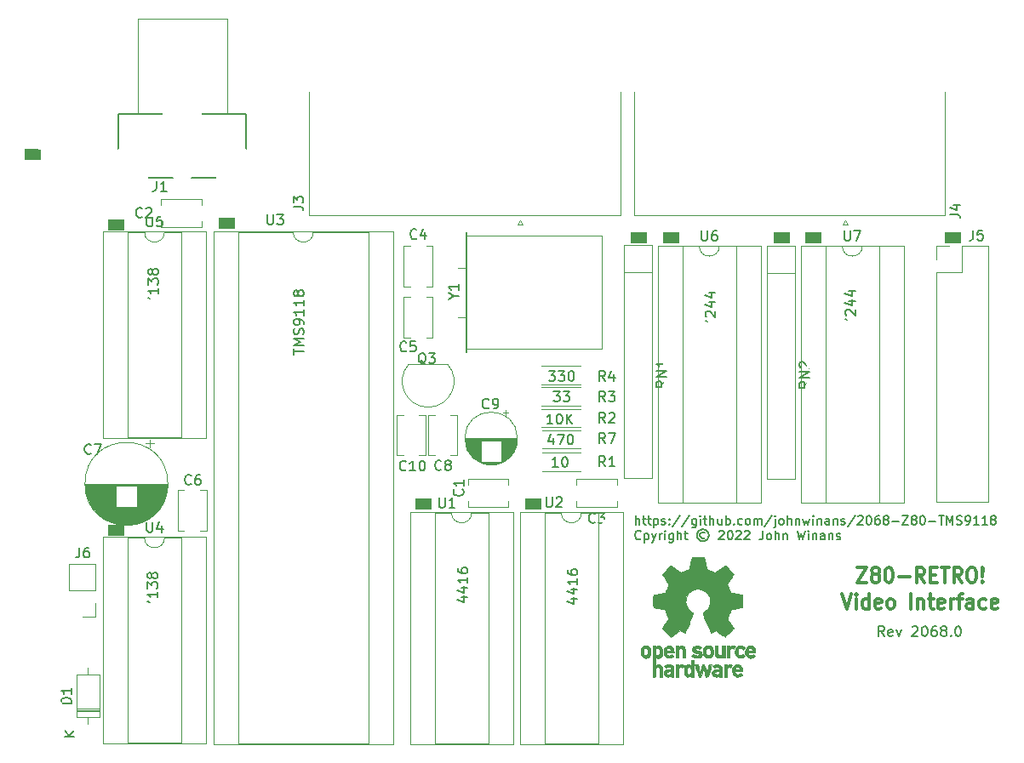
<source format=gto>
G04 #@! TF.GenerationSoftware,KiCad,Pcbnew,5.1.5+dfsg1-2build2*
G04 #@! TF.CreationDate,2022-11-07T13:43:44-06:00*
G04 #@! TF.ProjectId,2068-Z80-TMS9118,32303638-2d5a-4383-902d-544d53393131,2.0*
G04 #@! TF.SameCoordinates,Original*
G04 #@! TF.FileFunction,Legend,Top*
G04 #@! TF.FilePolarity,Positive*
%FSLAX46Y46*%
G04 Gerber Fmt 4.6, Leading zero omitted, Abs format (unit mm)*
G04 Created by KiCad (PCBNEW 5.1.5+dfsg1-2build2) date 2022-11-07 13:43:44*
%MOMM*%
%LPD*%
G04 APERTURE LIST*
%ADD10C,0.150000*%
%ADD11C,0.100000*%
%ADD12C,0.317500*%
%ADD13C,0.120000*%
%ADD14C,0.200000*%
%ADD15C,0.010000*%
%ADD16R,1.802000X1.802000*%
%ADD17O,1.802000X1.802000*%
%ADD18O,1.702000X1.702000*%
%ADD19R,1.702000X1.702000*%
%ADD20C,4.102000*%
%ADD21C,3.102000*%
%ADD22C,1.702000*%
%ADD23O,1.502000X1.502000*%
%ADD24C,1.502000*%
%ADD25C,1.602000*%
%ADD26C,4.700000*%
%ADD27R,1.402000X1.402000*%
%ADD28C,1.402000*%
G04 APERTURE END LIST*
D10*
X146859166Y-97650416D02*
X146859166Y-96761416D01*
X147240166Y-97650416D02*
X147240166Y-97184750D01*
X147197833Y-97100083D01*
X147113166Y-97057750D01*
X146986166Y-97057750D01*
X146901500Y-97100083D01*
X146859166Y-97142416D01*
X147536500Y-97057750D02*
X147875166Y-97057750D01*
X147663500Y-96761416D02*
X147663500Y-97523416D01*
X147705833Y-97608083D01*
X147790500Y-97650416D01*
X147875166Y-97650416D01*
X148044500Y-97057750D02*
X148383166Y-97057750D01*
X148171500Y-96761416D02*
X148171500Y-97523416D01*
X148213833Y-97608083D01*
X148298500Y-97650416D01*
X148383166Y-97650416D01*
X148679500Y-97057750D02*
X148679500Y-97946750D01*
X148679500Y-97100083D02*
X148764166Y-97057750D01*
X148933500Y-97057750D01*
X149018166Y-97100083D01*
X149060500Y-97142416D01*
X149102833Y-97227083D01*
X149102833Y-97481083D01*
X149060500Y-97565750D01*
X149018166Y-97608083D01*
X148933500Y-97650416D01*
X148764166Y-97650416D01*
X148679500Y-97608083D01*
X149441500Y-97608083D02*
X149526166Y-97650416D01*
X149695500Y-97650416D01*
X149780166Y-97608083D01*
X149822500Y-97523416D01*
X149822500Y-97481083D01*
X149780166Y-97396416D01*
X149695500Y-97354083D01*
X149568500Y-97354083D01*
X149483833Y-97311750D01*
X149441500Y-97227083D01*
X149441500Y-97184750D01*
X149483833Y-97100083D01*
X149568500Y-97057750D01*
X149695500Y-97057750D01*
X149780166Y-97100083D01*
X150203500Y-97565750D02*
X150245833Y-97608083D01*
X150203500Y-97650416D01*
X150161166Y-97608083D01*
X150203500Y-97565750D01*
X150203500Y-97650416D01*
X150203500Y-97100083D02*
X150245833Y-97142416D01*
X150203500Y-97184750D01*
X150161166Y-97142416D01*
X150203500Y-97100083D01*
X150203500Y-97184750D01*
X151261833Y-96719083D02*
X150499833Y-97862083D01*
X152193166Y-96719083D02*
X151431166Y-97862083D01*
X152870500Y-97057750D02*
X152870500Y-97777416D01*
X152828166Y-97862083D01*
X152785833Y-97904416D01*
X152701166Y-97946750D01*
X152574166Y-97946750D01*
X152489500Y-97904416D01*
X152870500Y-97608083D02*
X152785833Y-97650416D01*
X152616500Y-97650416D01*
X152531833Y-97608083D01*
X152489500Y-97565750D01*
X152447166Y-97481083D01*
X152447166Y-97227083D01*
X152489500Y-97142416D01*
X152531833Y-97100083D01*
X152616500Y-97057750D01*
X152785833Y-97057750D01*
X152870500Y-97100083D01*
X153293833Y-97650416D02*
X153293833Y-97057750D01*
X153293833Y-96761416D02*
X153251500Y-96803750D01*
X153293833Y-96846083D01*
X153336166Y-96803750D01*
X153293833Y-96761416D01*
X153293833Y-96846083D01*
X153590166Y-97057750D02*
X153928833Y-97057750D01*
X153717166Y-96761416D02*
X153717166Y-97523416D01*
X153759500Y-97608083D01*
X153844166Y-97650416D01*
X153928833Y-97650416D01*
X154225166Y-97650416D02*
X154225166Y-96761416D01*
X154606166Y-97650416D02*
X154606166Y-97184750D01*
X154563833Y-97100083D01*
X154479166Y-97057750D01*
X154352166Y-97057750D01*
X154267500Y-97100083D01*
X154225166Y-97142416D01*
X155410500Y-97057750D02*
X155410500Y-97650416D01*
X155029500Y-97057750D02*
X155029500Y-97523416D01*
X155071833Y-97608083D01*
X155156500Y-97650416D01*
X155283500Y-97650416D01*
X155368166Y-97608083D01*
X155410500Y-97565750D01*
X155833833Y-97650416D02*
X155833833Y-96761416D01*
X155833833Y-97100083D02*
X155918500Y-97057750D01*
X156087833Y-97057750D01*
X156172500Y-97100083D01*
X156214833Y-97142416D01*
X156257166Y-97227083D01*
X156257166Y-97481083D01*
X156214833Y-97565750D01*
X156172500Y-97608083D01*
X156087833Y-97650416D01*
X155918500Y-97650416D01*
X155833833Y-97608083D01*
X156638166Y-97565750D02*
X156680500Y-97608083D01*
X156638166Y-97650416D01*
X156595833Y-97608083D01*
X156638166Y-97565750D01*
X156638166Y-97650416D01*
X157442500Y-97608083D02*
X157357833Y-97650416D01*
X157188500Y-97650416D01*
X157103833Y-97608083D01*
X157061500Y-97565750D01*
X157019166Y-97481083D01*
X157019166Y-97227083D01*
X157061500Y-97142416D01*
X157103833Y-97100083D01*
X157188500Y-97057750D01*
X157357833Y-97057750D01*
X157442500Y-97100083D01*
X157950500Y-97650416D02*
X157865833Y-97608083D01*
X157823500Y-97565750D01*
X157781166Y-97481083D01*
X157781166Y-97227083D01*
X157823500Y-97142416D01*
X157865833Y-97100083D01*
X157950500Y-97057750D01*
X158077500Y-97057750D01*
X158162166Y-97100083D01*
X158204500Y-97142416D01*
X158246833Y-97227083D01*
X158246833Y-97481083D01*
X158204500Y-97565750D01*
X158162166Y-97608083D01*
X158077500Y-97650416D01*
X157950500Y-97650416D01*
X158627833Y-97650416D02*
X158627833Y-97057750D01*
X158627833Y-97142416D02*
X158670166Y-97100083D01*
X158754833Y-97057750D01*
X158881833Y-97057750D01*
X158966500Y-97100083D01*
X159008833Y-97184750D01*
X159008833Y-97650416D01*
X159008833Y-97184750D02*
X159051166Y-97100083D01*
X159135833Y-97057750D01*
X159262833Y-97057750D01*
X159347500Y-97100083D01*
X159389833Y-97184750D01*
X159389833Y-97650416D01*
X160448166Y-96719083D02*
X159686166Y-97862083D01*
X160744500Y-97057750D02*
X160744500Y-97819750D01*
X160702166Y-97904416D01*
X160617500Y-97946750D01*
X160575166Y-97946750D01*
X160744500Y-96761416D02*
X160702166Y-96803750D01*
X160744500Y-96846083D01*
X160786833Y-96803750D01*
X160744500Y-96761416D01*
X160744500Y-96846083D01*
X161294833Y-97650416D02*
X161210166Y-97608083D01*
X161167833Y-97565750D01*
X161125500Y-97481083D01*
X161125500Y-97227083D01*
X161167833Y-97142416D01*
X161210166Y-97100083D01*
X161294833Y-97057750D01*
X161421833Y-97057750D01*
X161506500Y-97100083D01*
X161548833Y-97142416D01*
X161591166Y-97227083D01*
X161591166Y-97481083D01*
X161548833Y-97565750D01*
X161506500Y-97608083D01*
X161421833Y-97650416D01*
X161294833Y-97650416D01*
X161972166Y-97650416D02*
X161972166Y-96761416D01*
X162353166Y-97650416D02*
X162353166Y-97184750D01*
X162310833Y-97100083D01*
X162226166Y-97057750D01*
X162099166Y-97057750D01*
X162014500Y-97100083D01*
X161972166Y-97142416D01*
X162776500Y-97057750D02*
X162776500Y-97650416D01*
X162776500Y-97142416D02*
X162818833Y-97100083D01*
X162903500Y-97057750D01*
X163030500Y-97057750D01*
X163115166Y-97100083D01*
X163157500Y-97184750D01*
X163157500Y-97650416D01*
X163496166Y-97057750D02*
X163665500Y-97650416D01*
X163834833Y-97227083D01*
X164004166Y-97650416D01*
X164173500Y-97057750D01*
X164512166Y-97650416D02*
X164512166Y-97057750D01*
X164512166Y-96761416D02*
X164469833Y-96803750D01*
X164512166Y-96846083D01*
X164554500Y-96803750D01*
X164512166Y-96761416D01*
X164512166Y-96846083D01*
X164935500Y-97057750D02*
X164935500Y-97650416D01*
X164935500Y-97142416D02*
X164977833Y-97100083D01*
X165062500Y-97057750D01*
X165189500Y-97057750D01*
X165274166Y-97100083D01*
X165316500Y-97184750D01*
X165316500Y-97650416D01*
X166120833Y-97650416D02*
X166120833Y-97184750D01*
X166078500Y-97100083D01*
X165993833Y-97057750D01*
X165824500Y-97057750D01*
X165739833Y-97100083D01*
X166120833Y-97608083D02*
X166036166Y-97650416D01*
X165824500Y-97650416D01*
X165739833Y-97608083D01*
X165697500Y-97523416D01*
X165697500Y-97438750D01*
X165739833Y-97354083D01*
X165824500Y-97311750D01*
X166036166Y-97311750D01*
X166120833Y-97269416D01*
X166544166Y-97057750D02*
X166544166Y-97650416D01*
X166544166Y-97142416D02*
X166586500Y-97100083D01*
X166671166Y-97057750D01*
X166798166Y-97057750D01*
X166882833Y-97100083D01*
X166925166Y-97184750D01*
X166925166Y-97650416D01*
X167306166Y-97608083D02*
X167390833Y-97650416D01*
X167560166Y-97650416D01*
X167644833Y-97608083D01*
X167687166Y-97523416D01*
X167687166Y-97481083D01*
X167644833Y-97396416D01*
X167560166Y-97354083D01*
X167433166Y-97354083D01*
X167348500Y-97311750D01*
X167306166Y-97227083D01*
X167306166Y-97184750D01*
X167348500Y-97100083D01*
X167433166Y-97057750D01*
X167560166Y-97057750D01*
X167644833Y-97100083D01*
X168703166Y-96719083D02*
X167941166Y-97862083D01*
X168957166Y-96846083D02*
X168999500Y-96803750D01*
X169084166Y-96761416D01*
X169295833Y-96761416D01*
X169380500Y-96803750D01*
X169422833Y-96846083D01*
X169465166Y-96930750D01*
X169465166Y-97015416D01*
X169422833Y-97142416D01*
X168914833Y-97650416D01*
X169465166Y-97650416D01*
X170015500Y-96761416D02*
X170100166Y-96761416D01*
X170184833Y-96803750D01*
X170227166Y-96846083D01*
X170269500Y-96930750D01*
X170311833Y-97100083D01*
X170311833Y-97311750D01*
X170269500Y-97481083D01*
X170227166Y-97565750D01*
X170184833Y-97608083D01*
X170100166Y-97650416D01*
X170015500Y-97650416D01*
X169930833Y-97608083D01*
X169888500Y-97565750D01*
X169846166Y-97481083D01*
X169803833Y-97311750D01*
X169803833Y-97100083D01*
X169846166Y-96930750D01*
X169888500Y-96846083D01*
X169930833Y-96803750D01*
X170015500Y-96761416D01*
X171073833Y-96761416D02*
X170904500Y-96761416D01*
X170819833Y-96803750D01*
X170777500Y-96846083D01*
X170692833Y-96973083D01*
X170650500Y-97142416D01*
X170650500Y-97481083D01*
X170692833Y-97565750D01*
X170735166Y-97608083D01*
X170819833Y-97650416D01*
X170989166Y-97650416D01*
X171073833Y-97608083D01*
X171116166Y-97565750D01*
X171158500Y-97481083D01*
X171158500Y-97269416D01*
X171116166Y-97184750D01*
X171073833Y-97142416D01*
X170989166Y-97100083D01*
X170819833Y-97100083D01*
X170735166Y-97142416D01*
X170692833Y-97184750D01*
X170650500Y-97269416D01*
X171666500Y-97142416D02*
X171581833Y-97100083D01*
X171539500Y-97057750D01*
X171497166Y-96973083D01*
X171497166Y-96930750D01*
X171539500Y-96846083D01*
X171581833Y-96803750D01*
X171666500Y-96761416D01*
X171835833Y-96761416D01*
X171920500Y-96803750D01*
X171962833Y-96846083D01*
X172005166Y-96930750D01*
X172005166Y-96973083D01*
X171962833Y-97057750D01*
X171920500Y-97100083D01*
X171835833Y-97142416D01*
X171666500Y-97142416D01*
X171581833Y-97184750D01*
X171539500Y-97227083D01*
X171497166Y-97311750D01*
X171497166Y-97481083D01*
X171539500Y-97565750D01*
X171581833Y-97608083D01*
X171666500Y-97650416D01*
X171835833Y-97650416D01*
X171920500Y-97608083D01*
X171962833Y-97565750D01*
X172005166Y-97481083D01*
X172005166Y-97311750D01*
X171962833Y-97227083D01*
X171920500Y-97184750D01*
X171835833Y-97142416D01*
X172386166Y-97311750D02*
X173063500Y-97311750D01*
X173402166Y-96761416D02*
X173994833Y-96761416D01*
X173402166Y-97650416D01*
X173994833Y-97650416D01*
X174460500Y-97142416D02*
X174375833Y-97100083D01*
X174333500Y-97057750D01*
X174291166Y-96973083D01*
X174291166Y-96930750D01*
X174333500Y-96846083D01*
X174375833Y-96803750D01*
X174460500Y-96761416D01*
X174629833Y-96761416D01*
X174714500Y-96803750D01*
X174756833Y-96846083D01*
X174799166Y-96930750D01*
X174799166Y-96973083D01*
X174756833Y-97057750D01*
X174714500Y-97100083D01*
X174629833Y-97142416D01*
X174460500Y-97142416D01*
X174375833Y-97184750D01*
X174333500Y-97227083D01*
X174291166Y-97311750D01*
X174291166Y-97481083D01*
X174333500Y-97565750D01*
X174375833Y-97608083D01*
X174460500Y-97650416D01*
X174629833Y-97650416D01*
X174714500Y-97608083D01*
X174756833Y-97565750D01*
X174799166Y-97481083D01*
X174799166Y-97311750D01*
X174756833Y-97227083D01*
X174714500Y-97184750D01*
X174629833Y-97142416D01*
X175349500Y-96761416D02*
X175434166Y-96761416D01*
X175518833Y-96803750D01*
X175561166Y-96846083D01*
X175603500Y-96930750D01*
X175645833Y-97100083D01*
X175645833Y-97311750D01*
X175603500Y-97481083D01*
X175561166Y-97565750D01*
X175518833Y-97608083D01*
X175434166Y-97650416D01*
X175349500Y-97650416D01*
X175264833Y-97608083D01*
X175222500Y-97565750D01*
X175180166Y-97481083D01*
X175137833Y-97311750D01*
X175137833Y-97100083D01*
X175180166Y-96930750D01*
X175222500Y-96846083D01*
X175264833Y-96803750D01*
X175349500Y-96761416D01*
X176026833Y-97311750D02*
X176704166Y-97311750D01*
X177000500Y-96761416D02*
X177508500Y-96761416D01*
X177254500Y-97650416D02*
X177254500Y-96761416D01*
X177804833Y-97650416D02*
X177804833Y-96761416D01*
X178101166Y-97396416D01*
X178397500Y-96761416D01*
X178397500Y-97650416D01*
X178778500Y-97608083D02*
X178905500Y-97650416D01*
X179117166Y-97650416D01*
X179201833Y-97608083D01*
X179244166Y-97565750D01*
X179286500Y-97481083D01*
X179286500Y-97396416D01*
X179244166Y-97311750D01*
X179201833Y-97269416D01*
X179117166Y-97227083D01*
X178947833Y-97184750D01*
X178863166Y-97142416D01*
X178820833Y-97100083D01*
X178778500Y-97015416D01*
X178778500Y-96930750D01*
X178820833Y-96846083D01*
X178863166Y-96803750D01*
X178947833Y-96761416D01*
X179159500Y-96761416D01*
X179286500Y-96803750D01*
X179709833Y-97650416D02*
X179879166Y-97650416D01*
X179963833Y-97608083D01*
X180006166Y-97565750D01*
X180090833Y-97438750D01*
X180133166Y-97269416D01*
X180133166Y-96930750D01*
X180090833Y-96846083D01*
X180048500Y-96803750D01*
X179963833Y-96761416D01*
X179794500Y-96761416D01*
X179709833Y-96803750D01*
X179667500Y-96846083D01*
X179625166Y-96930750D01*
X179625166Y-97142416D01*
X179667500Y-97227083D01*
X179709833Y-97269416D01*
X179794500Y-97311750D01*
X179963833Y-97311750D01*
X180048500Y-97269416D01*
X180090833Y-97227083D01*
X180133166Y-97142416D01*
X180979833Y-97650416D02*
X180471833Y-97650416D01*
X180725833Y-97650416D02*
X180725833Y-96761416D01*
X180641166Y-96888416D01*
X180556500Y-96973083D01*
X180471833Y-97015416D01*
X181826500Y-97650416D02*
X181318500Y-97650416D01*
X181572500Y-97650416D02*
X181572500Y-96761416D01*
X181487833Y-96888416D01*
X181403166Y-96973083D01*
X181318500Y-97015416D01*
X182334500Y-97142416D02*
X182249833Y-97100083D01*
X182207500Y-97057750D01*
X182165166Y-96973083D01*
X182165166Y-96930750D01*
X182207500Y-96846083D01*
X182249833Y-96803750D01*
X182334500Y-96761416D01*
X182503833Y-96761416D01*
X182588500Y-96803750D01*
X182630833Y-96846083D01*
X182673166Y-96930750D01*
X182673166Y-96973083D01*
X182630833Y-97057750D01*
X182588500Y-97100083D01*
X182503833Y-97142416D01*
X182334500Y-97142416D01*
X182249833Y-97184750D01*
X182207500Y-97227083D01*
X182165166Y-97311750D01*
X182165166Y-97481083D01*
X182207500Y-97565750D01*
X182249833Y-97608083D01*
X182334500Y-97650416D01*
X182503833Y-97650416D01*
X182588500Y-97608083D01*
X182630833Y-97565750D01*
X182673166Y-97481083D01*
X182673166Y-97311750D01*
X182630833Y-97227083D01*
X182588500Y-97184750D01*
X182503833Y-97142416D01*
X147367166Y-99049250D02*
X147324833Y-99091583D01*
X147197833Y-99133916D01*
X147113166Y-99133916D01*
X146986166Y-99091583D01*
X146901500Y-99006916D01*
X146859166Y-98922250D01*
X146816833Y-98752916D01*
X146816833Y-98625916D01*
X146859166Y-98456583D01*
X146901500Y-98371916D01*
X146986166Y-98287250D01*
X147113166Y-98244916D01*
X147197833Y-98244916D01*
X147324833Y-98287250D01*
X147367166Y-98329583D01*
X147748166Y-98541250D02*
X147748166Y-99430250D01*
X147748166Y-98583583D02*
X147832833Y-98541250D01*
X148002166Y-98541250D01*
X148086833Y-98583583D01*
X148129166Y-98625916D01*
X148171500Y-98710583D01*
X148171500Y-98964583D01*
X148129166Y-99049250D01*
X148086833Y-99091583D01*
X148002166Y-99133916D01*
X147832833Y-99133916D01*
X147748166Y-99091583D01*
X148467833Y-98541250D02*
X148679500Y-99133916D01*
X148891166Y-98541250D02*
X148679500Y-99133916D01*
X148594833Y-99345583D01*
X148552500Y-99387916D01*
X148467833Y-99430250D01*
X149229833Y-99133916D02*
X149229833Y-98541250D01*
X149229833Y-98710583D02*
X149272166Y-98625916D01*
X149314500Y-98583583D01*
X149399166Y-98541250D01*
X149483833Y-98541250D01*
X149780166Y-99133916D02*
X149780166Y-98541250D01*
X149780166Y-98244916D02*
X149737833Y-98287250D01*
X149780166Y-98329583D01*
X149822500Y-98287250D01*
X149780166Y-98244916D01*
X149780166Y-98329583D01*
X150584500Y-98541250D02*
X150584500Y-99260916D01*
X150542166Y-99345583D01*
X150499833Y-99387916D01*
X150415166Y-99430250D01*
X150288166Y-99430250D01*
X150203500Y-99387916D01*
X150584500Y-99091583D02*
X150499833Y-99133916D01*
X150330500Y-99133916D01*
X150245833Y-99091583D01*
X150203500Y-99049250D01*
X150161166Y-98964583D01*
X150161166Y-98710583D01*
X150203500Y-98625916D01*
X150245833Y-98583583D01*
X150330500Y-98541250D01*
X150499833Y-98541250D01*
X150584500Y-98583583D01*
X151007833Y-99133916D02*
X151007833Y-98244916D01*
X151388833Y-99133916D02*
X151388833Y-98668250D01*
X151346500Y-98583583D01*
X151261833Y-98541250D01*
X151134833Y-98541250D01*
X151050166Y-98583583D01*
X151007833Y-98625916D01*
X151685166Y-98541250D02*
X152023833Y-98541250D01*
X151812166Y-98244916D02*
X151812166Y-99006916D01*
X151854500Y-99091583D01*
X151939166Y-99133916D01*
X152023833Y-99133916D01*
X153717166Y-98456583D02*
X153632500Y-98414250D01*
X153463166Y-98414250D01*
X153378500Y-98456583D01*
X153293833Y-98541250D01*
X153251500Y-98625916D01*
X153251500Y-98795250D01*
X153293833Y-98879916D01*
X153378500Y-98964583D01*
X153463166Y-99006916D01*
X153632500Y-99006916D01*
X153717166Y-98964583D01*
X153547833Y-98117916D02*
X153336166Y-98160250D01*
X153124500Y-98287250D01*
X152997500Y-98498916D01*
X152955166Y-98710583D01*
X152997500Y-98922250D01*
X153124500Y-99133916D01*
X153336166Y-99260916D01*
X153547833Y-99303250D01*
X153759500Y-99260916D01*
X153971166Y-99133916D01*
X154098166Y-98922250D01*
X154140500Y-98710583D01*
X154098166Y-98498916D01*
X153971166Y-98287250D01*
X153759500Y-98160250D01*
X153547833Y-98117916D01*
X155156500Y-98329583D02*
X155198833Y-98287250D01*
X155283500Y-98244916D01*
X155495166Y-98244916D01*
X155579833Y-98287250D01*
X155622166Y-98329583D01*
X155664500Y-98414250D01*
X155664500Y-98498916D01*
X155622166Y-98625916D01*
X155114166Y-99133916D01*
X155664500Y-99133916D01*
X156214833Y-98244916D02*
X156299500Y-98244916D01*
X156384166Y-98287250D01*
X156426500Y-98329583D01*
X156468833Y-98414250D01*
X156511166Y-98583583D01*
X156511166Y-98795250D01*
X156468833Y-98964583D01*
X156426500Y-99049250D01*
X156384166Y-99091583D01*
X156299500Y-99133916D01*
X156214833Y-99133916D01*
X156130166Y-99091583D01*
X156087833Y-99049250D01*
X156045500Y-98964583D01*
X156003166Y-98795250D01*
X156003166Y-98583583D01*
X156045500Y-98414250D01*
X156087833Y-98329583D01*
X156130166Y-98287250D01*
X156214833Y-98244916D01*
X156849833Y-98329583D02*
X156892166Y-98287250D01*
X156976833Y-98244916D01*
X157188500Y-98244916D01*
X157273166Y-98287250D01*
X157315500Y-98329583D01*
X157357833Y-98414250D01*
X157357833Y-98498916D01*
X157315500Y-98625916D01*
X156807500Y-99133916D01*
X157357833Y-99133916D01*
X157696500Y-98329583D02*
X157738833Y-98287250D01*
X157823500Y-98244916D01*
X158035166Y-98244916D01*
X158119833Y-98287250D01*
X158162166Y-98329583D01*
X158204500Y-98414250D01*
X158204500Y-98498916D01*
X158162166Y-98625916D01*
X157654166Y-99133916D01*
X158204500Y-99133916D01*
X159516833Y-98244916D02*
X159516833Y-98879916D01*
X159474500Y-99006916D01*
X159389833Y-99091583D01*
X159262833Y-99133916D01*
X159178166Y-99133916D01*
X160067166Y-99133916D02*
X159982500Y-99091583D01*
X159940166Y-99049250D01*
X159897833Y-98964583D01*
X159897833Y-98710583D01*
X159940166Y-98625916D01*
X159982500Y-98583583D01*
X160067166Y-98541250D01*
X160194166Y-98541250D01*
X160278833Y-98583583D01*
X160321166Y-98625916D01*
X160363500Y-98710583D01*
X160363500Y-98964583D01*
X160321166Y-99049250D01*
X160278833Y-99091583D01*
X160194166Y-99133916D01*
X160067166Y-99133916D01*
X160744500Y-99133916D02*
X160744500Y-98244916D01*
X161125500Y-99133916D02*
X161125500Y-98668250D01*
X161083166Y-98583583D01*
X160998500Y-98541250D01*
X160871500Y-98541250D01*
X160786833Y-98583583D01*
X160744500Y-98625916D01*
X161548833Y-98541250D02*
X161548833Y-99133916D01*
X161548833Y-98625916D02*
X161591166Y-98583583D01*
X161675833Y-98541250D01*
X161802833Y-98541250D01*
X161887500Y-98583583D01*
X161929833Y-98668250D01*
X161929833Y-99133916D01*
X162945833Y-98244916D02*
X163157500Y-99133916D01*
X163326833Y-98498916D01*
X163496166Y-99133916D01*
X163707833Y-98244916D01*
X164046500Y-99133916D02*
X164046500Y-98541250D01*
X164046500Y-98244916D02*
X164004166Y-98287250D01*
X164046500Y-98329583D01*
X164088833Y-98287250D01*
X164046500Y-98244916D01*
X164046500Y-98329583D01*
X164469833Y-98541250D02*
X164469833Y-99133916D01*
X164469833Y-98625916D02*
X164512166Y-98583583D01*
X164596833Y-98541250D01*
X164723833Y-98541250D01*
X164808500Y-98583583D01*
X164850833Y-98668250D01*
X164850833Y-99133916D01*
X165655166Y-99133916D02*
X165655166Y-98668250D01*
X165612833Y-98583583D01*
X165528166Y-98541250D01*
X165358833Y-98541250D01*
X165274166Y-98583583D01*
X165655166Y-99091583D02*
X165570500Y-99133916D01*
X165358833Y-99133916D01*
X165274166Y-99091583D01*
X165231833Y-99006916D01*
X165231833Y-98922250D01*
X165274166Y-98837583D01*
X165358833Y-98795250D01*
X165570500Y-98795250D01*
X165655166Y-98752916D01*
X166078500Y-98541250D02*
X166078500Y-99133916D01*
X166078500Y-98625916D02*
X166120833Y-98583583D01*
X166205500Y-98541250D01*
X166332500Y-98541250D01*
X166417166Y-98583583D01*
X166459500Y-98668250D01*
X166459500Y-99133916D01*
X166840500Y-99091583D02*
X166925166Y-99133916D01*
X167094500Y-99133916D01*
X167179166Y-99091583D01*
X167221500Y-99006916D01*
X167221500Y-98964583D01*
X167179166Y-98879916D01*
X167094500Y-98837583D01*
X166967500Y-98837583D01*
X166882833Y-98795250D01*
X166840500Y-98710583D01*
X166840500Y-98668250D01*
X166882833Y-98583583D01*
X166967500Y-98541250D01*
X167094500Y-98541250D01*
X167179166Y-98583583D01*
X167701980Y-77174552D02*
X167892457Y-77269790D01*
X167797219Y-76793600D02*
X167749600Y-76745980D01*
X167701980Y-76650742D01*
X167701980Y-76412647D01*
X167749600Y-76317409D01*
X167797219Y-76269790D01*
X167892457Y-76222171D01*
X167987695Y-76222171D01*
X168130552Y-76269790D01*
X168701980Y-76841219D01*
X168701980Y-76222171D01*
X168035314Y-75365028D02*
X168701980Y-75365028D01*
X167654361Y-75603123D02*
X168368647Y-75841219D01*
X168368647Y-75222171D01*
X168035314Y-74412647D02*
X168701980Y-74412647D01*
X167654361Y-74650742D02*
X168368647Y-74888838D01*
X168368647Y-74269790D01*
X153782780Y-77326952D02*
X153973257Y-77422190D01*
X153878019Y-76946000D02*
X153830400Y-76898380D01*
X153782780Y-76803142D01*
X153782780Y-76565047D01*
X153830400Y-76469809D01*
X153878019Y-76422190D01*
X153973257Y-76374571D01*
X154068495Y-76374571D01*
X154211352Y-76422190D01*
X154782780Y-76993619D01*
X154782780Y-76374571D01*
X154116114Y-75517428D02*
X154782780Y-75517428D01*
X153735161Y-75755523D02*
X154449447Y-75993619D01*
X154449447Y-75374571D01*
X154116114Y-74565047D02*
X154782780Y-74565047D01*
X153735161Y-74803142D02*
X154449447Y-75041238D01*
X154449447Y-74422190D01*
X98309180Y-105266952D02*
X98499657Y-105362190D01*
X99309180Y-104314571D02*
X99309180Y-104886000D01*
X99309180Y-104600285D02*
X98309180Y-104600285D01*
X98452038Y-104695523D01*
X98547276Y-104790761D01*
X98594895Y-104886000D01*
X98309180Y-103981238D02*
X98309180Y-103362190D01*
X98690133Y-103695523D01*
X98690133Y-103552666D01*
X98737752Y-103457428D01*
X98785371Y-103409809D01*
X98880609Y-103362190D01*
X99118704Y-103362190D01*
X99213942Y-103409809D01*
X99261561Y-103457428D01*
X99309180Y-103552666D01*
X99309180Y-103838380D01*
X99261561Y-103933619D01*
X99213942Y-103981238D01*
X98737752Y-102790761D02*
X98690133Y-102886000D01*
X98642514Y-102933619D01*
X98547276Y-102981238D01*
X98499657Y-102981238D01*
X98404419Y-102933619D01*
X98356800Y-102886000D01*
X98309180Y-102790761D01*
X98309180Y-102600285D01*
X98356800Y-102505047D01*
X98404419Y-102457428D01*
X98499657Y-102409809D01*
X98547276Y-102409809D01*
X98642514Y-102457428D01*
X98690133Y-102505047D01*
X98737752Y-102600285D01*
X98737752Y-102790761D01*
X98785371Y-102886000D01*
X98832990Y-102933619D01*
X98928228Y-102981238D01*
X99118704Y-102981238D01*
X99213942Y-102933619D01*
X99261561Y-102886000D01*
X99309180Y-102790761D01*
X99309180Y-102600285D01*
X99261561Y-102505047D01*
X99213942Y-102457428D01*
X99118704Y-102409809D01*
X98928228Y-102409809D01*
X98832990Y-102457428D01*
X98785371Y-102505047D01*
X98737752Y-102600285D01*
X98359980Y-75040952D02*
X98550457Y-75136190D01*
X99359980Y-74088571D02*
X99359980Y-74660000D01*
X99359980Y-74374285D02*
X98359980Y-74374285D01*
X98502838Y-74469523D01*
X98598076Y-74564761D01*
X98645695Y-74660000D01*
X98359980Y-73755238D02*
X98359980Y-73136190D01*
X98740933Y-73469523D01*
X98740933Y-73326666D01*
X98788552Y-73231428D01*
X98836171Y-73183809D01*
X98931409Y-73136190D01*
X99169504Y-73136190D01*
X99264742Y-73183809D01*
X99312361Y-73231428D01*
X99359980Y-73326666D01*
X99359980Y-73612380D01*
X99312361Y-73707619D01*
X99264742Y-73755238D01*
X98788552Y-72564761D02*
X98740933Y-72660000D01*
X98693314Y-72707619D01*
X98598076Y-72755238D01*
X98550457Y-72755238D01*
X98455219Y-72707619D01*
X98407600Y-72660000D01*
X98359980Y-72564761D01*
X98359980Y-72374285D01*
X98407600Y-72279047D01*
X98455219Y-72231428D01*
X98550457Y-72183809D01*
X98598076Y-72183809D01*
X98693314Y-72231428D01*
X98740933Y-72279047D01*
X98788552Y-72374285D01*
X98788552Y-72564761D01*
X98836171Y-72660000D01*
X98883790Y-72707619D01*
X98979028Y-72755238D01*
X99169504Y-72755238D01*
X99264742Y-72707619D01*
X99312361Y-72660000D01*
X99359980Y-72564761D01*
X99359980Y-72374285D01*
X99312361Y-72279047D01*
X99264742Y-72231428D01*
X99169504Y-72183809D01*
X98979028Y-72183809D01*
X98883790Y-72231428D01*
X98836171Y-72279047D01*
X98788552Y-72374285D01*
X112837980Y-80708095D02*
X112837980Y-80136666D01*
X113837980Y-80422380D02*
X112837980Y-80422380D01*
X113837980Y-79803333D02*
X112837980Y-79803333D01*
X113552266Y-79470000D01*
X112837980Y-79136666D01*
X113837980Y-79136666D01*
X113790361Y-78708095D02*
X113837980Y-78565238D01*
X113837980Y-78327142D01*
X113790361Y-78231904D01*
X113742742Y-78184285D01*
X113647504Y-78136666D01*
X113552266Y-78136666D01*
X113457028Y-78184285D01*
X113409409Y-78231904D01*
X113361790Y-78327142D01*
X113314171Y-78517619D01*
X113266552Y-78612857D01*
X113218933Y-78660476D01*
X113123695Y-78708095D01*
X113028457Y-78708095D01*
X112933219Y-78660476D01*
X112885600Y-78612857D01*
X112837980Y-78517619D01*
X112837980Y-78279523D01*
X112885600Y-78136666D01*
X113837980Y-77660476D02*
X113837980Y-77470000D01*
X113790361Y-77374761D01*
X113742742Y-77327142D01*
X113599885Y-77231904D01*
X113409409Y-77184285D01*
X113028457Y-77184285D01*
X112933219Y-77231904D01*
X112885600Y-77279523D01*
X112837980Y-77374761D01*
X112837980Y-77565238D01*
X112885600Y-77660476D01*
X112933219Y-77708095D01*
X113028457Y-77755714D01*
X113266552Y-77755714D01*
X113361790Y-77708095D01*
X113409409Y-77660476D01*
X113457028Y-77565238D01*
X113457028Y-77374761D01*
X113409409Y-77279523D01*
X113361790Y-77231904D01*
X113266552Y-77184285D01*
X113837980Y-76231904D02*
X113837980Y-76803333D01*
X113837980Y-76517619D02*
X112837980Y-76517619D01*
X112980838Y-76612857D01*
X113076076Y-76708095D01*
X113123695Y-76803333D01*
X113837980Y-75279523D02*
X113837980Y-75850952D01*
X113837980Y-75565238D02*
X112837980Y-75565238D01*
X112980838Y-75660476D01*
X113076076Y-75755714D01*
X113123695Y-75850952D01*
X113266552Y-74708095D02*
X113218933Y-74803333D01*
X113171314Y-74850952D01*
X113076076Y-74898571D01*
X113028457Y-74898571D01*
X112933219Y-74850952D01*
X112885600Y-74803333D01*
X112837980Y-74708095D01*
X112837980Y-74517619D01*
X112885600Y-74422380D01*
X112933219Y-74374761D01*
X113028457Y-74327142D01*
X113076076Y-74327142D01*
X113171314Y-74374761D01*
X113218933Y-74422380D01*
X113266552Y-74517619D01*
X113266552Y-74708095D01*
X113314171Y-74803333D01*
X113361790Y-74850952D01*
X113457028Y-74898571D01*
X113647504Y-74898571D01*
X113742742Y-74850952D01*
X113790361Y-74803333D01*
X113837980Y-74708095D01*
X113837980Y-74517619D01*
X113790361Y-74422380D01*
X113742742Y-74374761D01*
X113647504Y-74327142D01*
X113457028Y-74327142D01*
X113361790Y-74374761D01*
X113314171Y-74422380D01*
X113266552Y-74517619D01*
X129478114Y-104870095D02*
X130144780Y-104870095D01*
X129097161Y-105108190D02*
X129811447Y-105346285D01*
X129811447Y-104727238D01*
X129478114Y-103917714D02*
X130144780Y-103917714D01*
X129097161Y-104155809D02*
X129811447Y-104393904D01*
X129811447Y-103774857D01*
X130144780Y-102870095D02*
X130144780Y-103441523D01*
X130144780Y-103155809D02*
X129144780Y-103155809D01*
X129287638Y-103251047D01*
X129382876Y-103346285D01*
X129430495Y-103441523D01*
X129144780Y-102012952D02*
X129144780Y-102203428D01*
X129192400Y-102298666D01*
X129240019Y-102346285D01*
X129382876Y-102441523D01*
X129573352Y-102489142D01*
X129954304Y-102489142D01*
X130049542Y-102441523D01*
X130097161Y-102393904D01*
X130144780Y-102298666D01*
X130144780Y-102108190D01*
X130097161Y-102012952D01*
X130049542Y-101965333D01*
X129954304Y-101917714D01*
X129716209Y-101917714D01*
X129620971Y-101965333D01*
X129573352Y-102012952D01*
X129525733Y-102108190D01*
X129525733Y-102298666D01*
X129573352Y-102393904D01*
X129620971Y-102441523D01*
X129716209Y-102489142D01*
X140400114Y-105022495D02*
X141066780Y-105022495D01*
X140019161Y-105260590D02*
X140733447Y-105498685D01*
X140733447Y-104879638D01*
X140400114Y-104070114D02*
X141066780Y-104070114D01*
X140019161Y-104308209D02*
X140733447Y-104546304D01*
X140733447Y-103927257D01*
X141066780Y-103022495D02*
X141066780Y-103593923D01*
X141066780Y-103308209D02*
X140066780Y-103308209D01*
X140209638Y-103403447D01*
X140304876Y-103498685D01*
X140352495Y-103593923D01*
X140066780Y-102165352D02*
X140066780Y-102355828D01*
X140114400Y-102451066D01*
X140162019Y-102498685D01*
X140304876Y-102593923D01*
X140495352Y-102641542D01*
X140876304Y-102641542D01*
X140971542Y-102593923D01*
X141019161Y-102546304D01*
X141066780Y-102451066D01*
X141066780Y-102260590D01*
X141019161Y-102165352D01*
X140971542Y-102117733D01*
X140876304Y-102070114D01*
X140638209Y-102070114D01*
X140542971Y-102117733D01*
X140495352Y-102165352D01*
X140447733Y-102260590D01*
X140447733Y-102451066D01*
X140495352Y-102546304D01*
X140542971Y-102593923D01*
X140638209Y-102641542D01*
X139153923Y-91892380D02*
X138582495Y-91892380D01*
X138868209Y-91892380D02*
X138868209Y-90892380D01*
X138772971Y-91035238D01*
X138677733Y-91130476D01*
X138582495Y-91178095D01*
X139772971Y-90892380D02*
X139868209Y-90892380D01*
X139963447Y-90940000D01*
X140011066Y-90987619D01*
X140058685Y-91082857D01*
X140106304Y-91273333D01*
X140106304Y-91511428D01*
X140058685Y-91701904D01*
X140011066Y-91797142D01*
X139963447Y-91844761D01*
X139868209Y-91892380D01*
X139772971Y-91892380D01*
X139677733Y-91844761D01*
X139630114Y-91797142D01*
X139582495Y-91701904D01*
X139534876Y-91511428D01*
X139534876Y-91273333D01*
X139582495Y-91082857D01*
X139630114Y-90987619D01*
X139677733Y-90940000D01*
X139772971Y-90892380D01*
X138633295Y-88990514D02*
X138633295Y-89657180D01*
X138395200Y-88609561D02*
X138157104Y-89323847D01*
X138776152Y-89323847D01*
X139061866Y-88657180D02*
X139728533Y-88657180D01*
X139299961Y-89657180D01*
X140299961Y-88657180D02*
X140395200Y-88657180D01*
X140490438Y-88704800D01*
X140538057Y-88752419D01*
X140585676Y-88847657D01*
X140633295Y-89038133D01*
X140633295Y-89276228D01*
X140585676Y-89466704D01*
X140538057Y-89561942D01*
X140490438Y-89609561D01*
X140395200Y-89657180D01*
X140299961Y-89657180D01*
X140204723Y-89609561D01*
X140157104Y-89561942D01*
X140109485Y-89466704D01*
X140061866Y-89276228D01*
X140061866Y-89038133D01*
X140109485Y-88847657D01*
X140157104Y-88752419D01*
X140204723Y-88704800D01*
X140299961Y-88657180D01*
X138603123Y-87625180D02*
X138031695Y-87625180D01*
X138317409Y-87625180D02*
X138317409Y-86625180D01*
X138222171Y-86768038D01*
X138126933Y-86863276D01*
X138031695Y-86910895D01*
X139222171Y-86625180D02*
X139317409Y-86625180D01*
X139412647Y-86672800D01*
X139460266Y-86720419D01*
X139507885Y-86815657D01*
X139555504Y-87006133D01*
X139555504Y-87244228D01*
X139507885Y-87434704D01*
X139460266Y-87529942D01*
X139412647Y-87577561D01*
X139317409Y-87625180D01*
X139222171Y-87625180D01*
X139126933Y-87577561D01*
X139079314Y-87529942D01*
X139031695Y-87434704D01*
X138984076Y-87244228D01*
X138984076Y-87006133D01*
X139031695Y-86815657D01*
X139079314Y-86720419D01*
X139126933Y-86672800D01*
X139222171Y-86625180D01*
X139984076Y-87625180D02*
X139984076Y-86625180D01*
X140555504Y-87625180D02*
X140126933Y-87053752D01*
X140555504Y-86625180D02*
X139984076Y-87196609D01*
X138687276Y-84389980D02*
X139306323Y-84389980D01*
X138972990Y-84770933D01*
X139115847Y-84770933D01*
X139211085Y-84818552D01*
X139258704Y-84866171D01*
X139306323Y-84961409D01*
X139306323Y-85199504D01*
X139258704Y-85294742D01*
X139211085Y-85342361D01*
X139115847Y-85389980D01*
X138830133Y-85389980D01*
X138734895Y-85342361D01*
X138687276Y-85294742D01*
X139639657Y-84389980D02*
X140258704Y-84389980D01*
X139925371Y-84770933D01*
X140068228Y-84770933D01*
X140163466Y-84818552D01*
X140211085Y-84866171D01*
X140258704Y-84961409D01*
X140258704Y-85199504D01*
X140211085Y-85294742D01*
X140163466Y-85342361D01*
X140068228Y-85389980D01*
X139782514Y-85389980D01*
X139687276Y-85342361D01*
X139639657Y-85294742D01*
X138211085Y-82357980D02*
X138830133Y-82357980D01*
X138496800Y-82738933D01*
X138639657Y-82738933D01*
X138734895Y-82786552D01*
X138782514Y-82834171D01*
X138830133Y-82929409D01*
X138830133Y-83167504D01*
X138782514Y-83262742D01*
X138734895Y-83310361D01*
X138639657Y-83357980D01*
X138353942Y-83357980D01*
X138258704Y-83310361D01*
X138211085Y-83262742D01*
X139163466Y-82357980D02*
X139782514Y-82357980D01*
X139449180Y-82738933D01*
X139592038Y-82738933D01*
X139687276Y-82786552D01*
X139734895Y-82834171D01*
X139782514Y-82929409D01*
X139782514Y-83167504D01*
X139734895Y-83262742D01*
X139687276Y-83310361D01*
X139592038Y-83357980D01*
X139306323Y-83357980D01*
X139211085Y-83310361D01*
X139163466Y-83262742D01*
X140401561Y-82357980D02*
X140496800Y-82357980D01*
X140592038Y-82405600D01*
X140639657Y-82453219D01*
X140687276Y-82548457D01*
X140734895Y-82738933D01*
X140734895Y-82977028D01*
X140687276Y-83167504D01*
X140639657Y-83262742D01*
X140592038Y-83310361D01*
X140496800Y-83357980D01*
X140401561Y-83357980D01*
X140306323Y-83310361D01*
X140258704Y-83262742D01*
X140211085Y-83167504D01*
X140163466Y-82977028D01*
X140163466Y-82738933D01*
X140211085Y-82548457D01*
X140258704Y-82453219D01*
X140306323Y-82405600D01*
X140401561Y-82357980D01*
D11*
G36*
X179108100Y-69583300D02*
G01*
X177584100Y-69583300D01*
X177584100Y-68567300D01*
X179108100Y-68567300D01*
X179108100Y-69583300D01*
G37*
X179108100Y-69583300D02*
X177584100Y-69583300D01*
X177584100Y-68567300D01*
X179108100Y-68567300D01*
X179108100Y-69583300D01*
G36*
X165290500Y-69532500D02*
G01*
X163766500Y-69532500D01*
X163766500Y-68516500D01*
X165290500Y-68516500D01*
X165290500Y-69532500D01*
G37*
X165290500Y-69532500D02*
X163766500Y-69532500D01*
X163766500Y-68516500D01*
X165290500Y-68516500D01*
X165290500Y-69532500D01*
G36*
X162115500Y-69532500D02*
G01*
X160591500Y-69532500D01*
X160591500Y-68516500D01*
X162115500Y-68516500D01*
X162115500Y-69532500D01*
G37*
X162115500Y-69532500D02*
X160591500Y-69532500D01*
X160591500Y-68516500D01*
X162115500Y-68516500D01*
X162115500Y-69532500D01*
G36*
X151130000Y-69532500D02*
G01*
X149606000Y-69532500D01*
X149606000Y-68516500D01*
X151130000Y-68516500D01*
X151130000Y-69532500D01*
G37*
X151130000Y-69532500D02*
X149606000Y-69532500D01*
X149606000Y-68516500D01*
X151130000Y-68516500D01*
X151130000Y-69532500D01*
G36*
X147891500Y-69532500D02*
G01*
X146367500Y-69532500D01*
X146367500Y-68516500D01*
X147891500Y-68516500D01*
X147891500Y-69532500D01*
G37*
X147891500Y-69532500D02*
X146367500Y-69532500D01*
X146367500Y-68516500D01*
X147891500Y-68516500D01*
X147891500Y-69532500D01*
G36*
X95885000Y-98679000D02*
G01*
X94361000Y-98679000D01*
X94361000Y-97663000D01*
X95885000Y-97663000D01*
X95885000Y-98679000D01*
G37*
X95885000Y-98679000D02*
X94361000Y-98679000D01*
X94361000Y-97663000D01*
X95885000Y-97663000D01*
X95885000Y-98679000D01*
G36*
X95948500Y-68262500D02*
G01*
X94424500Y-68262500D01*
X94424500Y-67246500D01*
X95948500Y-67246500D01*
X95948500Y-68262500D01*
G37*
X95948500Y-68262500D02*
X94424500Y-68262500D01*
X94424500Y-67246500D01*
X95948500Y-67246500D01*
X95948500Y-68262500D01*
G36*
X87630000Y-61214000D02*
G01*
X86106000Y-61214000D01*
X86106000Y-60198000D01*
X87630000Y-60198000D01*
X87630000Y-61214000D01*
G37*
X87630000Y-61214000D02*
X86106000Y-61214000D01*
X86106000Y-60198000D01*
X87630000Y-60198000D01*
X87630000Y-61214000D01*
D10*
X171595023Y-108757980D02*
X171261690Y-108281790D01*
X171023595Y-108757980D02*
X171023595Y-107757980D01*
X171404547Y-107757980D01*
X171499785Y-107805600D01*
X171547404Y-107853219D01*
X171595023Y-107948457D01*
X171595023Y-108091314D01*
X171547404Y-108186552D01*
X171499785Y-108234171D01*
X171404547Y-108281790D01*
X171023595Y-108281790D01*
X172404547Y-108710361D02*
X172309309Y-108757980D01*
X172118833Y-108757980D01*
X172023595Y-108710361D01*
X171975976Y-108615123D01*
X171975976Y-108234171D01*
X172023595Y-108138933D01*
X172118833Y-108091314D01*
X172309309Y-108091314D01*
X172404547Y-108138933D01*
X172452166Y-108234171D01*
X172452166Y-108329409D01*
X171975976Y-108424647D01*
X172785500Y-108091314D02*
X173023595Y-108757980D01*
X173261690Y-108091314D01*
X174356928Y-107853219D02*
X174404547Y-107805600D01*
X174499785Y-107757980D01*
X174737880Y-107757980D01*
X174833119Y-107805600D01*
X174880738Y-107853219D01*
X174928357Y-107948457D01*
X174928357Y-108043695D01*
X174880738Y-108186552D01*
X174309309Y-108757980D01*
X174928357Y-108757980D01*
X175547404Y-107757980D02*
X175642642Y-107757980D01*
X175737880Y-107805600D01*
X175785500Y-107853219D01*
X175833119Y-107948457D01*
X175880738Y-108138933D01*
X175880738Y-108377028D01*
X175833119Y-108567504D01*
X175785500Y-108662742D01*
X175737880Y-108710361D01*
X175642642Y-108757980D01*
X175547404Y-108757980D01*
X175452166Y-108710361D01*
X175404547Y-108662742D01*
X175356928Y-108567504D01*
X175309309Y-108377028D01*
X175309309Y-108138933D01*
X175356928Y-107948457D01*
X175404547Y-107853219D01*
X175452166Y-107805600D01*
X175547404Y-107757980D01*
X176737880Y-107757980D02*
X176547404Y-107757980D01*
X176452166Y-107805600D01*
X176404547Y-107853219D01*
X176309309Y-107996076D01*
X176261690Y-108186552D01*
X176261690Y-108567504D01*
X176309309Y-108662742D01*
X176356928Y-108710361D01*
X176452166Y-108757980D01*
X176642642Y-108757980D01*
X176737880Y-108710361D01*
X176785500Y-108662742D01*
X176833119Y-108567504D01*
X176833119Y-108329409D01*
X176785500Y-108234171D01*
X176737880Y-108186552D01*
X176642642Y-108138933D01*
X176452166Y-108138933D01*
X176356928Y-108186552D01*
X176309309Y-108234171D01*
X176261690Y-108329409D01*
X177404547Y-108186552D02*
X177309309Y-108138933D01*
X177261690Y-108091314D01*
X177214071Y-107996076D01*
X177214071Y-107948457D01*
X177261690Y-107853219D01*
X177309309Y-107805600D01*
X177404547Y-107757980D01*
X177595023Y-107757980D01*
X177690261Y-107805600D01*
X177737880Y-107853219D01*
X177785500Y-107948457D01*
X177785500Y-107996076D01*
X177737880Y-108091314D01*
X177690261Y-108138933D01*
X177595023Y-108186552D01*
X177404547Y-108186552D01*
X177309309Y-108234171D01*
X177261690Y-108281790D01*
X177214071Y-108377028D01*
X177214071Y-108567504D01*
X177261690Y-108662742D01*
X177309309Y-108710361D01*
X177404547Y-108757980D01*
X177595023Y-108757980D01*
X177690261Y-108710361D01*
X177737880Y-108662742D01*
X177785500Y-108567504D01*
X177785500Y-108377028D01*
X177737880Y-108281790D01*
X177690261Y-108234171D01*
X177595023Y-108186552D01*
X178214071Y-108662742D02*
X178261690Y-108710361D01*
X178214071Y-108757980D01*
X178166452Y-108710361D01*
X178214071Y-108662742D01*
X178214071Y-108757980D01*
X178880738Y-107757980D02*
X178975976Y-107757980D01*
X179071214Y-107805600D01*
X179118833Y-107853219D01*
X179166452Y-107948457D01*
X179214071Y-108138933D01*
X179214071Y-108377028D01*
X179166452Y-108567504D01*
X179118833Y-108662742D01*
X179071214Y-108710361D01*
X178975976Y-108757980D01*
X178880738Y-108757980D01*
X178785500Y-108710361D01*
X178737880Y-108662742D01*
X178690261Y-108567504D01*
X178642642Y-108377028D01*
X178642642Y-108138933D01*
X178690261Y-107948457D01*
X178737880Y-107853219D01*
X178785500Y-107805600D01*
X178880738Y-107757980D01*
D12*
X168922700Y-101902078D02*
X169854033Y-101902078D01*
X168922700Y-103426078D01*
X169854033Y-103426078D01*
X170585795Y-102555221D02*
X170452747Y-102482650D01*
X170386223Y-102410078D01*
X170319700Y-102264935D01*
X170319700Y-102192364D01*
X170386223Y-102047221D01*
X170452747Y-101974650D01*
X170585795Y-101902078D01*
X170851890Y-101902078D01*
X170984938Y-101974650D01*
X171051461Y-102047221D01*
X171117985Y-102192364D01*
X171117985Y-102264935D01*
X171051461Y-102410078D01*
X170984938Y-102482650D01*
X170851890Y-102555221D01*
X170585795Y-102555221D01*
X170452747Y-102627792D01*
X170386223Y-102700364D01*
X170319700Y-102845507D01*
X170319700Y-103135792D01*
X170386223Y-103280935D01*
X170452747Y-103353507D01*
X170585795Y-103426078D01*
X170851890Y-103426078D01*
X170984938Y-103353507D01*
X171051461Y-103280935D01*
X171117985Y-103135792D01*
X171117985Y-102845507D01*
X171051461Y-102700364D01*
X170984938Y-102627792D01*
X170851890Y-102555221D01*
X171982795Y-101902078D02*
X172115842Y-101902078D01*
X172248890Y-101974650D01*
X172315414Y-102047221D01*
X172381938Y-102192364D01*
X172448461Y-102482650D01*
X172448461Y-102845507D01*
X172381938Y-103135792D01*
X172315414Y-103280935D01*
X172248890Y-103353507D01*
X172115842Y-103426078D01*
X171982795Y-103426078D01*
X171849747Y-103353507D01*
X171783223Y-103280935D01*
X171716700Y-103135792D01*
X171650176Y-102845507D01*
X171650176Y-102482650D01*
X171716700Y-102192364D01*
X171783223Y-102047221D01*
X171849747Y-101974650D01*
X171982795Y-101902078D01*
X173047176Y-102845507D02*
X174111557Y-102845507D01*
X175575080Y-103426078D02*
X175109414Y-102700364D01*
X174776795Y-103426078D02*
X174776795Y-101902078D01*
X175308985Y-101902078D01*
X175442033Y-101974650D01*
X175508557Y-102047221D01*
X175575080Y-102192364D01*
X175575080Y-102410078D01*
X175508557Y-102555221D01*
X175442033Y-102627792D01*
X175308985Y-102700364D01*
X174776795Y-102700364D01*
X176173795Y-102627792D02*
X176639461Y-102627792D01*
X176839033Y-103426078D02*
X176173795Y-103426078D01*
X176173795Y-101902078D01*
X176839033Y-101902078D01*
X177238176Y-101902078D02*
X178036461Y-101902078D01*
X177637319Y-103426078D02*
X177637319Y-101902078D01*
X179300414Y-103426078D02*
X178834747Y-102700364D01*
X178502128Y-103426078D02*
X178502128Y-101902078D01*
X179034319Y-101902078D01*
X179167366Y-101974650D01*
X179233890Y-102047221D01*
X179300414Y-102192364D01*
X179300414Y-102410078D01*
X179233890Y-102555221D01*
X179167366Y-102627792D01*
X179034319Y-102700364D01*
X178502128Y-102700364D01*
X180165223Y-101902078D02*
X180431319Y-101902078D01*
X180564366Y-101974650D01*
X180697414Y-102119792D01*
X180763938Y-102410078D01*
X180763938Y-102918078D01*
X180697414Y-103208364D01*
X180564366Y-103353507D01*
X180431319Y-103426078D01*
X180165223Y-103426078D01*
X180032176Y-103353507D01*
X179899128Y-103208364D01*
X179832604Y-102918078D01*
X179832604Y-102410078D01*
X179899128Y-102119792D01*
X180032176Y-101974650D01*
X180165223Y-101902078D01*
X181362652Y-103280935D02*
X181429176Y-103353507D01*
X181362652Y-103426078D01*
X181296128Y-103353507D01*
X181362652Y-103280935D01*
X181362652Y-103426078D01*
X181362652Y-102845507D02*
X181296128Y-101974650D01*
X181362652Y-101902078D01*
X181429176Y-101974650D01*
X181362652Y-102845507D01*
X181362652Y-101902078D01*
X167392652Y-104505578D02*
X167858319Y-106029578D01*
X168323985Y-104505578D01*
X168789652Y-106029578D02*
X168789652Y-105013578D01*
X168789652Y-104505578D02*
X168723128Y-104578150D01*
X168789652Y-104650721D01*
X168856176Y-104578150D01*
X168789652Y-104505578D01*
X168789652Y-104650721D01*
X170053604Y-106029578D02*
X170053604Y-104505578D01*
X170053604Y-105957007D02*
X169920557Y-106029578D01*
X169654461Y-106029578D01*
X169521414Y-105957007D01*
X169454890Y-105884435D01*
X169388366Y-105739292D01*
X169388366Y-105303864D01*
X169454890Y-105158721D01*
X169521414Y-105086150D01*
X169654461Y-105013578D01*
X169920557Y-105013578D01*
X170053604Y-105086150D01*
X171251033Y-105957007D02*
X171117985Y-106029578D01*
X170851890Y-106029578D01*
X170718842Y-105957007D01*
X170652319Y-105811864D01*
X170652319Y-105231292D01*
X170718842Y-105086150D01*
X170851890Y-105013578D01*
X171117985Y-105013578D01*
X171251033Y-105086150D01*
X171317557Y-105231292D01*
X171317557Y-105376435D01*
X170652319Y-105521578D01*
X172115842Y-106029578D02*
X171982795Y-105957007D01*
X171916271Y-105884435D01*
X171849747Y-105739292D01*
X171849747Y-105303864D01*
X171916271Y-105158721D01*
X171982795Y-105086150D01*
X172115842Y-105013578D01*
X172315414Y-105013578D01*
X172448461Y-105086150D01*
X172514985Y-105158721D01*
X172581509Y-105303864D01*
X172581509Y-105739292D01*
X172514985Y-105884435D01*
X172448461Y-105957007D01*
X172315414Y-106029578D01*
X172115842Y-106029578D01*
X174244604Y-106029578D02*
X174244604Y-104505578D01*
X174909842Y-105013578D02*
X174909842Y-106029578D01*
X174909842Y-105158721D02*
X174976366Y-105086150D01*
X175109414Y-105013578D01*
X175308985Y-105013578D01*
X175442033Y-105086150D01*
X175508557Y-105231292D01*
X175508557Y-106029578D01*
X175974223Y-105013578D02*
X176506414Y-105013578D01*
X176173795Y-104505578D02*
X176173795Y-105811864D01*
X176240319Y-105957007D01*
X176373366Y-106029578D01*
X176506414Y-106029578D01*
X177504271Y-105957007D02*
X177371223Y-106029578D01*
X177105128Y-106029578D01*
X176972080Y-105957007D01*
X176905557Y-105811864D01*
X176905557Y-105231292D01*
X176972080Y-105086150D01*
X177105128Y-105013578D01*
X177371223Y-105013578D01*
X177504271Y-105086150D01*
X177570795Y-105231292D01*
X177570795Y-105376435D01*
X176905557Y-105521578D01*
X178169509Y-106029578D02*
X178169509Y-105013578D01*
X178169509Y-105303864D02*
X178236033Y-105158721D01*
X178302557Y-105086150D01*
X178435604Y-105013578D01*
X178568652Y-105013578D01*
X178834747Y-105013578D02*
X179366938Y-105013578D01*
X179034319Y-106029578D02*
X179034319Y-104723292D01*
X179100842Y-104578150D01*
X179233890Y-104505578D01*
X179366938Y-104505578D01*
X180431319Y-106029578D02*
X180431319Y-105231292D01*
X180364795Y-105086150D01*
X180231747Y-105013578D01*
X179965652Y-105013578D01*
X179832604Y-105086150D01*
X180431319Y-105957007D02*
X180298271Y-106029578D01*
X179965652Y-106029578D01*
X179832604Y-105957007D01*
X179766080Y-105811864D01*
X179766080Y-105666721D01*
X179832604Y-105521578D01*
X179965652Y-105449007D01*
X180298271Y-105449007D01*
X180431319Y-105376435D01*
X181695271Y-105957007D02*
X181562223Y-106029578D01*
X181296128Y-106029578D01*
X181163080Y-105957007D01*
X181096557Y-105884435D01*
X181030033Y-105739292D01*
X181030033Y-105303864D01*
X181096557Y-105158721D01*
X181163080Y-105086150D01*
X181296128Y-105013578D01*
X181562223Y-105013578D01*
X181695271Y-105086150D01*
X182826176Y-105957007D02*
X182693128Y-106029578D01*
X182427033Y-106029578D01*
X182293985Y-105957007D01*
X182227461Y-105811864D01*
X182227461Y-105231292D01*
X182293985Y-105086150D01*
X182427033Y-105013578D01*
X182693128Y-105013578D01*
X182826176Y-105086150D01*
X182892700Y-105231292D01*
X182892700Y-105376435D01*
X182227461Y-105521578D01*
D11*
G36*
X106934000Y-68072000D02*
G01*
X105410000Y-68072000D01*
X105410000Y-67056000D01*
X106934000Y-67056000D01*
X106934000Y-68072000D01*
G37*
X106934000Y-68072000D02*
X105410000Y-68072000D01*
X105410000Y-67056000D01*
X106934000Y-67056000D01*
X106934000Y-68072000D01*
G36*
X126492000Y-96012000D02*
G01*
X124968000Y-96012000D01*
X124968000Y-94996000D01*
X126492000Y-94996000D01*
X126492000Y-96012000D01*
G37*
X126492000Y-96012000D02*
X124968000Y-96012000D01*
X124968000Y-94996000D01*
X126492000Y-94996000D01*
X126492000Y-96012000D01*
G36*
X137414000Y-96012000D02*
G01*
X135890000Y-96012000D01*
X135890000Y-94996000D01*
X137414000Y-94996000D01*
X137414000Y-96012000D01*
G37*
X137414000Y-96012000D02*
X135890000Y-96012000D01*
X135890000Y-94996000D01*
X137414000Y-94996000D01*
X137414000Y-96012000D01*
D13*
X93140000Y-101590000D02*
X90480000Y-101590000D01*
X93140000Y-104190000D02*
X93140000Y-101590000D01*
X90480000Y-104190000D02*
X90480000Y-101590000D01*
X93140000Y-104190000D02*
X90480000Y-104190000D01*
X93140000Y-105460000D02*
X93140000Y-106790000D01*
X93140000Y-106790000D02*
X91810000Y-106790000D01*
X91260000Y-116210000D02*
X93500000Y-116210000D01*
X91260000Y-115970000D02*
X93500000Y-115970000D01*
X91260000Y-116090000D02*
X93500000Y-116090000D01*
X92380000Y-111920000D02*
X92380000Y-112570000D01*
X92380000Y-117460000D02*
X92380000Y-116810000D01*
X91260000Y-112570000D02*
X91260000Y-116810000D01*
X93500000Y-112570000D02*
X91260000Y-112570000D01*
X93500000Y-116810000D02*
X93500000Y-112570000D01*
X91260000Y-116810000D02*
X93500000Y-116810000D01*
X106197400Y-47269400D02*
X106197400Y-56794400D01*
X97307400Y-47269400D02*
X106197400Y-47269400D01*
X97307400Y-56794400D02*
X97307400Y-47269400D01*
D14*
X108102400Y-63144400D02*
X95402400Y-63144400D01*
X108102400Y-56794400D02*
X108102400Y-63144400D01*
X95402400Y-56794400D02*
X108102400Y-56794400D01*
X95402400Y-63144400D02*
X95402400Y-56794400D01*
D13*
X176724000Y-69891600D02*
X178054000Y-69891600D01*
X176724000Y-71221600D02*
X176724000Y-69891600D01*
X179324000Y-69891600D02*
X181924000Y-69891600D01*
X179324000Y-72491600D02*
X179324000Y-69891600D01*
X176724000Y-72491600D02*
X179324000Y-72491600D01*
X181924000Y-69891600D02*
X181924000Y-95411600D01*
X176724000Y-72491600D02*
X176724000Y-95411600D01*
X176724000Y-95411600D02*
X181924000Y-95411600D01*
X98917500Y-89569302D02*
X98117500Y-89569302D01*
X98517500Y-89169302D02*
X98517500Y-89969302D01*
X96735500Y-97660000D02*
X95669500Y-97660000D01*
X96970500Y-97620000D02*
X95434500Y-97620000D01*
X97150500Y-97580000D02*
X95254500Y-97580000D01*
X97300500Y-97540000D02*
X95104500Y-97540000D01*
X97431500Y-97500000D02*
X94973500Y-97500000D01*
X97548500Y-97460000D02*
X94856500Y-97460000D01*
X97655500Y-97420000D02*
X94749500Y-97420000D01*
X97754500Y-97380000D02*
X94650500Y-97380000D01*
X97847500Y-97340000D02*
X94557500Y-97340000D01*
X97933500Y-97300000D02*
X94471500Y-97300000D01*
X98015500Y-97260000D02*
X94389500Y-97260000D01*
X98092500Y-97220000D02*
X94312500Y-97220000D01*
X98166500Y-97180000D02*
X94238500Y-97180000D01*
X98236500Y-97140000D02*
X94168500Y-97140000D01*
X98304500Y-97100000D02*
X94100500Y-97100000D01*
X98368500Y-97060000D02*
X94036500Y-97060000D01*
X98430500Y-97020000D02*
X93974500Y-97020000D01*
X98489500Y-96980000D02*
X93915500Y-96980000D01*
X98547500Y-96940000D02*
X93857500Y-96940000D01*
X98602500Y-96900000D02*
X93802500Y-96900000D01*
X98656500Y-96860000D02*
X93748500Y-96860000D01*
X98707500Y-96820000D02*
X93697500Y-96820000D01*
X98758500Y-96780000D02*
X93646500Y-96780000D01*
X98806500Y-96740000D02*
X93598500Y-96740000D01*
X98853500Y-96700000D02*
X93551500Y-96700000D01*
X98899500Y-96660000D02*
X93505500Y-96660000D01*
X98943500Y-96620000D02*
X93461500Y-96620000D01*
X98986500Y-96580000D02*
X93418500Y-96580000D01*
X99028500Y-96540000D02*
X93376500Y-96540000D01*
X99069500Y-96500000D02*
X93335500Y-96500000D01*
X99109500Y-96460000D02*
X93295500Y-96460000D01*
X99147500Y-96420000D02*
X93257500Y-96420000D01*
X99185500Y-96380000D02*
X93219500Y-96380000D01*
X99221500Y-96340000D02*
X93183500Y-96340000D01*
X99257500Y-96300000D02*
X93147500Y-96300000D01*
X99292500Y-96260000D02*
X93112500Y-96260000D01*
X99326500Y-96220000D02*
X93078500Y-96220000D01*
X99358500Y-96180000D02*
X93046500Y-96180000D01*
X99391500Y-96140000D02*
X93013500Y-96140000D01*
X99422500Y-96100000D02*
X92982500Y-96100000D01*
X99452500Y-96060000D02*
X92952500Y-96060000D01*
X99482500Y-96020000D02*
X92922500Y-96020000D01*
X99511500Y-95980000D02*
X92893500Y-95980000D01*
X99540500Y-95940000D02*
X92864500Y-95940000D01*
X99567500Y-95900000D02*
X92837500Y-95900000D01*
X95162500Y-95860000D02*
X92810500Y-95860000D01*
X99594500Y-95860000D02*
X97242500Y-95860000D01*
X95162500Y-95820000D02*
X92784500Y-95820000D01*
X99620500Y-95820000D02*
X97242500Y-95820000D01*
X95162500Y-95780000D02*
X92758500Y-95780000D01*
X99646500Y-95780000D02*
X97242500Y-95780000D01*
X95162500Y-95740000D02*
X92733500Y-95740000D01*
X99671500Y-95740000D02*
X97242500Y-95740000D01*
X95162500Y-95700000D02*
X92709500Y-95700000D01*
X99695500Y-95700000D02*
X97242500Y-95700000D01*
X95162500Y-95660000D02*
X92685500Y-95660000D01*
X99719500Y-95660000D02*
X97242500Y-95660000D01*
X95162500Y-95620000D02*
X92662500Y-95620000D01*
X99742500Y-95620000D02*
X97242500Y-95620000D01*
X95162500Y-95580000D02*
X92640500Y-95580000D01*
X99764500Y-95580000D02*
X97242500Y-95580000D01*
X95162500Y-95540000D02*
X92618500Y-95540000D01*
X99786500Y-95540000D02*
X97242500Y-95540000D01*
X95162500Y-95500000D02*
X92596500Y-95500000D01*
X99808500Y-95500000D02*
X97242500Y-95500000D01*
X95162500Y-95460000D02*
X92575500Y-95460000D01*
X99829500Y-95460000D02*
X97242500Y-95460000D01*
X95162500Y-95420000D02*
X92555500Y-95420000D01*
X99849500Y-95420000D02*
X97242500Y-95420000D01*
X95162500Y-95380000D02*
X92536500Y-95380000D01*
X99868500Y-95380000D02*
X97242500Y-95380000D01*
X95162500Y-95340000D02*
X92516500Y-95340000D01*
X99888500Y-95340000D02*
X97242500Y-95340000D01*
X95162500Y-95300000D02*
X92498500Y-95300000D01*
X99906500Y-95300000D02*
X97242500Y-95300000D01*
X95162500Y-95260000D02*
X92480500Y-95260000D01*
X99924500Y-95260000D02*
X97242500Y-95260000D01*
X95162500Y-95220000D02*
X92462500Y-95220000D01*
X99942500Y-95220000D02*
X97242500Y-95220000D01*
X95162500Y-95180000D02*
X92445500Y-95180000D01*
X99959500Y-95180000D02*
X97242500Y-95180000D01*
X95162500Y-95140000D02*
X92428500Y-95140000D01*
X99976500Y-95140000D02*
X97242500Y-95140000D01*
X95162500Y-95100000D02*
X92412500Y-95100000D01*
X99992500Y-95100000D02*
X97242500Y-95100000D01*
X95162500Y-95060000D02*
X92397500Y-95060000D01*
X100007500Y-95060000D02*
X97242500Y-95060000D01*
X95162500Y-95020000D02*
X92381500Y-95020000D01*
X100023500Y-95020000D02*
X97242500Y-95020000D01*
X95162500Y-94980000D02*
X92367500Y-94980000D01*
X100037500Y-94980000D02*
X97242500Y-94980000D01*
X95162500Y-94940000D02*
X92352500Y-94940000D01*
X100052500Y-94940000D02*
X97242500Y-94940000D01*
X95162500Y-94900000D02*
X92339500Y-94900000D01*
X100065500Y-94900000D02*
X97242500Y-94900000D01*
X95162500Y-94860000D02*
X92325500Y-94860000D01*
X100079500Y-94860000D02*
X97242500Y-94860000D01*
X95162500Y-94820000D02*
X92313500Y-94820000D01*
X100091500Y-94820000D02*
X97242500Y-94820000D01*
X95162500Y-94780000D02*
X92300500Y-94780000D01*
X100104500Y-94780000D02*
X97242500Y-94780000D01*
X95162500Y-94740000D02*
X92288500Y-94740000D01*
X100116500Y-94740000D02*
X97242500Y-94740000D01*
X95162500Y-94700000D02*
X92277500Y-94700000D01*
X100127500Y-94700000D02*
X97242500Y-94700000D01*
X95162500Y-94660000D02*
X92266500Y-94660000D01*
X100138500Y-94660000D02*
X97242500Y-94660000D01*
X95162500Y-94620000D02*
X92255500Y-94620000D01*
X100149500Y-94620000D02*
X97242500Y-94620000D01*
X95162500Y-94580000D02*
X92245500Y-94580000D01*
X100159500Y-94580000D02*
X97242500Y-94580000D01*
X95162500Y-94540000D02*
X92235500Y-94540000D01*
X100169500Y-94540000D02*
X97242500Y-94540000D01*
X95162500Y-94500000D02*
X92226500Y-94500000D01*
X100178500Y-94500000D02*
X97242500Y-94500000D01*
X95162500Y-94460000D02*
X92217500Y-94460000D01*
X100187500Y-94460000D02*
X97242500Y-94460000D01*
X95162500Y-94420000D02*
X92208500Y-94420000D01*
X100196500Y-94420000D02*
X97242500Y-94420000D01*
X95162500Y-94380000D02*
X92200500Y-94380000D01*
X100204500Y-94380000D02*
X97242500Y-94380000D01*
X95162500Y-94340000D02*
X92192500Y-94340000D01*
X100212500Y-94340000D02*
X97242500Y-94340000D01*
X95162500Y-94300000D02*
X92185500Y-94300000D01*
X100219500Y-94300000D02*
X97242500Y-94300000D01*
X95162500Y-94259000D02*
X92178500Y-94259000D01*
X100226500Y-94259000D02*
X97242500Y-94259000D01*
X95162500Y-94219000D02*
X92172500Y-94219000D01*
X100232500Y-94219000D02*
X97242500Y-94219000D01*
X95162500Y-94179000D02*
X92165500Y-94179000D01*
X100239500Y-94179000D02*
X97242500Y-94179000D01*
X95162500Y-94139000D02*
X92160500Y-94139000D01*
X100244500Y-94139000D02*
X97242500Y-94139000D01*
X95162500Y-94099000D02*
X92154500Y-94099000D01*
X100250500Y-94099000D02*
X97242500Y-94099000D01*
X95162500Y-94059000D02*
X92150500Y-94059000D01*
X100254500Y-94059000D02*
X97242500Y-94059000D01*
X95162500Y-94019000D02*
X92145500Y-94019000D01*
X100259500Y-94019000D02*
X97242500Y-94019000D01*
X95162500Y-93979000D02*
X92141500Y-93979000D01*
X100263500Y-93979000D02*
X97242500Y-93979000D01*
X95162500Y-93939000D02*
X92137500Y-93939000D01*
X100267500Y-93939000D02*
X97242500Y-93939000D01*
X95162500Y-93899000D02*
X92134500Y-93899000D01*
X100270500Y-93899000D02*
X97242500Y-93899000D01*
X95162500Y-93859000D02*
X92131500Y-93859000D01*
X100273500Y-93859000D02*
X97242500Y-93859000D01*
X95162500Y-93819000D02*
X92128500Y-93819000D01*
X100276500Y-93819000D02*
X97242500Y-93819000D01*
X100278500Y-93779000D02*
X92126500Y-93779000D01*
X100279500Y-93739000D02*
X92125500Y-93739000D01*
X100281500Y-93699000D02*
X92123500Y-93699000D01*
X100282500Y-93659000D02*
X92122500Y-93659000D01*
X100282500Y-93619000D02*
X92122500Y-93619000D01*
X100282500Y-93579000D02*
X92122500Y-93579000D01*
X100322500Y-93579000D02*
G75*
G03X100322500Y-93579000I-4120000J0D01*
G01*
X125950000Y-86720000D02*
X125950000Y-90760000D01*
X123110000Y-86720000D02*
X123110000Y-90760000D01*
X125950000Y-86720000D02*
X125325000Y-86720000D01*
X123735000Y-86720000D02*
X123110000Y-86720000D01*
X125950000Y-90760000D02*
X125325000Y-90760000D01*
X123735000Y-90760000D02*
X123110000Y-90760000D01*
X137526000Y-92296500D02*
X141366000Y-92296500D01*
X137526000Y-90456500D02*
X141366000Y-90456500D01*
X134205000Y-86505225D02*
X133705000Y-86505225D01*
X133955000Y-86255225D02*
X133955000Y-86755225D01*
X132764000Y-91661000D02*
X132196000Y-91661000D01*
X132998000Y-91621000D02*
X131962000Y-91621000D01*
X133157000Y-91581000D02*
X131803000Y-91581000D01*
X133285000Y-91541000D02*
X131675000Y-91541000D01*
X133395000Y-91501000D02*
X131565000Y-91501000D01*
X133491000Y-91461000D02*
X131469000Y-91461000D01*
X133578000Y-91421000D02*
X131382000Y-91421000D01*
X133658000Y-91381000D02*
X131302000Y-91381000D01*
X131440000Y-91341000D02*
X131229000Y-91341000D01*
X133731000Y-91341000D02*
X133520000Y-91341000D01*
X131440000Y-91301000D02*
X131161000Y-91301000D01*
X133799000Y-91301000D02*
X133520000Y-91301000D01*
X131440000Y-91261000D02*
X131097000Y-91261000D01*
X133863000Y-91261000D02*
X133520000Y-91261000D01*
X131440000Y-91221000D02*
X131037000Y-91221000D01*
X133923000Y-91221000D02*
X133520000Y-91221000D01*
X131440000Y-91181000D02*
X130980000Y-91181000D01*
X133980000Y-91181000D02*
X133520000Y-91181000D01*
X131440000Y-91141000D02*
X130926000Y-91141000D01*
X134034000Y-91141000D02*
X133520000Y-91141000D01*
X131440000Y-91101000D02*
X130875000Y-91101000D01*
X134085000Y-91101000D02*
X133520000Y-91101000D01*
X131440000Y-91061000D02*
X130827000Y-91061000D01*
X134133000Y-91061000D02*
X133520000Y-91061000D01*
X131440000Y-91021000D02*
X130781000Y-91021000D01*
X134179000Y-91021000D02*
X133520000Y-91021000D01*
X131440000Y-90981000D02*
X130737000Y-90981000D01*
X134223000Y-90981000D02*
X133520000Y-90981000D01*
X131440000Y-90941000D02*
X130695000Y-90941000D01*
X134265000Y-90941000D02*
X133520000Y-90941000D01*
X131440000Y-90901000D02*
X130654000Y-90901000D01*
X134306000Y-90901000D02*
X133520000Y-90901000D01*
X131440000Y-90861000D02*
X130616000Y-90861000D01*
X134344000Y-90861000D02*
X133520000Y-90861000D01*
X131440000Y-90821000D02*
X130579000Y-90821000D01*
X134381000Y-90821000D02*
X133520000Y-90821000D01*
X131440000Y-90781000D02*
X130543000Y-90781000D01*
X134417000Y-90781000D02*
X133520000Y-90781000D01*
X131440000Y-90741000D02*
X130509000Y-90741000D01*
X134451000Y-90741000D02*
X133520000Y-90741000D01*
X131440000Y-90701000D02*
X130476000Y-90701000D01*
X134484000Y-90701000D02*
X133520000Y-90701000D01*
X131440000Y-90661000D02*
X130445000Y-90661000D01*
X134515000Y-90661000D02*
X133520000Y-90661000D01*
X131440000Y-90621000D02*
X130415000Y-90621000D01*
X134545000Y-90621000D02*
X133520000Y-90621000D01*
X131440000Y-90581000D02*
X130385000Y-90581000D01*
X134575000Y-90581000D02*
X133520000Y-90581000D01*
X131440000Y-90541000D02*
X130358000Y-90541000D01*
X134602000Y-90541000D02*
X133520000Y-90541000D01*
X131440000Y-90501000D02*
X130331000Y-90501000D01*
X134629000Y-90501000D02*
X133520000Y-90501000D01*
X131440000Y-90461000D02*
X130305000Y-90461000D01*
X134655000Y-90461000D02*
X133520000Y-90461000D01*
X131440000Y-90421000D02*
X130280000Y-90421000D01*
X134680000Y-90421000D02*
X133520000Y-90421000D01*
X131440000Y-90381000D02*
X130256000Y-90381000D01*
X134704000Y-90381000D02*
X133520000Y-90381000D01*
X131440000Y-90341000D02*
X130233000Y-90341000D01*
X134727000Y-90341000D02*
X133520000Y-90341000D01*
X131440000Y-90301000D02*
X130212000Y-90301000D01*
X134748000Y-90301000D02*
X133520000Y-90301000D01*
X131440000Y-90261000D02*
X130190000Y-90261000D01*
X134770000Y-90261000D02*
X133520000Y-90261000D01*
X131440000Y-90221000D02*
X130170000Y-90221000D01*
X134790000Y-90221000D02*
X133520000Y-90221000D01*
X131440000Y-90181000D02*
X130151000Y-90181000D01*
X134809000Y-90181000D02*
X133520000Y-90181000D01*
X131440000Y-90141000D02*
X130132000Y-90141000D01*
X134828000Y-90141000D02*
X133520000Y-90141000D01*
X131440000Y-90101000D02*
X130115000Y-90101000D01*
X134845000Y-90101000D02*
X133520000Y-90101000D01*
X131440000Y-90061000D02*
X130098000Y-90061000D01*
X134862000Y-90061000D02*
X133520000Y-90061000D01*
X131440000Y-90021000D02*
X130082000Y-90021000D01*
X134878000Y-90021000D02*
X133520000Y-90021000D01*
X131440000Y-89981000D02*
X130066000Y-89981000D01*
X134894000Y-89981000D02*
X133520000Y-89981000D01*
X131440000Y-89941000D02*
X130052000Y-89941000D01*
X134908000Y-89941000D02*
X133520000Y-89941000D01*
X131440000Y-89901000D02*
X130038000Y-89901000D01*
X134922000Y-89901000D02*
X133520000Y-89901000D01*
X131440000Y-89861000D02*
X130025000Y-89861000D01*
X134935000Y-89861000D02*
X133520000Y-89861000D01*
X131440000Y-89821000D02*
X130012000Y-89821000D01*
X134948000Y-89821000D02*
X133520000Y-89821000D01*
X131440000Y-89781000D02*
X130000000Y-89781000D01*
X134960000Y-89781000D02*
X133520000Y-89781000D01*
X131440000Y-89740000D02*
X129989000Y-89740000D01*
X134971000Y-89740000D02*
X133520000Y-89740000D01*
X131440000Y-89700000D02*
X129979000Y-89700000D01*
X134981000Y-89700000D02*
X133520000Y-89700000D01*
X131440000Y-89660000D02*
X129969000Y-89660000D01*
X134991000Y-89660000D02*
X133520000Y-89660000D01*
X131440000Y-89620000D02*
X129960000Y-89620000D01*
X135000000Y-89620000D02*
X133520000Y-89620000D01*
X131440000Y-89580000D02*
X129952000Y-89580000D01*
X135008000Y-89580000D02*
X133520000Y-89580000D01*
X131440000Y-89540000D02*
X129944000Y-89540000D01*
X135016000Y-89540000D02*
X133520000Y-89540000D01*
X131440000Y-89500000D02*
X129937000Y-89500000D01*
X135023000Y-89500000D02*
X133520000Y-89500000D01*
X131440000Y-89460000D02*
X129930000Y-89460000D01*
X135030000Y-89460000D02*
X133520000Y-89460000D01*
X131440000Y-89420000D02*
X129924000Y-89420000D01*
X135036000Y-89420000D02*
X133520000Y-89420000D01*
X131440000Y-89380000D02*
X129919000Y-89380000D01*
X135041000Y-89380000D02*
X133520000Y-89380000D01*
X131440000Y-89340000D02*
X129915000Y-89340000D01*
X135045000Y-89340000D02*
X133520000Y-89340000D01*
X131440000Y-89300000D02*
X129911000Y-89300000D01*
X135049000Y-89300000D02*
X133520000Y-89300000D01*
X135053000Y-89260000D02*
X129907000Y-89260000D01*
X135056000Y-89220000D02*
X129904000Y-89220000D01*
X135058000Y-89180000D02*
X129902000Y-89180000D01*
X135059000Y-89140000D02*
X129901000Y-89140000D01*
X135060000Y-89100000D02*
X129900000Y-89100000D01*
X135060000Y-89060000D02*
X129900000Y-89060000D01*
X135100000Y-89060000D02*
G75*
G03X135100000Y-89060000I-2620000J0D01*
G01*
X129080000Y-86720000D02*
X129080000Y-90760000D01*
X126240000Y-86720000D02*
X126240000Y-90760000D01*
X129080000Y-86720000D02*
X128455000Y-86720000D01*
X126865000Y-86720000D02*
X126240000Y-86720000D01*
X129080000Y-90760000D02*
X128455000Y-90760000D01*
X126865000Y-90760000D02*
X126240000Y-90760000D01*
X167703500Y-67345325D02*
X167953500Y-67778338D01*
X167453500Y-67778338D02*
X167703500Y-67345325D01*
X167953500Y-67778338D02*
X167453500Y-67778338D01*
X146678500Y-66884000D02*
X146678500Y-54544000D01*
X177648500Y-66884000D02*
X146678500Y-66884000D01*
X177648500Y-54544000D02*
X177648500Y-66884000D01*
X135382000Y-67345325D02*
X135632000Y-67778338D01*
X135132000Y-67778338D02*
X135382000Y-67345325D01*
X135632000Y-67778338D02*
X135132000Y-67778338D01*
X114357000Y-66884000D02*
X114357000Y-54544000D01*
X145327000Y-66884000D02*
X114357000Y-66884000D01*
X145327000Y-54544000D02*
X145327000Y-66884000D01*
X141360000Y-83690000D02*
X137520000Y-83690000D01*
X141360000Y-81850000D02*
X137520000Y-81850000D01*
X141360000Y-85820000D02*
X137520000Y-85820000D01*
X141360000Y-83980000D02*
X137520000Y-83980000D01*
X141360000Y-87950000D02*
X137520000Y-87950000D01*
X141360000Y-86110000D02*
X137520000Y-86110000D01*
X173542000Y-69857000D02*
X163262000Y-69857000D01*
X173542000Y-95497000D02*
X173542000Y-69857000D01*
X163262000Y-95497000D02*
X173542000Y-95497000D01*
X163262000Y-69857000D02*
X163262000Y-95497000D01*
X171052000Y-69917000D02*
X169402000Y-69917000D01*
X171052000Y-95437000D02*
X171052000Y-69917000D01*
X165752000Y-95437000D02*
X171052000Y-95437000D01*
X165752000Y-69917000D02*
X165752000Y-95437000D01*
X167402000Y-69917000D02*
X165752000Y-69917000D01*
X169402000Y-69917000D02*
G75*
G02X167402000Y-69917000I-1000000J0D01*
G01*
X162690000Y-72580500D02*
X159890000Y-72580500D01*
X162690000Y-93070500D02*
X162690000Y-69870500D01*
X159890000Y-93070500D02*
X162690000Y-93070500D01*
X159890000Y-69870500D02*
X159890000Y-93070500D01*
X162690000Y-69870500D02*
X159890000Y-69870500D01*
X159318000Y-69857000D02*
X149038000Y-69857000D01*
X159318000Y-95497000D02*
X159318000Y-69857000D01*
X149038000Y-95497000D02*
X159318000Y-95497000D01*
X149038000Y-69857000D02*
X149038000Y-95497000D01*
X156828000Y-69917000D02*
X155178000Y-69917000D01*
X156828000Y-95437000D02*
X156828000Y-69917000D01*
X151528000Y-95437000D02*
X156828000Y-95437000D01*
X151528000Y-69917000D02*
X151528000Y-95437000D01*
X153178000Y-69917000D02*
X151528000Y-69917000D01*
X155178000Y-69917000D02*
G75*
G02X153178000Y-69917000I-1000000J0D01*
G01*
X148466000Y-72517000D02*
X145666000Y-72517000D01*
X148466000Y-93007000D02*
X148466000Y-69807000D01*
X145666000Y-93007000D02*
X148466000Y-93007000D01*
X145666000Y-69807000D02*
X145666000Y-93007000D01*
X148466000Y-69807000D02*
X145666000Y-69807000D01*
X130070000Y-68512000D02*
X130070000Y-80512000D01*
X129950000Y-68512000D02*
X130070000Y-68512000D01*
X129950000Y-80512000D02*
X129950000Y-68512000D01*
X130070000Y-80512000D02*
X129950000Y-80512000D01*
X129220000Y-72062000D02*
X129220000Y-72062000D01*
X130070000Y-72062000D02*
X129220000Y-72062000D01*
X129220000Y-76962000D02*
X129220000Y-76962000D01*
X130070000Y-76962000D02*
X129220000Y-76962000D01*
X130070000Y-68862000D02*
X130070000Y-80162000D01*
X143470000Y-68862000D02*
X130070000Y-68862000D01*
X143470000Y-80162000D02*
X143470000Y-68862000D01*
X130070000Y-80162000D02*
X143470000Y-80162000D01*
X104136500Y-68460000D02*
X93856500Y-68460000D01*
X104136500Y-89020000D02*
X104136500Y-68460000D01*
X93856500Y-89020000D02*
X104136500Y-89020000D01*
X93856500Y-68460000D02*
X93856500Y-89020000D01*
X101646500Y-68520000D02*
X99996500Y-68520000D01*
X101646500Y-88960000D02*
X101646500Y-68520000D01*
X96346500Y-88960000D02*
X101646500Y-88960000D01*
X96346500Y-68520000D02*
X96346500Y-88960000D01*
X97996500Y-68520000D02*
X96346500Y-68520000D01*
X99996500Y-68520000D02*
G75*
G02X97996500Y-68520000I-1000000J0D01*
G01*
X104136500Y-98876500D02*
X93856500Y-98876500D01*
X104136500Y-119436500D02*
X104136500Y-98876500D01*
X93856500Y-119436500D02*
X104136500Y-119436500D01*
X93856500Y-98876500D02*
X93856500Y-119436500D01*
X101646500Y-98936500D02*
X99996500Y-98936500D01*
X101646500Y-119376500D02*
X101646500Y-98936500D01*
X96346500Y-119376500D02*
X101646500Y-119376500D01*
X96346500Y-98936500D02*
X96346500Y-119376500D01*
X97996500Y-98936500D02*
X96346500Y-98936500D01*
X99996500Y-98936500D02*
G75*
G02X97996500Y-98936500I-1000000J0D01*
G01*
X122742000Y-68460000D02*
X104842000Y-68460000D01*
X122742000Y-119500000D02*
X122742000Y-68460000D01*
X104842000Y-119500000D02*
X122742000Y-119500000D01*
X104842000Y-68460000D02*
X104842000Y-119500000D01*
X120252000Y-68520000D02*
X114792000Y-68520000D01*
X120252000Y-119440000D02*
X120252000Y-68520000D01*
X107332000Y-119440000D02*
X120252000Y-119440000D01*
X107332000Y-68520000D02*
X107332000Y-119440000D01*
X112792000Y-68520000D02*
X107332000Y-68520000D01*
X114792000Y-68520000D02*
G75*
G02X112792000Y-68520000I-1000000J0D01*
G01*
X145602000Y-96400000D02*
X135322000Y-96400000D01*
X145602000Y-119500000D02*
X145602000Y-96400000D01*
X135322000Y-119500000D02*
X145602000Y-119500000D01*
X135322000Y-96400000D02*
X135322000Y-119500000D01*
X143112000Y-96460000D02*
X141462000Y-96460000D01*
X143112000Y-119440000D02*
X143112000Y-96460000D01*
X137812000Y-119440000D02*
X143112000Y-119440000D01*
X137812000Y-96460000D02*
X137812000Y-119440000D01*
X139462000Y-96460000D02*
X137812000Y-96460000D01*
X141462000Y-96460000D02*
G75*
G02X139462000Y-96460000I-1000000J0D01*
G01*
X134680000Y-96400000D02*
X124400000Y-96400000D01*
X134680000Y-119500000D02*
X134680000Y-96400000D01*
X124400000Y-119500000D02*
X134680000Y-119500000D01*
X124400000Y-96400000D02*
X124400000Y-119500000D01*
X132190000Y-96460000D02*
X130540000Y-96460000D01*
X132190000Y-119440000D02*
X132190000Y-96460000D01*
X126890000Y-119440000D02*
X132190000Y-119440000D01*
X126890000Y-96460000D02*
X126890000Y-119440000D01*
X128540000Y-96460000D02*
X126890000Y-96460000D01*
X130540000Y-96460000D02*
G75*
G02X128540000Y-96460000I-1000000J0D01*
G01*
X126017000Y-74962000D02*
X126642000Y-74962000D01*
X123802000Y-74962000D02*
X124427000Y-74962000D01*
X126017000Y-79002000D02*
X126642000Y-79002000D01*
X123802000Y-79002000D02*
X124427000Y-79002000D01*
X126642000Y-79002000D02*
X126642000Y-74962000D01*
X123802000Y-79002000D02*
X123802000Y-74962000D01*
X126017000Y-69882000D02*
X126642000Y-69882000D01*
X123802000Y-69882000D02*
X124427000Y-69882000D01*
X126017000Y-73922000D02*
X126642000Y-73922000D01*
X123802000Y-73922000D02*
X124427000Y-73922000D01*
X126642000Y-73922000D02*
X126642000Y-69882000D01*
X123802000Y-73922000D02*
X123802000Y-69882000D01*
X137526000Y-90074000D02*
X141366000Y-90074000D01*
X137526000Y-88234000D02*
X141366000Y-88234000D01*
X124269389Y-81685378D02*
G75*
G03X128158000Y-81675500I1948611J-1690122D01*
G01*
X128158000Y-81675500D02*
X124308000Y-81675500D01*
X103538000Y-94202500D02*
X104163000Y-94202500D01*
X101323000Y-94202500D02*
X101948000Y-94202500D01*
X103538000Y-98242500D02*
X104163000Y-98242500D01*
X101323000Y-98242500D02*
X101948000Y-98242500D01*
X104163000Y-98242500D02*
X104163000Y-94202500D01*
X101323000Y-98242500D02*
X101323000Y-94202500D01*
D15*
G36*
X153781535Y-101440172D02*
G01*
X153894117Y-102037363D01*
X154309531Y-102208610D01*
X154724944Y-102379857D01*
X155223302Y-102040978D01*
X155362868Y-101946622D01*
X155489028Y-101862375D01*
X155595895Y-101792083D01*
X155677582Y-101739592D01*
X155728201Y-101708749D01*
X155741986Y-101702098D01*
X155766820Y-101719203D01*
X155819888Y-101766489D01*
X155895240Y-101837917D01*
X155986929Y-101927445D01*
X156089007Y-102029034D01*
X156195526Y-102136643D01*
X156300536Y-102244232D01*
X156398091Y-102345760D01*
X156482242Y-102435186D01*
X156547040Y-102506471D01*
X156586538Y-102553573D01*
X156595980Y-102569337D01*
X156582391Y-102598398D01*
X156544293Y-102662066D01*
X156485694Y-102754112D01*
X156410597Y-102868309D01*
X156323009Y-102998429D01*
X156272254Y-103072646D01*
X156179745Y-103208167D01*
X156097540Y-103330461D01*
X156029630Y-103433440D01*
X155980000Y-103511018D01*
X155952640Y-103557106D01*
X155948529Y-103566792D01*
X155957849Y-103594319D01*
X155983254Y-103658473D01*
X156020911Y-103750235D01*
X156066986Y-103860584D01*
X156117646Y-103980500D01*
X156169059Y-104100964D01*
X156217389Y-104212954D01*
X156258806Y-104307452D01*
X156289474Y-104375437D01*
X156305562Y-104407888D01*
X156306511Y-104409165D01*
X156331772Y-104415362D01*
X156399046Y-104429185D01*
X156501360Y-104449277D01*
X156631741Y-104474279D01*
X156783216Y-104502831D01*
X156871594Y-104519296D01*
X157033452Y-104550114D01*
X157179649Y-104579439D01*
X157302787Y-104605666D01*
X157395469Y-104627191D01*
X157450301Y-104642410D01*
X157461323Y-104647238D01*
X157472119Y-104679919D01*
X157480829Y-104753730D01*
X157487460Y-104860037D01*
X157492018Y-104990212D01*
X157494509Y-105135621D01*
X157494938Y-105287635D01*
X157493311Y-105437622D01*
X157489635Y-105576951D01*
X157483915Y-105696990D01*
X157476158Y-105789110D01*
X157466368Y-105844677D01*
X157460496Y-105856245D01*
X157425399Y-105870110D01*
X157351028Y-105889933D01*
X157247223Y-105913384D01*
X157123819Y-105938136D01*
X157080741Y-105946143D01*
X156873047Y-105984186D01*
X156708984Y-106014824D01*
X156583130Y-106039274D01*
X156490065Y-106058754D01*
X156424367Y-106074481D01*
X156380617Y-106087673D01*
X156353392Y-106099549D01*
X156337272Y-106111325D01*
X156335017Y-106113653D01*
X156312503Y-106151145D01*
X156278158Y-106224110D01*
X156235411Y-106323612D01*
X156187692Y-106440718D01*
X156138430Y-106566493D01*
X156091055Y-106692002D01*
X156048995Y-106808310D01*
X156015680Y-106906484D01*
X155994541Y-106977588D01*
X155989005Y-107012687D01*
X155989466Y-107013917D01*
X156008223Y-107042606D01*
X156050776Y-107105730D01*
X156112653Y-107196718D01*
X156189382Y-107309000D01*
X156276491Y-107436005D01*
X156301299Y-107472098D01*
X156389753Y-107602948D01*
X156467588Y-107722336D01*
X156530566Y-107823407D01*
X156574445Y-107899304D01*
X156594985Y-107943172D01*
X156595980Y-107948562D01*
X156578722Y-107976889D01*
X156531036Y-108033006D01*
X156459050Y-108110882D01*
X156368897Y-108204485D01*
X156266705Y-108307786D01*
X156158606Y-108414751D01*
X156050728Y-108519351D01*
X155949204Y-108615554D01*
X155860162Y-108697329D01*
X155789733Y-108758645D01*
X155744047Y-108793471D01*
X155731409Y-108799157D01*
X155701991Y-108785765D01*
X155641761Y-108749644D01*
X155560530Y-108696881D01*
X155498030Y-108654412D01*
X155384785Y-108576485D01*
X155250674Y-108484729D01*
X155116155Y-108393120D01*
X155043833Y-108344091D01*
X154799038Y-108178515D01*
X154593551Y-108289620D01*
X154499936Y-108338293D01*
X154420330Y-108376126D01*
X154366467Y-108397703D01*
X154352757Y-108400706D01*
X154336270Y-108378538D01*
X154303745Y-108315894D01*
X154257609Y-108218554D01*
X154200290Y-108092294D01*
X154134216Y-107942895D01*
X154061815Y-107776133D01*
X153985516Y-107597787D01*
X153907746Y-107413636D01*
X153830934Y-107229457D01*
X153757506Y-107051030D01*
X153689892Y-106884132D01*
X153630520Y-106734542D01*
X153581816Y-106608038D01*
X153546210Y-106510399D01*
X153526130Y-106447402D01*
X153522900Y-106425766D01*
X153548496Y-106398169D01*
X153604539Y-106353370D01*
X153679311Y-106300679D01*
X153685587Y-106296510D01*
X153878845Y-106141814D01*
X154034674Y-105961336D01*
X154151724Y-105760847D01*
X154228645Y-105546119D01*
X154264086Y-105322922D01*
X154256697Y-105097026D01*
X154205127Y-104874204D01*
X154108026Y-104660224D01*
X154079458Y-104613409D01*
X153930868Y-104424363D01*
X153755327Y-104272557D01*
X153558910Y-104158779D01*
X153347693Y-104083820D01*
X153127753Y-104048467D01*
X152905163Y-104053512D01*
X152686001Y-104099744D01*
X152476342Y-104187951D01*
X152282261Y-104318924D01*
X152222226Y-104372082D01*
X152069435Y-104538484D01*
X151958097Y-104713657D01*
X151881723Y-104910011D01*
X151839187Y-105104462D01*
X151828686Y-105323087D01*
X151863701Y-105542797D01*
X151940673Y-105756165D01*
X152056047Y-105955767D01*
X152206266Y-106134174D01*
X152387773Y-106283962D01*
X152411627Y-106299751D01*
X152487201Y-106351457D01*
X152544651Y-106396257D01*
X152572117Y-106424862D01*
X152572517Y-106425766D01*
X152566620Y-106456709D01*
X152543245Y-106526936D01*
X152504821Y-106630670D01*
X152453777Y-106762135D01*
X152392542Y-106915552D01*
X152323544Y-107085146D01*
X152249214Y-107265138D01*
X152171978Y-107449753D01*
X152094268Y-107633213D01*
X152018511Y-107809741D01*
X151947137Y-107973559D01*
X151882574Y-108118892D01*
X151827252Y-108239962D01*
X151783600Y-108330992D01*
X151754046Y-108386205D01*
X151742144Y-108400706D01*
X151705777Y-108389414D01*
X151637730Y-108359130D01*
X151549737Y-108315265D01*
X151501351Y-108289620D01*
X151295863Y-108178515D01*
X151051068Y-108344091D01*
X150926106Y-108428915D01*
X150789295Y-108522261D01*
X150661089Y-108610153D01*
X150596871Y-108654412D01*
X150506551Y-108715063D01*
X150430071Y-108763126D01*
X150377407Y-108792515D01*
X150360302Y-108798727D01*
X150335405Y-108781968D01*
X150280305Y-108735181D01*
X150200343Y-108663225D01*
X150100861Y-108570957D01*
X149987200Y-108463235D01*
X149915315Y-108394071D01*
X149789551Y-108270502D01*
X149680863Y-108159979D01*
X149593645Y-108067230D01*
X149532289Y-107996982D01*
X149501191Y-107953965D01*
X149498208Y-107945235D01*
X149512053Y-107912029D01*
X149550312Y-107844887D01*
X149608742Y-107750608D01*
X149683097Y-107635990D01*
X149769135Y-107507828D01*
X149793603Y-107472098D01*
X149882755Y-107342234D01*
X149962738Y-107225314D01*
X150029080Y-107127907D01*
X150077311Y-107056584D01*
X150102957Y-107017915D01*
X150105435Y-107013917D01*
X150101729Y-106983100D01*
X150082061Y-106915344D01*
X150049860Y-106819584D01*
X150008555Y-106704754D01*
X149961575Y-106579789D01*
X149912349Y-106453624D01*
X149864308Y-106335193D01*
X149820881Y-106233430D01*
X149785496Y-106157271D01*
X149761584Y-106115649D01*
X149759884Y-106113653D01*
X149745262Y-106101758D01*
X149720565Y-106089995D01*
X149680372Y-106077146D01*
X149619263Y-106061994D01*
X149531817Y-106043321D01*
X149412612Y-106019910D01*
X149256227Y-105990542D01*
X149057243Y-105954000D01*
X149014160Y-105946143D01*
X148886471Y-105921472D01*
X148775153Y-105897338D01*
X148690045Y-105876069D01*
X148640983Y-105859993D01*
X148634405Y-105856245D01*
X148623564Y-105823018D01*
X148614753Y-105748766D01*
X148607976Y-105642121D01*
X148603240Y-105511712D01*
X148600550Y-105366172D01*
X148599913Y-105214131D01*
X148601334Y-105064221D01*
X148604820Y-104925073D01*
X148610376Y-104805317D01*
X148618008Y-104713586D01*
X148627722Y-104658511D01*
X148633578Y-104647238D01*
X148666180Y-104635868D01*
X148740418Y-104617369D01*
X148848896Y-104593347D01*
X148984217Y-104565407D01*
X149138985Y-104535153D01*
X149223308Y-104519296D01*
X149383296Y-104489389D01*
X149525967Y-104462295D01*
X149644348Y-104439376D01*
X149731465Y-104421988D01*
X149780345Y-104411492D01*
X149788390Y-104409165D01*
X149801987Y-104382931D01*
X149830729Y-104319740D01*
X149870785Y-104228622D01*
X149918324Y-104118602D01*
X149969515Y-103998710D01*
X150020526Y-103877972D01*
X150067526Y-103765416D01*
X150106684Y-103670071D01*
X150134169Y-103600962D01*
X150146149Y-103567119D01*
X150146372Y-103565640D01*
X150132791Y-103538942D01*
X150094715Y-103477505D01*
X150036147Y-103387434D01*
X149961088Y-103274835D01*
X149873540Y-103145815D01*
X149822647Y-103071706D01*
X149729909Y-102935822D01*
X149647541Y-102812454D01*
X149579561Y-102707842D01*
X149529988Y-102628228D01*
X149502842Y-102579852D01*
X149498921Y-102569007D01*
X149515775Y-102543765D01*
X149562368Y-102489869D01*
X149632749Y-102413358D01*
X149720965Y-102320268D01*
X149821065Y-102216640D01*
X149927098Y-102108509D01*
X150033111Y-102001915D01*
X150133152Y-101902895D01*
X150221270Y-101817487D01*
X150291513Y-101751730D01*
X150337928Y-101711661D01*
X150353456Y-101702098D01*
X150378739Y-101715545D01*
X150439211Y-101753320D01*
X150528992Y-101811580D01*
X150642203Y-101886479D01*
X150772964Y-101974170D01*
X150871600Y-102040978D01*
X151369957Y-102379857D01*
X151785371Y-102208610D01*
X152200784Y-102037363D01*
X152313366Y-101440172D01*
X152425949Y-100842980D01*
X153668952Y-100842980D01*
X153781535Y-101440172D01*
G37*
X153781535Y-101440172D02*
X153894117Y-102037363D01*
X154309531Y-102208610D01*
X154724944Y-102379857D01*
X155223302Y-102040978D01*
X155362868Y-101946622D01*
X155489028Y-101862375D01*
X155595895Y-101792083D01*
X155677582Y-101739592D01*
X155728201Y-101708749D01*
X155741986Y-101702098D01*
X155766820Y-101719203D01*
X155819888Y-101766489D01*
X155895240Y-101837917D01*
X155986929Y-101927445D01*
X156089007Y-102029034D01*
X156195526Y-102136643D01*
X156300536Y-102244232D01*
X156398091Y-102345760D01*
X156482242Y-102435186D01*
X156547040Y-102506471D01*
X156586538Y-102553573D01*
X156595980Y-102569337D01*
X156582391Y-102598398D01*
X156544293Y-102662066D01*
X156485694Y-102754112D01*
X156410597Y-102868309D01*
X156323009Y-102998429D01*
X156272254Y-103072646D01*
X156179745Y-103208167D01*
X156097540Y-103330461D01*
X156029630Y-103433440D01*
X155980000Y-103511018D01*
X155952640Y-103557106D01*
X155948529Y-103566792D01*
X155957849Y-103594319D01*
X155983254Y-103658473D01*
X156020911Y-103750235D01*
X156066986Y-103860584D01*
X156117646Y-103980500D01*
X156169059Y-104100964D01*
X156217389Y-104212954D01*
X156258806Y-104307452D01*
X156289474Y-104375437D01*
X156305562Y-104407888D01*
X156306511Y-104409165D01*
X156331772Y-104415362D01*
X156399046Y-104429185D01*
X156501360Y-104449277D01*
X156631741Y-104474279D01*
X156783216Y-104502831D01*
X156871594Y-104519296D01*
X157033452Y-104550114D01*
X157179649Y-104579439D01*
X157302787Y-104605666D01*
X157395469Y-104627191D01*
X157450301Y-104642410D01*
X157461323Y-104647238D01*
X157472119Y-104679919D01*
X157480829Y-104753730D01*
X157487460Y-104860037D01*
X157492018Y-104990212D01*
X157494509Y-105135621D01*
X157494938Y-105287635D01*
X157493311Y-105437622D01*
X157489635Y-105576951D01*
X157483915Y-105696990D01*
X157476158Y-105789110D01*
X157466368Y-105844677D01*
X157460496Y-105856245D01*
X157425399Y-105870110D01*
X157351028Y-105889933D01*
X157247223Y-105913384D01*
X157123819Y-105938136D01*
X157080741Y-105946143D01*
X156873047Y-105984186D01*
X156708984Y-106014824D01*
X156583130Y-106039274D01*
X156490065Y-106058754D01*
X156424367Y-106074481D01*
X156380617Y-106087673D01*
X156353392Y-106099549D01*
X156337272Y-106111325D01*
X156335017Y-106113653D01*
X156312503Y-106151145D01*
X156278158Y-106224110D01*
X156235411Y-106323612D01*
X156187692Y-106440718D01*
X156138430Y-106566493D01*
X156091055Y-106692002D01*
X156048995Y-106808310D01*
X156015680Y-106906484D01*
X155994541Y-106977588D01*
X155989005Y-107012687D01*
X155989466Y-107013917D01*
X156008223Y-107042606D01*
X156050776Y-107105730D01*
X156112653Y-107196718D01*
X156189382Y-107309000D01*
X156276491Y-107436005D01*
X156301299Y-107472098D01*
X156389753Y-107602948D01*
X156467588Y-107722336D01*
X156530566Y-107823407D01*
X156574445Y-107899304D01*
X156594985Y-107943172D01*
X156595980Y-107948562D01*
X156578722Y-107976889D01*
X156531036Y-108033006D01*
X156459050Y-108110882D01*
X156368897Y-108204485D01*
X156266705Y-108307786D01*
X156158606Y-108414751D01*
X156050728Y-108519351D01*
X155949204Y-108615554D01*
X155860162Y-108697329D01*
X155789733Y-108758645D01*
X155744047Y-108793471D01*
X155731409Y-108799157D01*
X155701991Y-108785765D01*
X155641761Y-108749644D01*
X155560530Y-108696881D01*
X155498030Y-108654412D01*
X155384785Y-108576485D01*
X155250674Y-108484729D01*
X155116155Y-108393120D01*
X155043833Y-108344091D01*
X154799038Y-108178515D01*
X154593551Y-108289620D01*
X154499936Y-108338293D01*
X154420330Y-108376126D01*
X154366467Y-108397703D01*
X154352757Y-108400706D01*
X154336270Y-108378538D01*
X154303745Y-108315894D01*
X154257609Y-108218554D01*
X154200290Y-108092294D01*
X154134216Y-107942895D01*
X154061815Y-107776133D01*
X153985516Y-107597787D01*
X153907746Y-107413636D01*
X153830934Y-107229457D01*
X153757506Y-107051030D01*
X153689892Y-106884132D01*
X153630520Y-106734542D01*
X153581816Y-106608038D01*
X153546210Y-106510399D01*
X153526130Y-106447402D01*
X153522900Y-106425766D01*
X153548496Y-106398169D01*
X153604539Y-106353370D01*
X153679311Y-106300679D01*
X153685587Y-106296510D01*
X153878845Y-106141814D01*
X154034674Y-105961336D01*
X154151724Y-105760847D01*
X154228645Y-105546119D01*
X154264086Y-105322922D01*
X154256697Y-105097026D01*
X154205127Y-104874204D01*
X154108026Y-104660224D01*
X154079458Y-104613409D01*
X153930868Y-104424363D01*
X153755327Y-104272557D01*
X153558910Y-104158779D01*
X153347693Y-104083820D01*
X153127753Y-104048467D01*
X152905163Y-104053512D01*
X152686001Y-104099744D01*
X152476342Y-104187951D01*
X152282261Y-104318924D01*
X152222226Y-104372082D01*
X152069435Y-104538484D01*
X151958097Y-104713657D01*
X151881723Y-104910011D01*
X151839187Y-105104462D01*
X151828686Y-105323087D01*
X151863701Y-105542797D01*
X151940673Y-105756165D01*
X152056047Y-105955767D01*
X152206266Y-106134174D01*
X152387773Y-106283962D01*
X152411627Y-106299751D01*
X152487201Y-106351457D01*
X152544651Y-106396257D01*
X152572117Y-106424862D01*
X152572517Y-106425766D01*
X152566620Y-106456709D01*
X152543245Y-106526936D01*
X152504821Y-106630670D01*
X152453777Y-106762135D01*
X152392542Y-106915552D01*
X152323544Y-107085146D01*
X152249214Y-107265138D01*
X152171978Y-107449753D01*
X152094268Y-107633213D01*
X152018511Y-107809741D01*
X151947137Y-107973559D01*
X151882574Y-108118892D01*
X151827252Y-108239962D01*
X151783600Y-108330992D01*
X151754046Y-108386205D01*
X151742144Y-108400706D01*
X151705777Y-108389414D01*
X151637730Y-108359130D01*
X151549737Y-108315265D01*
X151501351Y-108289620D01*
X151295863Y-108178515D01*
X151051068Y-108344091D01*
X150926106Y-108428915D01*
X150789295Y-108522261D01*
X150661089Y-108610153D01*
X150596871Y-108654412D01*
X150506551Y-108715063D01*
X150430071Y-108763126D01*
X150377407Y-108792515D01*
X150360302Y-108798727D01*
X150335405Y-108781968D01*
X150280305Y-108735181D01*
X150200343Y-108663225D01*
X150100861Y-108570957D01*
X149987200Y-108463235D01*
X149915315Y-108394071D01*
X149789551Y-108270502D01*
X149680863Y-108159979D01*
X149593645Y-108067230D01*
X149532289Y-107996982D01*
X149501191Y-107953965D01*
X149498208Y-107945235D01*
X149512053Y-107912029D01*
X149550312Y-107844887D01*
X149608742Y-107750608D01*
X149683097Y-107635990D01*
X149769135Y-107507828D01*
X149793603Y-107472098D01*
X149882755Y-107342234D01*
X149962738Y-107225314D01*
X150029080Y-107127907D01*
X150077311Y-107056584D01*
X150102957Y-107017915D01*
X150105435Y-107013917D01*
X150101729Y-106983100D01*
X150082061Y-106915344D01*
X150049860Y-106819584D01*
X150008555Y-106704754D01*
X149961575Y-106579789D01*
X149912349Y-106453624D01*
X149864308Y-106335193D01*
X149820881Y-106233430D01*
X149785496Y-106157271D01*
X149761584Y-106115649D01*
X149759884Y-106113653D01*
X149745262Y-106101758D01*
X149720565Y-106089995D01*
X149680372Y-106077146D01*
X149619263Y-106061994D01*
X149531817Y-106043321D01*
X149412612Y-106019910D01*
X149256227Y-105990542D01*
X149057243Y-105954000D01*
X149014160Y-105946143D01*
X148886471Y-105921472D01*
X148775153Y-105897338D01*
X148690045Y-105876069D01*
X148640983Y-105859993D01*
X148634405Y-105856245D01*
X148623564Y-105823018D01*
X148614753Y-105748766D01*
X148607976Y-105642121D01*
X148603240Y-105511712D01*
X148600550Y-105366172D01*
X148599913Y-105214131D01*
X148601334Y-105064221D01*
X148604820Y-104925073D01*
X148610376Y-104805317D01*
X148618008Y-104713586D01*
X148627722Y-104658511D01*
X148633578Y-104647238D01*
X148666180Y-104635868D01*
X148740418Y-104617369D01*
X148848896Y-104593347D01*
X148984217Y-104565407D01*
X149138985Y-104535153D01*
X149223308Y-104519296D01*
X149383296Y-104489389D01*
X149525967Y-104462295D01*
X149644348Y-104439376D01*
X149731465Y-104421988D01*
X149780345Y-104411492D01*
X149788390Y-104409165D01*
X149801987Y-104382931D01*
X149830729Y-104319740D01*
X149870785Y-104228622D01*
X149918324Y-104118602D01*
X149969515Y-103998710D01*
X150020526Y-103877972D01*
X150067526Y-103765416D01*
X150106684Y-103670071D01*
X150134169Y-103600962D01*
X150146149Y-103567119D01*
X150146372Y-103565640D01*
X150132791Y-103538942D01*
X150094715Y-103477505D01*
X150036147Y-103387434D01*
X149961088Y-103274835D01*
X149873540Y-103145815D01*
X149822647Y-103071706D01*
X149729909Y-102935822D01*
X149647541Y-102812454D01*
X149579561Y-102707842D01*
X149529988Y-102628228D01*
X149502842Y-102579852D01*
X149498921Y-102569007D01*
X149515775Y-102543765D01*
X149562368Y-102489869D01*
X149632749Y-102413358D01*
X149720965Y-102320268D01*
X149821065Y-102216640D01*
X149927098Y-102108509D01*
X150033111Y-102001915D01*
X150133152Y-101902895D01*
X150221270Y-101817487D01*
X150291513Y-101751730D01*
X150337928Y-101711661D01*
X150353456Y-101702098D01*
X150378739Y-101715545D01*
X150439211Y-101753320D01*
X150528992Y-101811580D01*
X150642203Y-101886479D01*
X150772964Y-101974170D01*
X150871600Y-102040978D01*
X151369957Y-102379857D01*
X151785371Y-102208610D01*
X152200784Y-102037363D01*
X152313366Y-101440172D01*
X152425949Y-100842980D01*
X153668952Y-100842980D01*
X153781535Y-101440172D01*
G36*
X156598637Y-109694472D02*
G01*
X156684290Y-109720641D01*
X156739437Y-109753707D01*
X156757401Y-109779855D01*
X156752457Y-109810852D01*
X156720372Y-109859547D01*
X156693243Y-109894035D01*
X156637317Y-109956383D01*
X156595299Y-109982615D01*
X156559480Y-109980903D01*
X156453224Y-109953863D01*
X156375189Y-109955091D01*
X156311820Y-109985735D01*
X156290546Y-110003670D01*
X156222451Y-110066779D01*
X156222451Y-110890922D01*
X155948529Y-110890922D01*
X155948529Y-109695628D01*
X156085490Y-109695628D01*
X156167719Y-109698879D01*
X156210144Y-109710426D01*
X156222445Y-109732952D01*
X156222451Y-109733620D01*
X156228260Y-109757215D01*
X156254531Y-109754138D01*
X156290931Y-109737115D01*
X156366111Y-109705439D01*
X156427158Y-109686381D01*
X156505708Y-109681496D01*
X156598637Y-109694472D01*
G37*
X156598637Y-109694472D02*
X156684290Y-109720641D01*
X156739437Y-109753707D01*
X156757401Y-109779855D01*
X156752457Y-109810852D01*
X156720372Y-109859547D01*
X156693243Y-109894035D01*
X156637317Y-109956383D01*
X156595299Y-109982615D01*
X156559480Y-109980903D01*
X156453224Y-109953863D01*
X156375189Y-109955091D01*
X156311820Y-109985735D01*
X156290546Y-110003670D01*
X156222451Y-110066779D01*
X156222451Y-110890922D01*
X155948529Y-110890922D01*
X155948529Y-109695628D01*
X156085490Y-109695628D01*
X156167719Y-109698879D01*
X156210144Y-109710426D01*
X156222445Y-109732952D01*
X156222451Y-109733620D01*
X156228260Y-109757215D01*
X156254531Y-109754138D01*
X156290931Y-109737115D01*
X156366111Y-109705439D01*
X156427158Y-109686381D01*
X156505708Y-109681496D01*
X156598637Y-109694472D01*
G36*
X151541760Y-109716199D02*
G01*
X151603736Y-109745802D01*
X151663759Y-109788561D01*
X151709486Y-109837775D01*
X151742793Y-109900544D01*
X151765555Y-109983971D01*
X151779647Y-110095159D01*
X151786942Y-110241209D01*
X151789318Y-110429223D01*
X151789355Y-110448912D01*
X151789902Y-110890922D01*
X151515980Y-110890922D01*
X151515980Y-110483435D01*
X151515785Y-110332471D01*
X151514436Y-110223056D01*
X151510788Y-110146933D01*
X151503696Y-110095848D01*
X151492013Y-110061545D01*
X151474594Y-110035768D01*
X151450329Y-110010298D01*
X151365435Y-109955571D01*
X151272761Y-109945416D01*
X151184473Y-109980017D01*
X151153770Y-110005770D01*
X151131229Y-110029982D01*
X151115046Y-110055912D01*
X151104168Y-110091708D01*
X151097542Y-110145519D01*
X151094115Y-110225493D01*
X151092834Y-110339779D01*
X151092647Y-110478907D01*
X151092647Y-110890922D01*
X150818725Y-110890922D01*
X150818725Y-109695628D01*
X150955686Y-109695628D01*
X151037916Y-109698879D01*
X151080340Y-109710426D01*
X151092641Y-109732952D01*
X151092647Y-109733620D01*
X151098354Y-109755681D01*
X151123527Y-109753177D01*
X151173578Y-109728937D01*
X151287094Y-109693271D01*
X151416945Y-109689305D01*
X151541760Y-109716199D01*
G37*
X151541760Y-109716199D02*
X151603736Y-109745802D01*
X151663759Y-109788561D01*
X151709486Y-109837775D01*
X151742793Y-109900544D01*
X151765555Y-109983971D01*
X151779647Y-110095159D01*
X151786942Y-110241209D01*
X151789318Y-110429223D01*
X151789355Y-110448912D01*
X151789902Y-110890922D01*
X151515980Y-110890922D01*
X151515980Y-110483435D01*
X151515785Y-110332471D01*
X151514436Y-110223056D01*
X151510788Y-110146933D01*
X151503696Y-110095848D01*
X151492013Y-110061545D01*
X151474594Y-110035768D01*
X151450329Y-110010298D01*
X151365435Y-109955571D01*
X151272761Y-109945416D01*
X151184473Y-109980017D01*
X151153770Y-110005770D01*
X151131229Y-110029982D01*
X151115046Y-110055912D01*
X151104168Y-110091708D01*
X151097542Y-110145519D01*
X151094115Y-110225493D01*
X151092834Y-110339779D01*
X151092647Y-110478907D01*
X151092647Y-110890922D01*
X150818725Y-110890922D01*
X150818725Y-109695628D01*
X150955686Y-109695628D01*
X151037916Y-109698879D01*
X151080340Y-109710426D01*
X151092641Y-109732952D01*
X151092647Y-109733620D01*
X151098354Y-109755681D01*
X151123527Y-109753177D01*
X151173578Y-109728937D01*
X151287094Y-109693271D01*
X151416945Y-109689305D01*
X151541760Y-109716199D01*
G36*
X158338287Y-109691355D02*
G01*
X158402051Y-109706845D01*
X158524300Y-109763569D01*
X158628834Y-109850202D01*
X158701180Y-109954074D01*
X158711119Y-109977396D01*
X158724754Y-110038484D01*
X158734298Y-110128853D01*
X158737549Y-110220190D01*
X158737549Y-110392882D01*
X158376470Y-110392882D01*
X158227546Y-110393445D01*
X158122632Y-110396864D01*
X158055937Y-110405731D01*
X158021666Y-110422641D01*
X158014028Y-110450189D01*
X158027229Y-110490968D01*
X158050877Y-110538683D01*
X158116843Y-110618314D01*
X158208512Y-110657987D01*
X158320555Y-110656695D01*
X158447472Y-110613514D01*
X158557158Y-110560224D01*
X158648173Y-110632191D01*
X158739188Y-110704157D01*
X158653563Y-110783269D01*
X158539250Y-110858017D01*
X158398666Y-110903084D01*
X158247449Y-110915696D01*
X158101236Y-110893079D01*
X158077647Y-110885405D01*
X157949141Y-110818296D01*
X157853551Y-110718247D01*
X157788861Y-110582271D01*
X157753057Y-110407380D01*
X157752640Y-110403632D01*
X157749434Y-110213032D01*
X157762393Y-110145035D01*
X158015392Y-110145035D01*
X158038627Y-110155491D01*
X158101710Y-110163500D01*
X158194706Y-110168073D01*
X158253638Y-110168765D01*
X158363537Y-110168332D01*
X158432252Y-110165578D01*
X158468405Y-110158321D01*
X158480615Y-110144376D01*
X158477504Y-110121562D01*
X158474894Y-110112735D01*
X158430344Y-110029800D01*
X158360279Y-109962960D01*
X158298446Y-109933589D01*
X158216301Y-109935362D01*
X158133062Y-109971990D01*
X158063238Y-110032634D01*
X158021337Y-110106456D01*
X158015392Y-110145035D01*
X157762393Y-110145035D01*
X157781385Y-110045395D01*
X157844773Y-109904711D01*
X157935878Y-109794974D01*
X158050978Y-109720174D01*
X158186355Y-109684304D01*
X158338287Y-109691355D01*
G37*
X158338287Y-109691355D02*
X158402051Y-109706845D01*
X158524300Y-109763569D01*
X158628834Y-109850202D01*
X158701180Y-109954074D01*
X158711119Y-109977396D01*
X158724754Y-110038484D01*
X158734298Y-110128853D01*
X158737549Y-110220190D01*
X158737549Y-110392882D01*
X158376470Y-110392882D01*
X158227546Y-110393445D01*
X158122632Y-110396864D01*
X158055937Y-110405731D01*
X158021666Y-110422641D01*
X158014028Y-110450189D01*
X158027229Y-110490968D01*
X158050877Y-110538683D01*
X158116843Y-110618314D01*
X158208512Y-110657987D01*
X158320555Y-110656695D01*
X158447472Y-110613514D01*
X158557158Y-110560224D01*
X158648173Y-110632191D01*
X158739188Y-110704157D01*
X158653563Y-110783269D01*
X158539250Y-110858017D01*
X158398666Y-110903084D01*
X158247449Y-110915696D01*
X158101236Y-110893079D01*
X158077647Y-110885405D01*
X157949141Y-110818296D01*
X157853551Y-110718247D01*
X157788861Y-110582271D01*
X157753057Y-110407380D01*
X157752640Y-110403632D01*
X157749434Y-110213032D01*
X157762393Y-110145035D01*
X158015392Y-110145035D01*
X158038627Y-110155491D01*
X158101710Y-110163500D01*
X158194706Y-110168073D01*
X158253638Y-110168765D01*
X158363537Y-110168332D01*
X158432252Y-110165578D01*
X158468405Y-110158321D01*
X158480615Y-110144376D01*
X158477504Y-110121562D01*
X158474894Y-110112735D01*
X158430344Y-110029800D01*
X158360279Y-109962960D01*
X158298446Y-109933589D01*
X158216301Y-109935362D01*
X158133062Y-109971990D01*
X158063238Y-110032634D01*
X158021337Y-110106456D01*
X158015392Y-110145035D01*
X157762393Y-110145035D01*
X157781385Y-110045395D01*
X157844773Y-109904711D01*
X157935878Y-109794974D01*
X158050978Y-109720174D01*
X158186355Y-109684304D01*
X158338287Y-109691355D01*
G36*
X157425976Y-109706056D02*
G01*
X157570256Y-109767348D01*
X157615699Y-109797185D01*
X157673779Y-109843036D01*
X157710238Y-109879089D01*
X157716568Y-109890832D01*
X157698693Y-109916889D01*
X157652950Y-109961105D01*
X157616328Y-109991965D01*
X157516088Y-110072520D01*
X157436935Y-110005918D01*
X157375769Y-109962921D01*
X157316129Y-109948079D01*
X157247872Y-109951704D01*
X157139482Y-109978652D01*
X157064872Y-110034587D01*
X157019530Y-110125014D01*
X156998947Y-110255435D01*
X156998942Y-110255517D01*
X157000722Y-110401290D01*
X157028387Y-110508245D01*
X157083571Y-110581064D01*
X157121192Y-110605723D01*
X157221105Y-110636431D01*
X157327822Y-110636449D01*
X157420669Y-110606655D01*
X157442647Y-110592098D01*
X157497765Y-110554914D01*
X157540859Y-110548820D01*
X157587335Y-110576496D01*
X157638716Y-110626205D01*
X157720046Y-110710116D01*
X157629749Y-110784546D01*
X157490236Y-110868549D01*
X157332912Y-110909947D01*
X157168503Y-110906950D01*
X157060531Y-110879500D01*
X156934331Y-110811620D01*
X156833401Y-110704831D01*
X156787548Y-110629451D01*
X156750410Y-110521297D01*
X156731827Y-110384318D01*
X156731684Y-110235864D01*
X156749865Y-110093281D01*
X156786255Y-109973918D01*
X156791987Y-109961680D01*
X156876865Y-109841655D01*
X156991782Y-109754267D01*
X157127659Y-109701329D01*
X157275417Y-109684654D01*
X157425976Y-109706056D01*
G37*
X157425976Y-109706056D02*
X157570256Y-109767348D01*
X157615699Y-109797185D01*
X157673779Y-109843036D01*
X157710238Y-109879089D01*
X157716568Y-109890832D01*
X157698693Y-109916889D01*
X157652950Y-109961105D01*
X157616328Y-109991965D01*
X157516088Y-110072520D01*
X157436935Y-110005918D01*
X157375769Y-109962921D01*
X157316129Y-109948079D01*
X157247872Y-109951704D01*
X157139482Y-109978652D01*
X157064872Y-110034587D01*
X157019530Y-110125014D01*
X156998947Y-110255435D01*
X156998942Y-110255517D01*
X157000722Y-110401290D01*
X157028387Y-110508245D01*
X157083571Y-110581064D01*
X157121192Y-110605723D01*
X157221105Y-110636431D01*
X157327822Y-110636449D01*
X157420669Y-110606655D01*
X157442647Y-110592098D01*
X157497765Y-110554914D01*
X157540859Y-110548820D01*
X157587335Y-110576496D01*
X157638716Y-110626205D01*
X157720046Y-110710116D01*
X157629749Y-110784546D01*
X157490236Y-110868549D01*
X157332912Y-110909947D01*
X157168503Y-110906950D01*
X157060531Y-110879500D01*
X156934331Y-110811620D01*
X156833401Y-110704831D01*
X156787548Y-110629451D01*
X156750410Y-110521297D01*
X156731827Y-110384318D01*
X156731684Y-110235864D01*
X156749865Y-110093281D01*
X156786255Y-109973918D01*
X156791987Y-109961680D01*
X156876865Y-109841655D01*
X156991782Y-109754267D01*
X157127659Y-109701329D01*
X157275417Y-109684654D01*
X157425976Y-109706056D01*
G36*
X155002254Y-110083245D02*
G01*
X155004608Y-110265879D01*
X155013207Y-110404600D01*
X155030360Y-110505147D01*
X155058374Y-110573254D01*
X155099557Y-110614659D01*
X155156217Y-110635097D01*
X155226372Y-110640318D01*
X155299848Y-110634468D01*
X155355657Y-110613093D01*
X155396109Y-110570458D01*
X155423509Y-110500825D01*
X155440167Y-110398460D01*
X155448389Y-110257624D01*
X155450490Y-110083245D01*
X155450490Y-109695628D01*
X155724411Y-109695628D01*
X155724411Y-110890922D01*
X155587451Y-110890922D01*
X155504884Y-110887576D01*
X155462368Y-110875826D01*
X155450490Y-110853520D01*
X155443336Y-110833654D01*
X155414865Y-110837857D01*
X155357476Y-110865971D01*
X155225945Y-110909342D01*
X155086438Y-110906270D01*
X154952765Y-110859174D01*
X154889108Y-110821971D01*
X154840553Y-110781691D01*
X154805081Y-110731291D01*
X154780674Y-110663729D01*
X154765313Y-110571965D01*
X154756982Y-110448955D01*
X154753662Y-110287659D01*
X154753235Y-110162928D01*
X154753235Y-109695628D01*
X155002254Y-109695628D01*
X155002254Y-110083245D01*
G37*
X155002254Y-110083245D02*
X155004608Y-110265879D01*
X155013207Y-110404600D01*
X155030360Y-110505147D01*
X155058374Y-110573254D01*
X155099557Y-110614659D01*
X155156217Y-110635097D01*
X155226372Y-110640318D01*
X155299848Y-110634468D01*
X155355657Y-110613093D01*
X155396109Y-110570458D01*
X155423509Y-110500825D01*
X155440167Y-110398460D01*
X155448389Y-110257624D01*
X155450490Y-110083245D01*
X155450490Y-109695628D01*
X155724411Y-109695628D01*
X155724411Y-110890922D01*
X155587451Y-110890922D01*
X155504884Y-110887576D01*
X155462368Y-110875826D01*
X155450490Y-110853520D01*
X155443336Y-110833654D01*
X155414865Y-110837857D01*
X155357476Y-110865971D01*
X155225945Y-110909342D01*
X155086438Y-110906270D01*
X154952765Y-110859174D01*
X154889108Y-110821971D01*
X154840553Y-110781691D01*
X154805081Y-110731291D01*
X154780674Y-110663729D01*
X154765313Y-110571965D01*
X154756982Y-110448955D01*
X154753662Y-110287659D01*
X154753235Y-110162928D01*
X154753235Y-109695628D01*
X155002254Y-109695628D01*
X155002254Y-110083245D01*
G36*
X154244547Y-109710364D02*
G01*
X154370502Y-109778959D01*
X154469047Y-109887245D01*
X154515478Y-109975315D01*
X154535412Y-110053101D01*
X154548328Y-110163993D01*
X154553863Y-110291738D01*
X154551654Y-110420084D01*
X154541337Y-110532779D01*
X154529286Y-110592969D01*
X154488634Y-110675311D01*
X154418230Y-110762770D01*
X154333382Y-110839251D01*
X154249397Y-110888655D01*
X154247349Y-110889439D01*
X154143134Y-110911027D01*
X154019627Y-110911562D01*
X153902261Y-110891908D01*
X153856942Y-110876155D01*
X153740220Y-110809966D01*
X153656624Y-110723246D01*
X153601701Y-110608438D01*
X153570995Y-110457982D01*
X153564047Y-110379173D01*
X153564933Y-110280145D01*
X153831862Y-110280145D01*
X153840854Y-110424645D01*
X153866736Y-110534760D01*
X153907868Y-110605116D01*
X153937172Y-110625235D01*
X154012251Y-110639265D01*
X154101494Y-110635111D01*
X154178650Y-110614922D01*
X154198883Y-110603815D01*
X154252265Y-110539123D01*
X154287500Y-110440119D01*
X154302498Y-110319632D01*
X154295172Y-110190494D01*
X154278799Y-110112775D01*
X154231790Y-110022771D01*
X154157582Y-109966509D01*
X154068209Y-109947057D01*
X153975707Y-109967481D01*
X153904653Y-110017437D01*
X153867312Y-110058655D01*
X153845518Y-110099281D01*
X153835130Y-110154264D01*
X153832006Y-110238549D01*
X153831862Y-110280145D01*
X153564933Y-110280145D01*
X153565930Y-110168874D01*
X153600180Y-109996423D01*
X153666802Y-109861814D01*
X153765799Y-109765040D01*
X153897175Y-109706094D01*
X153925385Y-109699259D01*
X154094926Y-109683213D01*
X154244547Y-109710364D01*
G37*
X154244547Y-109710364D02*
X154370502Y-109778959D01*
X154469047Y-109887245D01*
X154515478Y-109975315D01*
X154535412Y-110053101D01*
X154548328Y-110163993D01*
X154553863Y-110291738D01*
X154551654Y-110420084D01*
X154541337Y-110532779D01*
X154529286Y-110592969D01*
X154488634Y-110675311D01*
X154418230Y-110762770D01*
X154333382Y-110839251D01*
X154249397Y-110888655D01*
X154247349Y-110889439D01*
X154143134Y-110911027D01*
X154019627Y-110911562D01*
X153902261Y-110891908D01*
X153856942Y-110876155D01*
X153740220Y-110809966D01*
X153656624Y-110723246D01*
X153601701Y-110608438D01*
X153570995Y-110457982D01*
X153564047Y-110379173D01*
X153564933Y-110280145D01*
X153831862Y-110280145D01*
X153840854Y-110424645D01*
X153866736Y-110534760D01*
X153907868Y-110605116D01*
X153937172Y-110625235D01*
X154012251Y-110639265D01*
X154101494Y-110635111D01*
X154178650Y-110614922D01*
X154198883Y-110603815D01*
X154252265Y-110539123D01*
X154287500Y-110440119D01*
X154302498Y-110319632D01*
X154295172Y-110190494D01*
X154278799Y-110112775D01*
X154231790Y-110022771D01*
X154157582Y-109966509D01*
X154068209Y-109947057D01*
X153975707Y-109967481D01*
X153904653Y-110017437D01*
X153867312Y-110058655D01*
X153845518Y-110099281D01*
X153835130Y-110154264D01*
X153832006Y-110238549D01*
X153831862Y-110280145D01*
X153564933Y-110280145D01*
X153565930Y-110168874D01*
X153600180Y-109996423D01*
X153666802Y-109861814D01*
X153765799Y-109765040D01*
X153897175Y-109706094D01*
X153925385Y-109699259D01*
X154094926Y-109683213D01*
X154244547Y-109710364D01*
G36*
X153062759Y-109691345D02*
G01*
X153157059Y-109709229D01*
X153254890Y-109746633D01*
X153265343Y-109751402D01*
X153339531Y-109790412D01*
X153390910Y-109826664D01*
X153407517Y-109849887D01*
X153391702Y-109887761D01*
X153353288Y-109943644D01*
X153336237Y-109964505D01*
X153265969Y-110046618D01*
X153175379Y-109993168D01*
X153089164Y-109957561D01*
X152989549Y-109938529D01*
X152894019Y-109937326D01*
X152820061Y-109955210D01*
X152802312Y-109966373D01*
X152768512Y-110017553D01*
X152764404Y-110076509D01*
X152789696Y-110122567D01*
X152804656Y-110131499D01*
X152849486Y-110142592D01*
X152928286Y-110155630D01*
X153025426Y-110168088D01*
X153043346Y-110170042D01*
X153199365Y-110197030D01*
X153312523Y-110242873D01*
X153387569Y-110311803D01*
X153429253Y-110408054D01*
X153442238Y-110525617D01*
X153424299Y-110659254D01*
X153366050Y-110764195D01*
X153267255Y-110840630D01*
X153127682Y-110888748D01*
X152972745Y-110907732D01*
X152846398Y-110907504D01*
X152743913Y-110890262D01*
X152673921Y-110866457D01*
X152585483Y-110824978D01*
X152503754Y-110776842D01*
X152474705Y-110755655D01*
X152400000Y-110694676D01*
X152490098Y-110603508D01*
X152580196Y-110512339D01*
X152682632Y-110580128D01*
X152785374Y-110631042D01*
X152895087Y-110657673D01*
X153000551Y-110660483D01*
X153090546Y-110639935D01*
X153153854Y-110596493D01*
X153174296Y-110559838D01*
X153171229Y-110501053D01*
X153120434Y-110456099D01*
X153022048Y-110425057D01*
X152914256Y-110410710D01*
X152748365Y-110383337D01*
X152625124Y-110331693D01*
X152542886Y-110254266D01*
X152500001Y-110149544D01*
X152494060Y-110025387D01*
X152523406Y-109895702D01*
X152590309Y-109797677D01*
X152695371Y-109730866D01*
X152839190Y-109694820D01*
X152945738Y-109687754D01*
X153062759Y-109691345D01*
G37*
X153062759Y-109691345D02*
X153157059Y-109709229D01*
X153254890Y-109746633D01*
X153265343Y-109751402D01*
X153339531Y-109790412D01*
X153390910Y-109826664D01*
X153407517Y-109849887D01*
X153391702Y-109887761D01*
X153353288Y-109943644D01*
X153336237Y-109964505D01*
X153265969Y-110046618D01*
X153175379Y-109993168D01*
X153089164Y-109957561D01*
X152989549Y-109938529D01*
X152894019Y-109937326D01*
X152820061Y-109955210D01*
X152802312Y-109966373D01*
X152768512Y-110017553D01*
X152764404Y-110076509D01*
X152789696Y-110122567D01*
X152804656Y-110131499D01*
X152849486Y-110142592D01*
X152928286Y-110155630D01*
X153025426Y-110168088D01*
X153043346Y-110170042D01*
X153199365Y-110197030D01*
X153312523Y-110242873D01*
X153387569Y-110311803D01*
X153429253Y-110408054D01*
X153442238Y-110525617D01*
X153424299Y-110659254D01*
X153366050Y-110764195D01*
X153267255Y-110840630D01*
X153127682Y-110888748D01*
X152972745Y-110907732D01*
X152846398Y-110907504D01*
X152743913Y-110890262D01*
X152673921Y-110866457D01*
X152585483Y-110824978D01*
X152503754Y-110776842D01*
X152474705Y-110755655D01*
X152400000Y-110694676D01*
X152490098Y-110603508D01*
X152580196Y-110512339D01*
X152682632Y-110580128D01*
X152785374Y-110631042D01*
X152895087Y-110657673D01*
X153000551Y-110660483D01*
X153090546Y-110639935D01*
X153153854Y-110596493D01*
X153174296Y-110559838D01*
X153171229Y-110501053D01*
X153120434Y-110456099D01*
X153022048Y-110425057D01*
X152914256Y-110410710D01*
X152748365Y-110383337D01*
X152625124Y-110331693D01*
X152542886Y-110254266D01*
X152500001Y-110149544D01*
X152494060Y-110025387D01*
X152523406Y-109895702D01*
X152590309Y-109797677D01*
X152695371Y-109730866D01*
X152839190Y-109694820D01*
X152945738Y-109687754D01*
X153062759Y-109691345D01*
G36*
X150348204Y-109723354D02*
G01*
X150373019Y-109735037D01*
X150458906Y-109797951D01*
X150540121Y-109889769D01*
X150600764Y-109990868D01*
X150618012Y-110037349D01*
X150633749Y-110120376D01*
X150643133Y-110220713D01*
X150644272Y-110262147D01*
X150644411Y-110392882D01*
X149891953Y-110392882D01*
X149907993Y-110461363D01*
X149947363Y-110542355D01*
X150016194Y-110612351D01*
X150098081Y-110657441D01*
X150150263Y-110666804D01*
X150221029Y-110655441D01*
X150305460Y-110626943D01*
X150334142Y-110613831D01*
X150440209Y-110560858D01*
X150530728Y-110629901D01*
X150582961Y-110676597D01*
X150610753Y-110715140D01*
X150612160Y-110726452D01*
X150587332Y-110753868D01*
X150532917Y-110795532D01*
X150483528Y-110828037D01*
X150350252Y-110886468D01*
X150200839Y-110912915D01*
X150052751Y-110906039D01*
X149934705Y-110870096D01*
X149813018Y-110793101D01*
X149726540Y-110691728D01*
X149672441Y-110560570D01*
X149647891Y-110394224D01*
X149645714Y-110318108D01*
X149654427Y-110143685D01*
X149655497Y-110138611D01*
X149904827Y-110138611D01*
X149911694Y-110154968D01*
X149939917Y-110163988D01*
X149998127Y-110167854D01*
X150094958Y-110168749D01*
X150132243Y-110168765D01*
X150245683Y-110167413D01*
X150317622Y-110162505D01*
X150356313Y-110152760D01*
X150370005Y-110136899D01*
X150370490Y-110131805D01*
X150354863Y-110091326D01*
X150315753Y-110034621D01*
X150298939Y-110014766D01*
X150236519Y-109958611D01*
X150171453Y-109936532D01*
X150136397Y-109934686D01*
X150041558Y-109957766D01*
X149962027Y-110019759D01*
X149911577Y-110109802D01*
X149910683Y-110112735D01*
X149904827Y-110138611D01*
X149655497Y-110138611D01*
X149683399Y-110006343D01*
X149735590Y-109896461D01*
X149799421Y-109818461D01*
X149917433Y-109733882D01*
X150056158Y-109688686D01*
X150203710Y-109684600D01*
X150348204Y-109723354D01*
G37*
X150348204Y-109723354D02*
X150373019Y-109735037D01*
X150458906Y-109797951D01*
X150540121Y-109889769D01*
X150600764Y-109990868D01*
X150618012Y-110037349D01*
X150633749Y-110120376D01*
X150643133Y-110220713D01*
X150644272Y-110262147D01*
X150644411Y-110392882D01*
X149891953Y-110392882D01*
X149907993Y-110461363D01*
X149947363Y-110542355D01*
X150016194Y-110612351D01*
X150098081Y-110657441D01*
X150150263Y-110666804D01*
X150221029Y-110655441D01*
X150305460Y-110626943D01*
X150334142Y-110613831D01*
X150440209Y-110560858D01*
X150530728Y-110629901D01*
X150582961Y-110676597D01*
X150610753Y-110715140D01*
X150612160Y-110726452D01*
X150587332Y-110753868D01*
X150532917Y-110795532D01*
X150483528Y-110828037D01*
X150350252Y-110886468D01*
X150200839Y-110912915D01*
X150052751Y-110906039D01*
X149934705Y-110870096D01*
X149813018Y-110793101D01*
X149726540Y-110691728D01*
X149672441Y-110560570D01*
X149647891Y-110394224D01*
X149645714Y-110318108D01*
X149654427Y-110143685D01*
X149655497Y-110138611D01*
X149904827Y-110138611D01*
X149911694Y-110154968D01*
X149939917Y-110163988D01*
X149998127Y-110167854D01*
X150094958Y-110168749D01*
X150132243Y-110168765D01*
X150245683Y-110167413D01*
X150317622Y-110162505D01*
X150356313Y-110152760D01*
X150370005Y-110136899D01*
X150370490Y-110131805D01*
X150354863Y-110091326D01*
X150315753Y-110034621D01*
X150298939Y-110014766D01*
X150236519Y-109958611D01*
X150171453Y-109936532D01*
X150136397Y-109934686D01*
X150041558Y-109957766D01*
X149962027Y-110019759D01*
X149911577Y-110109802D01*
X149910683Y-110112735D01*
X149904827Y-110138611D01*
X149655497Y-110138611D01*
X149683399Y-110006343D01*
X149735590Y-109896461D01*
X149799421Y-109818461D01*
X149917433Y-109733882D01*
X150056158Y-109688686D01*
X150203710Y-109684600D01*
X150348204Y-109723354D01*
G36*
X148008247Y-109708568D02*
G01*
X148138522Y-109766163D01*
X148237419Y-109862334D01*
X148305082Y-109997229D01*
X148341655Y-110170996D01*
X148344276Y-110198126D01*
X148346330Y-110389408D01*
X148319699Y-110557073D01*
X148266001Y-110692967D01*
X148237247Y-110736681D01*
X148137091Y-110829198D01*
X148009537Y-110889119D01*
X147866837Y-110913985D01*
X147721240Y-110901339D01*
X147610562Y-110862391D01*
X147515384Y-110796755D01*
X147437594Y-110710699D01*
X147436249Y-110708685D01*
X147404657Y-110655570D01*
X147384127Y-110602160D01*
X147371695Y-110534754D01*
X147364397Y-110439653D01*
X147361182Y-110361666D01*
X147359844Y-110290944D01*
X147608814Y-110290944D01*
X147611247Y-110361348D01*
X147620080Y-110455068D01*
X147635664Y-110515214D01*
X147663766Y-110558006D01*
X147690086Y-110583002D01*
X147783392Y-110635338D01*
X147881020Y-110642333D01*
X147971942Y-110604676D01*
X148017402Y-110562479D01*
X148050162Y-110519956D01*
X148069323Y-110479267D01*
X148077733Y-110426314D01*
X148078237Y-110346997D01*
X148075645Y-110273950D01*
X148070071Y-110169601D01*
X148061234Y-110101920D01*
X148045307Y-110057774D01*
X148018462Y-110024031D01*
X147997189Y-110004746D01*
X147908206Y-109954086D01*
X147812211Y-109951560D01*
X147731719Y-109981567D01*
X147663053Y-110044231D01*
X147622144Y-110147168D01*
X147608814Y-110290944D01*
X147359844Y-110290944D01*
X147358246Y-110206582D01*
X147363260Y-110090600D01*
X147378283Y-110003367D01*
X147405376Y-109934530D01*
X147446600Y-109873737D01*
X147461885Y-109855686D01*
X147557454Y-109765746D01*
X147659961Y-109713211D01*
X147785321Y-109691201D01*
X147846450Y-109689402D01*
X148008247Y-109708568D01*
G37*
X148008247Y-109708568D02*
X148138522Y-109766163D01*
X148237419Y-109862334D01*
X148305082Y-109997229D01*
X148341655Y-110170996D01*
X148344276Y-110198126D01*
X148346330Y-110389408D01*
X148319699Y-110557073D01*
X148266001Y-110692967D01*
X148237247Y-110736681D01*
X148137091Y-110829198D01*
X148009537Y-110889119D01*
X147866837Y-110913985D01*
X147721240Y-110901339D01*
X147610562Y-110862391D01*
X147515384Y-110796755D01*
X147437594Y-110710699D01*
X147436249Y-110708685D01*
X147404657Y-110655570D01*
X147384127Y-110602160D01*
X147371695Y-110534754D01*
X147364397Y-110439653D01*
X147361182Y-110361666D01*
X147359844Y-110290944D01*
X147608814Y-110290944D01*
X147611247Y-110361348D01*
X147620080Y-110455068D01*
X147635664Y-110515214D01*
X147663766Y-110558006D01*
X147690086Y-110583002D01*
X147783392Y-110635338D01*
X147881020Y-110642333D01*
X147971942Y-110604676D01*
X148017402Y-110562479D01*
X148050162Y-110519956D01*
X148069323Y-110479267D01*
X148077733Y-110426314D01*
X148078237Y-110346997D01*
X148075645Y-110273950D01*
X148070071Y-110169601D01*
X148061234Y-110101920D01*
X148045307Y-110057774D01*
X148018462Y-110024031D01*
X147997189Y-110004746D01*
X147908206Y-109954086D01*
X147812211Y-109951560D01*
X147731719Y-109981567D01*
X147663053Y-110044231D01*
X147622144Y-110147168D01*
X147608814Y-110290944D01*
X147359844Y-110290944D01*
X147358246Y-110206582D01*
X147363260Y-110090600D01*
X147378283Y-110003367D01*
X147405376Y-109934530D01*
X147446600Y-109873737D01*
X147461885Y-109855686D01*
X147557454Y-109765746D01*
X147659961Y-109713211D01*
X147785321Y-109691201D01*
X147846450Y-109689402D01*
X148008247Y-109708568D01*
G36*
X157060307Y-111569784D02*
G01*
X157179337Y-111600731D01*
X157279021Y-111664600D01*
X157327288Y-111712313D01*
X157406408Y-111825106D01*
X157451752Y-111955950D01*
X157467330Y-112116792D01*
X157467410Y-112129794D01*
X157467549Y-112260530D01*
X156715091Y-112260530D01*
X156731130Y-112329010D01*
X156760091Y-112391031D01*
X156810778Y-112455654D01*
X156821379Y-112465971D01*
X156912494Y-112521805D01*
X157016400Y-112531275D01*
X157136000Y-112494540D01*
X157156274Y-112484647D01*
X157218456Y-112454574D01*
X157260106Y-112437440D01*
X157267373Y-112435855D01*
X157292740Y-112451242D01*
X157341120Y-112488887D01*
X157365679Y-112509459D01*
X157416570Y-112556714D01*
X157433281Y-112587917D01*
X157421683Y-112616620D01*
X157415483Y-112624468D01*
X157373493Y-112658819D01*
X157304206Y-112700565D01*
X157255882Y-112724935D01*
X157118711Y-112767873D01*
X156966847Y-112781786D01*
X156823024Y-112765300D01*
X156782745Y-112753496D01*
X156658078Y-112686689D01*
X156565671Y-112583892D01*
X156504990Y-112444105D01*
X156475498Y-112266330D01*
X156472260Y-112173373D01*
X156481714Y-112038033D01*
X156720490Y-112038033D01*
X156743584Y-112048038D01*
X156805662Y-112055888D01*
X156895914Y-112060521D01*
X156957058Y-112061314D01*
X157067040Y-112060549D01*
X157136457Y-112056970D01*
X157174538Y-112048649D01*
X157190515Y-112033657D01*
X157193627Y-112011903D01*
X157172278Y-111944892D01*
X157118529Y-111878664D01*
X157047822Y-111827832D01*
X156977089Y-111807038D01*
X156881016Y-111825484D01*
X156797849Y-111878811D01*
X156740186Y-111955677D01*
X156720490Y-112038033D01*
X156481714Y-112038033D01*
X156486028Y-111976291D01*
X156528520Y-111819271D01*
X156600635Y-111701069D01*
X156703273Y-111620440D01*
X156837332Y-111576139D01*
X156909957Y-111567607D01*
X157060307Y-111569784D01*
G37*
X157060307Y-111569784D02*
X157179337Y-111600731D01*
X157279021Y-111664600D01*
X157327288Y-111712313D01*
X157406408Y-111825106D01*
X157451752Y-111955950D01*
X157467330Y-112116792D01*
X157467410Y-112129794D01*
X157467549Y-112260530D01*
X156715091Y-112260530D01*
X156731130Y-112329010D01*
X156760091Y-112391031D01*
X156810778Y-112455654D01*
X156821379Y-112465971D01*
X156912494Y-112521805D01*
X157016400Y-112531275D01*
X157136000Y-112494540D01*
X157156274Y-112484647D01*
X157218456Y-112454574D01*
X157260106Y-112437440D01*
X157267373Y-112435855D01*
X157292740Y-112451242D01*
X157341120Y-112488887D01*
X157365679Y-112509459D01*
X157416570Y-112556714D01*
X157433281Y-112587917D01*
X157421683Y-112616620D01*
X157415483Y-112624468D01*
X157373493Y-112658819D01*
X157304206Y-112700565D01*
X157255882Y-112724935D01*
X157118711Y-112767873D01*
X156966847Y-112781786D01*
X156823024Y-112765300D01*
X156782745Y-112753496D01*
X156658078Y-112686689D01*
X156565671Y-112583892D01*
X156504990Y-112444105D01*
X156475498Y-112266330D01*
X156472260Y-112173373D01*
X156481714Y-112038033D01*
X156720490Y-112038033D01*
X156743584Y-112048038D01*
X156805662Y-112055888D01*
X156895914Y-112060521D01*
X156957058Y-112061314D01*
X157067040Y-112060549D01*
X157136457Y-112056970D01*
X157174538Y-112048649D01*
X157190515Y-112033657D01*
X157193627Y-112011903D01*
X157172278Y-111944892D01*
X157118529Y-111878664D01*
X157047822Y-111827832D01*
X156977089Y-111807038D01*
X156881016Y-111825484D01*
X156797849Y-111878811D01*
X156740186Y-111955677D01*
X156720490Y-112038033D01*
X156481714Y-112038033D01*
X156486028Y-111976291D01*
X156528520Y-111819271D01*
X156600635Y-111701069D01*
X156703273Y-111620440D01*
X156837332Y-111576139D01*
X156909957Y-111567607D01*
X157060307Y-111569784D01*
G36*
X156273446Y-111562883D02*
G01*
X156369177Y-111581755D01*
X156423677Y-111609699D01*
X156481008Y-111656123D01*
X156399441Y-111759111D01*
X156349150Y-111821479D01*
X156315001Y-111851907D01*
X156281063Y-111856555D01*
X156231406Y-111841586D01*
X156208096Y-111833117D01*
X156113063Y-111820622D01*
X156026032Y-111847406D01*
X155962138Y-111907915D01*
X155951759Y-111927208D01*
X155940456Y-111978314D01*
X155931732Y-112072500D01*
X155925997Y-112203089D01*
X155923660Y-112363405D01*
X155923627Y-112386211D01*
X155923627Y-112783471D01*
X155649705Y-112783471D01*
X155649705Y-111563275D01*
X155786666Y-111563275D01*
X155865638Y-111565337D01*
X155906779Y-111574513D01*
X155921992Y-111595290D01*
X155923627Y-111614886D01*
X155923627Y-111666497D01*
X155989240Y-111614886D01*
X156064475Y-111579675D01*
X156165544Y-111562265D01*
X156273446Y-111562883D01*
G37*
X156273446Y-111562883D02*
X156369177Y-111581755D01*
X156423677Y-111609699D01*
X156481008Y-111656123D01*
X156399441Y-111759111D01*
X156349150Y-111821479D01*
X156315001Y-111851907D01*
X156281063Y-111856555D01*
X156231406Y-111841586D01*
X156208096Y-111833117D01*
X156113063Y-111820622D01*
X156026032Y-111847406D01*
X155962138Y-111907915D01*
X155951759Y-111927208D01*
X155940456Y-111978314D01*
X155931732Y-112072500D01*
X155925997Y-112203089D01*
X155923660Y-112363405D01*
X155923627Y-112386211D01*
X155923627Y-112783471D01*
X155649705Y-112783471D01*
X155649705Y-111563275D01*
X155786666Y-111563275D01*
X155865638Y-111565337D01*
X155906779Y-111574513D01*
X155921992Y-111595290D01*
X155923627Y-111614886D01*
X155923627Y-111666497D01*
X155989240Y-111614886D01*
X156064475Y-111579675D01*
X156165544Y-111562265D01*
X156273446Y-111562883D01*
G36*
X155091459Y-111570669D02*
G01*
X155196420Y-111596163D01*
X155226761Y-111609669D01*
X155285573Y-111645046D01*
X155330709Y-111684890D01*
X155364106Y-111736120D01*
X155387701Y-111805654D01*
X155403433Y-111900409D01*
X155413239Y-112027305D01*
X155419057Y-112193258D01*
X155421266Y-112304108D01*
X155429396Y-112783471D01*
X155290531Y-112783471D01*
X155206287Y-112779938D01*
X155162884Y-112767866D01*
X155151666Y-112747594D01*
X155145744Y-112725674D01*
X155119266Y-112729865D01*
X155083186Y-112747441D01*
X154992862Y-112774382D01*
X154876777Y-112781642D01*
X154754680Y-112769767D01*
X154646321Y-112739305D01*
X154636602Y-112735077D01*
X154537568Y-112665505D01*
X154472281Y-112568789D01*
X154442240Y-112455738D01*
X154444535Y-112415122D01*
X154689633Y-112415122D01*
X154711229Y-112469782D01*
X154775259Y-112508952D01*
X154878565Y-112529974D01*
X154933774Y-112532766D01*
X155025782Y-112525620D01*
X155086941Y-112497848D01*
X155101862Y-112484647D01*
X155142287Y-112412829D01*
X155151666Y-112347686D01*
X155151666Y-112260530D01*
X155030269Y-112260530D01*
X154889153Y-112267722D01*
X154790173Y-112290345D01*
X154727633Y-112329964D01*
X154713631Y-112347628D01*
X154689633Y-112415122D01*
X154444535Y-112415122D01*
X154448941Y-112337157D01*
X154493880Y-112223855D01*
X154555196Y-112147285D01*
X154592332Y-112114181D01*
X154628687Y-112092425D01*
X154675990Y-112079161D01*
X154745973Y-112071528D01*
X154850364Y-112066670D01*
X154891770Y-112065273D01*
X155151666Y-112056780D01*
X155151285Y-111978116D01*
X155141219Y-111895428D01*
X155104829Y-111845431D01*
X155031311Y-111813489D01*
X155029339Y-111812920D01*
X154925105Y-111800361D01*
X154823108Y-111816766D01*
X154747305Y-111856657D01*
X154716890Y-111876354D01*
X154684132Y-111873629D01*
X154633721Y-111845091D01*
X154604119Y-111824950D01*
X154546218Y-111781919D01*
X154510352Y-111749662D01*
X154504597Y-111740427D01*
X154528295Y-111692636D01*
X154598313Y-111635562D01*
X154628725Y-111616305D01*
X154716155Y-111583140D01*
X154833983Y-111564350D01*
X154964866Y-111560129D01*
X155091459Y-111570669D01*
G37*
X155091459Y-111570669D02*
X155196420Y-111596163D01*
X155226761Y-111609669D01*
X155285573Y-111645046D01*
X155330709Y-111684890D01*
X155364106Y-111736120D01*
X155387701Y-111805654D01*
X155403433Y-111900409D01*
X155413239Y-112027305D01*
X155419057Y-112193258D01*
X155421266Y-112304108D01*
X155429396Y-112783471D01*
X155290531Y-112783471D01*
X155206287Y-112779938D01*
X155162884Y-112767866D01*
X155151666Y-112747594D01*
X155145744Y-112725674D01*
X155119266Y-112729865D01*
X155083186Y-112747441D01*
X154992862Y-112774382D01*
X154876777Y-112781642D01*
X154754680Y-112769767D01*
X154646321Y-112739305D01*
X154636602Y-112735077D01*
X154537568Y-112665505D01*
X154472281Y-112568789D01*
X154442240Y-112455738D01*
X154444535Y-112415122D01*
X154689633Y-112415122D01*
X154711229Y-112469782D01*
X154775259Y-112508952D01*
X154878565Y-112529974D01*
X154933774Y-112532766D01*
X155025782Y-112525620D01*
X155086941Y-112497848D01*
X155101862Y-112484647D01*
X155142287Y-112412829D01*
X155151666Y-112347686D01*
X155151666Y-112260530D01*
X155030269Y-112260530D01*
X154889153Y-112267722D01*
X154790173Y-112290345D01*
X154727633Y-112329964D01*
X154713631Y-112347628D01*
X154689633Y-112415122D01*
X154444535Y-112415122D01*
X154448941Y-112337157D01*
X154493880Y-112223855D01*
X154555196Y-112147285D01*
X154592332Y-112114181D01*
X154628687Y-112092425D01*
X154675990Y-112079161D01*
X154745973Y-112071528D01*
X154850364Y-112066670D01*
X154891770Y-112065273D01*
X155151666Y-112056780D01*
X155151285Y-111978116D01*
X155141219Y-111895428D01*
X155104829Y-111845431D01*
X155031311Y-111813489D01*
X155029339Y-111812920D01*
X154925105Y-111800361D01*
X154823108Y-111816766D01*
X154747305Y-111856657D01*
X154716890Y-111876354D01*
X154684132Y-111873629D01*
X154633721Y-111845091D01*
X154604119Y-111824950D01*
X154546218Y-111781919D01*
X154510352Y-111749662D01*
X154504597Y-111740427D01*
X154528295Y-111692636D01*
X154598313Y-111635562D01*
X154628725Y-111616305D01*
X154716155Y-111583140D01*
X154833983Y-111564350D01*
X154964866Y-111560129D01*
X155091459Y-111570669D01*
G36*
X153592528Y-111568332D02*
G01*
X153691014Y-111575726D01*
X153819776Y-111961706D01*
X153948537Y-112347686D01*
X153988911Y-112210726D01*
X154013207Y-112126083D01*
X154045167Y-112011697D01*
X154079679Y-111885963D01*
X154097928Y-111818520D01*
X154166571Y-111563275D01*
X154449773Y-111563275D01*
X154365122Y-111830971D01*
X154323435Y-111962638D01*
X154273074Y-112121458D01*
X154220481Y-112287128D01*
X154173530Y-112434843D01*
X154066589Y-112771020D01*
X153835661Y-112786044D01*
X153773050Y-112579316D01*
X153734438Y-112450896D01*
X153692300Y-112309322D01*
X153655472Y-112184285D01*
X153654018Y-112179309D01*
X153626511Y-112094586D01*
X153602242Y-112036778D01*
X153585243Y-112014918D01*
X153581750Y-112017446D01*
X153569490Y-112051336D01*
X153546195Y-112123930D01*
X153514700Y-112226101D01*
X153477842Y-112348720D01*
X153457899Y-112416167D01*
X153349895Y-112783471D01*
X153120679Y-112783471D01*
X152937439Y-112204500D01*
X152885963Y-112042091D01*
X152839070Y-111894602D01*
X152798977Y-111768960D01*
X152767897Y-111672095D01*
X152748045Y-111610934D01*
X152742011Y-111593065D01*
X152746788Y-111574768D01*
X152784297Y-111566755D01*
X152862355Y-111567557D01*
X152874574Y-111568163D01*
X153019326Y-111575726D01*
X153114130Y-111924353D01*
X153148977Y-112051497D01*
X153180117Y-112163265D01*
X153204809Y-112249953D01*
X153220312Y-112301856D01*
X153223176Y-112310318D01*
X153235046Y-112300587D01*
X153258983Y-112250172D01*
X153292239Y-112165935D01*
X153332064Y-112054741D01*
X153365730Y-111954297D01*
X153494041Y-111560939D01*
X153592528Y-111568332D01*
G37*
X153592528Y-111568332D02*
X153691014Y-111575726D01*
X153819776Y-111961706D01*
X153948537Y-112347686D01*
X153988911Y-112210726D01*
X154013207Y-112126083D01*
X154045167Y-112011697D01*
X154079679Y-111885963D01*
X154097928Y-111818520D01*
X154166571Y-111563275D01*
X154449773Y-111563275D01*
X154365122Y-111830971D01*
X154323435Y-111962638D01*
X154273074Y-112121458D01*
X154220481Y-112287128D01*
X154173530Y-112434843D01*
X154066589Y-112771020D01*
X153835661Y-112786044D01*
X153773050Y-112579316D01*
X153734438Y-112450896D01*
X153692300Y-112309322D01*
X153655472Y-112184285D01*
X153654018Y-112179309D01*
X153626511Y-112094586D01*
X153602242Y-112036778D01*
X153585243Y-112014918D01*
X153581750Y-112017446D01*
X153569490Y-112051336D01*
X153546195Y-112123930D01*
X153514700Y-112226101D01*
X153477842Y-112348720D01*
X153457899Y-112416167D01*
X153349895Y-112783471D01*
X153120679Y-112783471D01*
X152937439Y-112204500D01*
X152885963Y-112042091D01*
X152839070Y-111894602D01*
X152798977Y-111768960D01*
X152767897Y-111672095D01*
X152748045Y-111610934D01*
X152742011Y-111593065D01*
X152746788Y-111574768D01*
X152784297Y-111566755D01*
X152862355Y-111567557D01*
X152874574Y-111568163D01*
X153019326Y-111575726D01*
X153114130Y-111924353D01*
X153148977Y-112051497D01*
X153180117Y-112163265D01*
X153204809Y-112249953D01*
X153220312Y-112301856D01*
X153223176Y-112310318D01*
X153235046Y-112300587D01*
X153258983Y-112250172D01*
X153292239Y-112165935D01*
X153332064Y-112054741D01*
X153365730Y-111954297D01*
X153494041Y-111560939D01*
X153592528Y-111568332D01*
G36*
X152636568Y-112783471D02*
G01*
X152499607Y-112783471D01*
X152420111Y-112781140D01*
X152378708Y-112771488D01*
X152363801Y-112750525D01*
X152362647Y-112736351D01*
X152360133Y-112707927D01*
X152344280Y-112702475D01*
X152302621Y-112719998D01*
X152270224Y-112736351D01*
X152145849Y-112775103D01*
X152010646Y-112777346D01*
X151900726Y-112748444D01*
X151798366Y-112678619D01*
X151720340Y-112575555D01*
X151677614Y-112453989D01*
X151676526Y-112447192D01*
X151670178Y-112373032D01*
X151667021Y-112266570D01*
X151667275Y-112186052D01*
X151939289Y-112186052D01*
X151945590Y-112293070D01*
X151959925Y-112381278D01*
X151979331Y-112431090D01*
X152052746Y-112499162D01*
X152139914Y-112523564D01*
X152229804Y-112503831D01*
X152306617Y-112444968D01*
X152335708Y-112405379D01*
X152352717Y-112358138D01*
X152360684Y-112289181D01*
X152362647Y-112185607D01*
X152359134Y-112083039D01*
X152349857Y-111992921D01*
X152336706Y-111932613D01*
X152334514Y-111927208D01*
X152281478Y-111862940D01*
X152204067Y-111827656D01*
X152117454Y-111821959D01*
X152036807Y-111846453D01*
X151977297Y-111901742D01*
X151971124Y-111912743D01*
X151951801Y-111979827D01*
X151941274Y-112076284D01*
X151939289Y-112186052D01*
X151667275Y-112186052D01*
X151667404Y-112145225D01*
X151669194Y-112079918D01*
X151681373Y-111918355D01*
X151706685Y-111797053D01*
X151748793Y-111707379D01*
X151811359Y-111640699D01*
X151872100Y-111601557D01*
X151956964Y-111574040D01*
X152062515Y-111564603D01*
X152170598Y-111572290D01*
X152263058Y-111596146D01*
X152311910Y-111624685D01*
X152362647Y-111670601D01*
X152362647Y-111090137D01*
X152636568Y-111090137D01*
X152636568Y-112783471D01*
G37*
X152636568Y-112783471D02*
X152499607Y-112783471D01*
X152420111Y-112781140D01*
X152378708Y-112771488D01*
X152363801Y-112750525D01*
X152362647Y-112736351D01*
X152360133Y-112707927D01*
X152344280Y-112702475D01*
X152302621Y-112719998D01*
X152270224Y-112736351D01*
X152145849Y-112775103D01*
X152010646Y-112777346D01*
X151900726Y-112748444D01*
X151798366Y-112678619D01*
X151720340Y-112575555D01*
X151677614Y-112453989D01*
X151676526Y-112447192D01*
X151670178Y-112373032D01*
X151667021Y-112266570D01*
X151667275Y-112186052D01*
X151939289Y-112186052D01*
X151945590Y-112293070D01*
X151959925Y-112381278D01*
X151979331Y-112431090D01*
X152052746Y-112499162D01*
X152139914Y-112523564D01*
X152229804Y-112503831D01*
X152306617Y-112444968D01*
X152335708Y-112405379D01*
X152352717Y-112358138D01*
X152360684Y-112289181D01*
X152362647Y-112185607D01*
X152359134Y-112083039D01*
X152349857Y-111992921D01*
X152336706Y-111932613D01*
X152334514Y-111927208D01*
X152281478Y-111862940D01*
X152204067Y-111827656D01*
X152117454Y-111821959D01*
X152036807Y-111846453D01*
X151977297Y-111901742D01*
X151971124Y-111912743D01*
X151951801Y-111979827D01*
X151941274Y-112076284D01*
X151939289Y-112186052D01*
X151667275Y-112186052D01*
X151667404Y-112145225D01*
X151669194Y-112079918D01*
X151681373Y-111918355D01*
X151706685Y-111797053D01*
X151748793Y-111707379D01*
X151811359Y-111640699D01*
X151872100Y-111601557D01*
X151956964Y-111574040D01*
X152062515Y-111564603D01*
X152170598Y-111572290D01*
X152263058Y-111596146D01*
X152311910Y-111624685D01*
X152362647Y-111670601D01*
X152362647Y-111090137D01*
X152636568Y-111090137D01*
X152636568Y-112783471D01*
G36*
X151067764Y-111565921D02*
G01*
X151105030Y-111577091D01*
X151117043Y-111601633D01*
X151117549Y-111612712D01*
X151119704Y-111643572D01*
X151134551Y-111648417D01*
X151174657Y-111627260D01*
X151198480Y-111612806D01*
X151273638Y-111581850D01*
X151363406Y-111566544D01*
X151457529Y-111565367D01*
X151545754Y-111576799D01*
X151617826Y-111599320D01*
X151663492Y-111631409D01*
X151672498Y-111671545D01*
X151667953Y-111682415D01*
X151634821Y-111727534D01*
X151583445Y-111783026D01*
X151574152Y-111791996D01*
X151525182Y-111833245D01*
X151482931Y-111846572D01*
X151423841Y-111837271D01*
X151400169Y-111831090D01*
X151326504Y-111816246D01*
X151274710Y-111822921D01*
X151230969Y-111846465D01*
X151190902Y-111878061D01*
X151161392Y-111917798D01*
X151140884Y-111973252D01*
X151127824Y-112052003D01*
X151120656Y-112161629D01*
X151117824Y-112309706D01*
X151117549Y-112399111D01*
X151117549Y-112783471D01*
X150868529Y-112783471D01*
X150868529Y-111563275D01*
X150993039Y-111563275D01*
X151067764Y-111565921D01*
G37*
X151067764Y-111565921D02*
X151105030Y-111577091D01*
X151117043Y-111601633D01*
X151117549Y-111612712D01*
X151119704Y-111643572D01*
X151134551Y-111648417D01*
X151174657Y-111627260D01*
X151198480Y-111612806D01*
X151273638Y-111581850D01*
X151363406Y-111566544D01*
X151457529Y-111565367D01*
X151545754Y-111576799D01*
X151617826Y-111599320D01*
X151663492Y-111631409D01*
X151672498Y-111671545D01*
X151667953Y-111682415D01*
X151634821Y-111727534D01*
X151583445Y-111783026D01*
X151574152Y-111791996D01*
X151525182Y-111833245D01*
X151482931Y-111846572D01*
X151423841Y-111837271D01*
X151400169Y-111831090D01*
X151326504Y-111816246D01*
X151274710Y-111822921D01*
X151230969Y-111846465D01*
X151190902Y-111878061D01*
X151161392Y-111917798D01*
X151140884Y-111973252D01*
X151127824Y-112052003D01*
X151120656Y-112161629D01*
X151117824Y-112309706D01*
X151117549Y-112399111D01*
X151117549Y-112783471D01*
X150868529Y-112783471D01*
X150868529Y-111563275D01*
X150993039Y-111563275D01*
X151067764Y-111565921D01*
G36*
X150293720Y-111572922D02*
G01*
X150410870Y-111604180D01*
X150500051Y-111660837D01*
X150562984Y-111735045D01*
X150582548Y-111766716D01*
X150596992Y-111799891D01*
X150607089Y-111842329D01*
X150613615Y-111901788D01*
X150617342Y-111986029D01*
X150619046Y-112102810D01*
X150619500Y-112259890D01*
X150619509Y-112301565D01*
X150619509Y-112783471D01*
X150499980Y-112783471D01*
X150423739Y-112778131D01*
X150367366Y-112764604D01*
X150353242Y-112756262D01*
X150314630Y-112741864D01*
X150275192Y-112756262D01*
X150210262Y-112774237D01*
X150115945Y-112781472D01*
X150011407Y-112778333D01*
X149915811Y-112765186D01*
X149860000Y-112748318D01*
X149751998Y-112678986D01*
X149684503Y-112582772D01*
X149654159Y-112454844D01*
X149653877Y-112451559D01*
X149656540Y-112394808D01*
X149897353Y-112394808D01*
X149918405Y-112459358D01*
X149952697Y-112495686D01*
X150021532Y-112523162D01*
X150112390Y-112534129D01*
X150205042Y-112528731D01*
X150279256Y-112507110D01*
X150300049Y-112493239D01*
X150336381Y-112429143D01*
X150345588Y-112356278D01*
X150345588Y-112260530D01*
X150207827Y-112260530D01*
X150076953Y-112270605D01*
X149977741Y-112299148D01*
X149916023Y-112343639D01*
X149897353Y-112394808D01*
X149656540Y-112394808D01*
X149660436Y-112311790D01*
X149706534Y-112201282D01*
X149793200Y-112117712D01*
X149805179Y-112110110D01*
X149856655Y-112085357D01*
X149920368Y-112070368D01*
X150009435Y-112063082D01*
X150115245Y-112061407D01*
X150345588Y-112061314D01*
X150345588Y-111964755D01*
X150335817Y-111889836D01*
X150310884Y-111839644D01*
X150307965Y-111836972D01*
X150252481Y-111815015D01*
X150168727Y-111806505D01*
X150076167Y-111810687D01*
X149994270Y-111826809D01*
X149945673Y-111850990D01*
X149919341Y-111870359D01*
X149891535Y-111874057D01*
X149853161Y-111858188D01*
X149795125Y-111818855D01*
X149708331Y-111752164D01*
X149700365Y-111745916D01*
X149704447Y-111722800D01*
X149738501Y-111684352D01*
X149790260Y-111641627D01*
X149847455Y-111605679D01*
X149865425Y-111597191D01*
X149930972Y-111580252D01*
X150027020Y-111568170D01*
X150134329Y-111563323D01*
X150139347Y-111563313D01*
X150293720Y-111572922D01*
G37*
X150293720Y-111572922D02*
X150410870Y-111604180D01*
X150500051Y-111660837D01*
X150562984Y-111735045D01*
X150582548Y-111766716D01*
X150596992Y-111799891D01*
X150607089Y-111842329D01*
X150613615Y-111901788D01*
X150617342Y-111986029D01*
X150619046Y-112102810D01*
X150619500Y-112259890D01*
X150619509Y-112301565D01*
X150619509Y-112783471D01*
X150499980Y-112783471D01*
X150423739Y-112778131D01*
X150367366Y-112764604D01*
X150353242Y-112756262D01*
X150314630Y-112741864D01*
X150275192Y-112756262D01*
X150210262Y-112774237D01*
X150115945Y-112781472D01*
X150011407Y-112778333D01*
X149915811Y-112765186D01*
X149860000Y-112748318D01*
X149751998Y-112678986D01*
X149684503Y-112582772D01*
X149654159Y-112454844D01*
X149653877Y-112451559D01*
X149656540Y-112394808D01*
X149897353Y-112394808D01*
X149918405Y-112459358D01*
X149952697Y-112495686D01*
X150021532Y-112523162D01*
X150112390Y-112534129D01*
X150205042Y-112528731D01*
X150279256Y-112507110D01*
X150300049Y-112493239D01*
X150336381Y-112429143D01*
X150345588Y-112356278D01*
X150345588Y-112260530D01*
X150207827Y-112260530D01*
X150076953Y-112270605D01*
X149977741Y-112299148D01*
X149916023Y-112343639D01*
X149897353Y-112394808D01*
X149656540Y-112394808D01*
X149660436Y-112311790D01*
X149706534Y-112201282D01*
X149793200Y-112117712D01*
X149805179Y-112110110D01*
X149856655Y-112085357D01*
X149920368Y-112070368D01*
X150009435Y-112063082D01*
X150115245Y-112061407D01*
X150345588Y-112061314D01*
X150345588Y-111964755D01*
X150335817Y-111889836D01*
X150310884Y-111839644D01*
X150307965Y-111836972D01*
X150252481Y-111815015D01*
X150168727Y-111806505D01*
X150076167Y-111810687D01*
X149994270Y-111826809D01*
X149945673Y-111850990D01*
X149919341Y-111870359D01*
X149891535Y-111874057D01*
X149853161Y-111858188D01*
X149795125Y-111818855D01*
X149708331Y-111752164D01*
X149700365Y-111745916D01*
X149704447Y-111722800D01*
X149738501Y-111684352D01*
X149790260Y-111641627D01*
X149847455Y-111605679D01*
X149865425Y-111597191D01*
X149930972Y-111580252D01*
X150027020Y-111568170D01*
X150134329Y-111563323D01*
X150139347Y-111563313D01*
X150293720Y-111572922D01*
G36*
X149254909Y-109716560D02*
G01*
X149307412Y-109742499D01*
X149372158Y-109787700D01*
X149419347Y-109836991D01*
X149451665Y-109898885D01*
X149471797Y-109981896D01*
X149482430Y-110094538D01*
X149486247Y-110245324D01*
X149486470Y-110310149D01*
X149485818Y-110452221D01*
X149483112Y-110553757D01*
X149477224Y-110624015D01*
X149467027Y-110672256D01*
X149451394Y-110707738D01*
X149435128Y-110731943D01*
X149331295Y-110834929D01*
X149209021Y-110896874D01*
X149077114Y-110915506D01*
X148944384Y-110888549D01*
X148902333Y-110869486D01*
X148801666Y-110817015D01*
X148801666Y-111639259D01*
X148875135Y-111601267D01*
X148971941Y-111571872D01*
X149090928Y-111564342D01*
X149209745Y-111578245D01*
X149299473Y-111609476D01*
X149373899Y-111668954D01*
X149437490Y-111754066D01*
X149442271Y-111762805D01*
X149462437Y-111803966D01*
X149477165Y-111845454D01*
X149487303Y-111895713D01*
X149493699Y-111963184D01*
X149497201Y-112056309D01*
X149498658Y-112183531D01*
X149498921Y-112326701D01*
X149498921Y-112783471D01*
X149225000Y-112783471D01*
X149225000Y-111941231D01*
X149148383Y-111876763D01*
X149068793Y-111825194D01*
X148993422Y-111815818D01*
X148917633Y-111839947D01*
X148877241Y-111863574D01*
X148847179Y-111897227D01*
X148825797Y-111948087D01*
X148811450Y-112023334D01*
X148802490Y-112130146D01*
X148797270Y-112275704D01*
X148795431Y-112372588D01*
X148789215Y-112771020D01*
X148658480Y-112778547D01*
X148527745Y-112786073D01*
X148527745Y-110313582D01*
X148801666Y-110313582D01*
X148808650Y-110451423D01*
X148832182Y-110547107D01*
X148876135Y-110606641D01*
X148944382Y-110636029D01*
X149013333Y-110641902D01*
X149091386Y-110635154D01*
X149143189Y-110608594D01*
X149175583Y-110573499D01*
X149201084Y-110535752D01*
X149216265Y-110493700D01*
X149223019Y-110434779D01*
X149223241Y-110346428D01*
X149220968Y-110272448D01*
X149215749Y-110161000D01*
X149207979Y-110087833D01*
X149194895Y-110041422D01*
X149173732Y-110010244D01*
X149153760Y-109992223D01*
X149070314Y-109952925D01*
X148971551Y-109946579D01*
X148914841Y-109960116D01*
X148858692Y-110008233D01*
X148821499Y-110101833D01*
X148803472Y-110240254D01*
X148801666Y-110313582D01*
X148527745Y-110313582D01*
X148527745Y-109695628D01*
X148664705Y-109695628D01*
X148746935Y-109698879D01*
X148789360Y-109710426D01*
X148801661Y-109732952D01*
X148801666Y-109733620D01*
X148807374Y-109755681D01*
X148832547Y-109753176D01*
X148882598Y-109728935D01*
X148999219Y-109691851D01*
X149130429Y-109687953D01*
X149254909Y-109716560D01*
G37*
X149254909Y-109716560D02*
X149307412Y-109742499D01*
X149372158Y-109787700D01*
X149419347Y-109836991D01*
X149451665Y-109898885D01*
X149471797Y-109981896D01*
X149482430Y-110094538D01*
X149486247Y-110245324D01*
X149486470Y-110310149D01*
X149485818Y-110452221D01*
X149483112Y-110553757D01*
X149477224Y-110624015D01*
X149467027Y-110672256D01*
X149451394Y-110707738D01*
X149435128Y-110731943D01*
X149331295Y-110834929D01*
X149209021Y-110896874D01*
X149077114Y-110915506D01*
X148944384Y-110888549D01*
X148902333Y-110869486D01*
X148801666Y-110817015D01*
X148801666Y-111639259D01*
X148875135Y-111601267D01*
X148971941Y-111571872D01*
X149090928Y-111564342D01*
X149209745Y-111578245D01*
X149299473Y-111609476D01*
X149373899Y-111668954D01*
X149437490Y-111754066D01*
X149442271Y-111762805D01*
X149462437Y-111803966D01*
X149477165Y-111845454D01*
X149487303Y-111895713D01*
X149493699Y-111963184D01*
X149497201Y-112056309D01*
X149498658Y-112183531D01*
X149498921Y-112326701D01*
X149498921Y-112783471D01*
X149225000Y-112783471D01*
X149225000Y-111941231D01*
X149148383Y-111876763D01*
X149068793Y-111825194D01*
X148993422Y-111815818D01*
X148917633Y-111839947D01*
X148877241Y-111863574D01*
X148847179Y-111897227D01*
X148825797Y-111948087D01*
X148811450Y-112023334D01*
X148802490Y-112130146D01*
X148797270Y-112275704D01*
X148795431Y-112372588D01*
X148789215Y-112771020D01*
X148658480Y-112778547D01*
X148527745Y-112786073D01*
X148527745Y-110313582D01*
X148801666Y-110313582D01*
X148808650Y-110451423D01*
X148832182Y-110547107D01*
X148876135Y-110606641D01*
X148944382Y-110636029D01*
X149013333Y-110641902D01*
X149091386Y-110635154D01*
X149143189Y-110608594D01*
X149175583Y-110573499D01*
X149201084Y-110535752D01*
X149216265Y-110493700D01*
X149223019Y-110434779D01*
X149223241Y-110346428D01*
X149220968Y-110272448D01*
X149215749Y-110161000D01*
X149207979Y-110087833D01*
X149194895Y-110041422D01*
X149173732Y-110010244D01*
X149153760Y-109992223D01*
X149070314Y-109952925D01*
X148971551Y-109946579D01*
X148914841Y-109960116D01*
X148858692Y-110008233D01*
X148821499Y-110101833D01*
X148803472Y-110240254D01*
X148801666Y-110313582D01*
X148527745Y-110313582D01*
X148527745Y-109695628D01*
X148664705Y-109695628D01*
X148746935Y-109698879D01*
X148789360Y-109710426D01*
X148801661Y-109732952D01*
X148801666Y-109733620D01*
X148807374Y-109755681D01*
X148832547Y-109753176D01*
X148882598Y-109728935D01*
X148999219Y-109691851D01*
X149130429Y-109687953D01*
X149254909Y-109716560D01*
D13*
X140951200Y-93693000D02*
X140951200Y-93068000D01*
X140951200Y-95908000D02*
X140951200Y-95283000D01*
X144991200Y-93693000D02*
X144991200Y-93068000D01*
X144991200Y-95908000D02*
X144991200Y-95283000D01*
X144991200Y-93068000D02*
X140951200Y-93068000D01*
X144991200Y-95908000D02*
X140951200Y-95908000D01*
X99650800Y-65854600D02*
X99650800Y-65229600D01*
X99650800Y-68069600D02*
X99650800Y-67444600D01*
X103690800Y-65854600D02*
X103690800Y-65229600D01*
X103690800Y-68069600D02*
X103690800Y-67444600D01*
X103690800Y-65229600D02*
X99650800Y-65229600D01*
X103690800Y-68069600D02*
X99650800Y-68069600D01*
X134207000Y-95908000D02*
X130167000Y-95908000D01*
X134207000Y-93068000D02*
X130167000Y-93068000D01*
X134207000Y-95908000D02*
X134207000Y-95283000D01*
X134207000Y-93693000D02*
X134207000Y-93068000D01*
X130167000Y-95908000D02*
X130167000Y-95283000D01*
X130167000Y-93693000D02*
X130167000Y-93068000D01*
D10*
X91526666Y-99922380D02*
X91526666Y-100636666D01*
X91479047Y-100779523D01*
X91383809Y-100874761D01*
X91240952Y-100922380D01*
X91145714Y-100922380D01*
X92431428Y-99922380D02*
X92240952Y-99922380D01*
X92145714Y-99970000D01*
X92098095Y-100017619D01*
X92002857Y-100160476D01*
X91955238Y-100350952D01*
X91955238Y-100731904D01*
X92002857Y-100827142D01*
X92050476Y-100874761D01*
X92145714Y-100922380D01*
X92336190Y-100922380D01*
X92431428Y-100874761D01*
X92479047Y-100827142D01*
X92526666Y-100731904D01*
X92526666Y-100493809D01*
X92479047Y-100398571D01*
X92431428Y-100350952D01*
X92336190Y-100303333D01*
X92145714Y-100303333D01*
X92050476Y-100350952D01*
X92002857Y-100398571D01*
X91955238Y-100493809D01*
X90712380Y-115428095D02*
X89712380Y-115428095D01*
X89712380Y-115190000D01*
X89760000Y-115047142D01*
X89855238Y-114951904D01*
X89950476Y-114904285D01*
X90140952Y-114856666D01*
X90283809Y-114856666D01*
X90474285Y-114904285D01*
X90569523Y-114951904D01*
X90664761Y-115047142D01*
X90712380Y-115190000D01*
X90712380Y-115428095D01*
X90712380Y-113904285D02*
X90712380Y-114475714D01*
X90712380Y-114190000D02*
X89712380Y-114190000D01*
X89855238Y-114285238D01*
X89950476Y-114380476D01*
X89998095Y-114475714D01*
X91032380Y-118761904D02*
X90032380Y-118761904D01*
X91032380Y-118190476D02*
X90460952Y-118619047D01*
X90032380Y-118190476D02*
X90603809Y-118761904D01*
X99183866Y-63460380D02*
X99183866Y-64174666D01*
X99136247Y-64317523D01*
X99041009Y-64412761D01*
X98898152Y-64460380D01*
X98802914Y-64460380D01*
X100183866Y-64460380D02*
X99612438Y-64460380D01*
X99898152Y-64460380D02*
X99898152Y-63460380D01*
X99802914Y-63603238D01*
X99707676Y-63698476D01*
X99612438Y-63746095D01*
X180413066Y-68343980D02*
X180413066Y-69058266D01*
X180365447Y-69201123D01*
X180270209Y-69296361D01*
X180127352Y-69343980D01*
X180032114Y-69343980D01*
X181365447Y-68343980D02*
X180889257Y-68343980D01*
X180841638Y-68820171D01*
X180889257Y-68772552D01*
X180984495Y-68724933D01*
X181222590Y-68724933D01*
X181317828Y-68772552D01*
X181365447Y-68820171D01*
X181413066Y-68915409D01*
X181413066Y-69153504D01*
X181365447Y-69248742D01*
X181317828Y-69296361D01*
X181222590Y-69343980D01*
X180984495Y-69343980D01*
X180889257Y-69296361D01*
X180841638Y-69248742D01*
X92670333Y-90527142D02*
X92622714Y-90574761D01*
X92479857Y-90622380D01*
X92384619Y-90622380D01*
X92241761Y-90574761D01*
X92146523Y-90479523D01*
X92098904Y-90384285D01*
X92051285Y-90193809D01*
X92051285Y-90050952D01*
X92098904Y-89860476D01*
X92146523Y-89765238D01*
X92241761Y-89670000D01*
X92384619Y-89622380D01*
X92479857Y-89622380D01*
X92622714Y-89670000D01*
X92670333Y-89717619D01*
X93003666Y-89622380D02*
X93670333Y-89622380D01*
X93241761Y-90622380D01*
X124001442Y-92190542D02*
X123953823Y-92238161D01*
X123810966Y-92285780D01*
X123715728Y-92285780D01*
X123572871Y-92238161D01*
X123477633Y-92142923D01*
X123430014Y-92047685D01*
X123382395Y-91857209D01*
X123382395Y-91714352D01*
X123430014Y-91523876D01*
X123477633Y-91428638D01*
X123572871Y-91333400D01*
X123715728Y-91285780D01*
X123810966Y-91285780D01*
X123953823Y-91333400D01*
X124001442Y-91381019D01*
X124953823Y-92285780D02*
X124382395Y-92285780D01*
X124668109Y-92285780D02*
X124668109Y-91285780D01*
X124572871Y-91428638D01*
X124477633Y-91523876D01*
X124382395Y-91571495D01*
X125572871Y-91285780D02*
X125668109Y-91285780D01*
X125763347Y-91333400D01*
X125810966Y-91381019D01*
X125858585Y-91476257D01*
X125906204Y-91666733D01*
X125906204Y-91904828D01*
X125858585Y-92095304D01*
X125810966Y-92190542D01*
X125763347Y-92238161D01*
X125668109Y-92285780D01*
X125572871Y-92285780D01*
X125477633Y-92238161D01*
X125430014Y-92190542D01*
X125382395Y-92095304D01*
X125334776Y-91904828D01*
X125334776Y-91666733D01*
X125382395Y-91476257D01*
X125430014Y-91381019D01*
X125477633Y-91333400D01*
X125572871Y-91285780D01*
X143833333Y-91841580D02*
X143500000Y-91365390D01*
X143261904Y-91841580D02*
X143261904Y-90841580D01*
X143642857Y-90841580D01*
X143738095Y-90889200D01*
X143785714Y-90936819D01*
X143833333Y-91032057D01*
X143833333Y-91174914D01*
X143785714Y-91270152D01*
X143738095Y-91317771D01*
X143642857Y-91365390D01*
X143261904Y-91365390D01*
X144785714Y-91841580D02*
X144214285Y-91841580D01*
X144500000Y-91841580D02*
X144500000Y-90841580D01*
X144404761Y-90984438D01*
X144309523Y-91079676D01*
X144214285Y-91127295D01*
X132249833Y-86008142D02*
X132202214Y-86055761D01*
X132059357Y-86103380D01*
X131964119Y-86103380D01*
X131821261Y-86055761D01*
X131726023Y-85960523D01*
X131678404Y-85865285D01*
X131630785Y-85674809D01*
X131630785Y-85531952D01*
X131678404Y-85341476D01*
X131726023Y-85246238D01*
X131821261Y-85151000D01*
X131964119Y-85103380D01*
X132059357Y-85103380D01*
X132202214Y-85151000D01*
X132249833Y-85198619D01*
X132726023Y-86103380D02*
X132916500Y-86103380D01*
X133011738Y-86055761D01*
X133059357Y-86008142D01*
X133154595Y-85865285D01*
X133202214Y-85674809D01*
X133202214Y-85293857D01*
X133154595Y-85198619D01*
X133106976Y-85151000D01*
X133011738Y-85103380D01*
X132821261Y-85103380D01*
X132726023Y-85151000D01*
X132678404Y-85198619D01*
X132630785Y-85293857D01*
X132630785Y-85531952D01*
X132678404Y-85627190D01*
X132726023Y-85674809D01*
X132821261Y-85722428D01*
X133011738Y-85722428D01*
X133106976Y-85674809D01*
X133154595Y-85627190D01*
X133202214Y-85531952D01*
X127518733Y-92139742D02*
X127471114Y-92187361D01*
X127328257Y-92234980D01*
X127233019Y-92234980D01*
X127090161Y-92187361D01*
X126994923Y-92092123D01*
X126947304Y-91996885D01*
X126899685Y-91806409D01*
X126899685Y-91663552D01*
X126947304Y-91473076D01*
X126994923Y-91377838D01*
X127090161Y-91282600D01*
X127233019Y-91234980D01*
X127328257Y-91234980D01*
X127471114Y-91282600D01*
X127518733Y-91330219D01*
X128090161Y-91663552D02*
X127994923Y-91615933D01*
X127947304Y-91568314D01*
X127899685Y-91473076D01*
X127899685Y-91425457D01*
X127947304Y-91330219D01*
X127994923Y-91282600D01*
X128090161Y-91234980D01*
X128280638Y-91234980D01*
X128375876Y-91282600D01*
X128423495Y-91330219D01*
X128471114Y-91425457D01*
X128471114Y-91473076D01*
X128423495Y-91568314D01*
X128375876Y-91615933D01*
X128280638Y-91663552D01*
X128090161Y-91663552D01*
X127994923Y-91711171D01*
X127947304Y-91758790D01*
X127899685Y-91854028D01*
X127899685Y-92044504D01*
X127947304Y-92139742D01*
X127994923Y-92187361D01*
X128090161Y-92234980D01*
X128280638Y-92234980D01*
X128375876Y-92187361D01*
X128423495Y-92139742D01*
X128471114Y-92044504D01*
X128471114Y-91854028D01*
X128423495Y-91758790D01*
X128375876Y-91711171D01*
X128280638Y-91663552D01*
X178141380Y-66754333D02*
X178855666Y-66754333D01*
X178998523Y-66801952D01*
X179093761Y-66897190D01*
X179141380Y-67040047D01*
X179141380Y-67135285D01*
X178474714Y-65849571D02*
X179141380Y-65849571D01*
X178093761Y-66087666D02*
X178808047Y-66325761D01*
X178808047Y-65706714D01*
X112799880Y-65992333D02*
X113514166Y-65992333D01*
X113657023Y-66039952D01*
X113752261Y-66135190D01*
X113799880Y-66278047D01*
X113799880Y-66373285D01*
X112799880Y-65611380D02*
X112799880Y-64992333D01*
X113180833Y-65325666D01*
X113180833Y-65182809D01*
X113228452Y-65087571D01*
X113276071Y-65039952D01*
X113371309Y-64992333D01*
X113609404Y-64992333D01*
X113704642Y-65039952D01*
X113752261Y-65087571D01*
X113799880Y-65182809D01*
X113799880Y-65468523D01*
X113752261Y-65563761D01*
X113704642Y-65611380D01*
X143827333Y-83354880D02*
X143494000Y-82878690D01*
X143255904Y-83354880D02*
X143255904Y-82354880D01*
X143636857Y-82354880D01*
X143732095Y-82402500D01*
X143779714Y-82450119D01*
X143827333Y-82545357D01*
X143827333Y-82688214D01*
X143779714Y-82783452D01*
X143732095Y-82831071D01*
X143636857Y-82878690D01*
X143255904Y-82878690D01*
X144684476Y-82688214D02*
X144684476Y-83354880D01*
X144446380Y-82307261D02*
X144208285Y-83021547D01*
X144827333Y-83021547D01*
X143827333Y-85389380D02*
X143494000Y-84913190D01*
X143255904Y-85389380D02*
X143255904Y-84389380D01*
X143636857Y-84389380D01*
X143732095Y-84437000D01*
X143779714Y-84484619D01*
X143827333Y-84579857D01*
X143827333Y-84722714D01*
X143779714Y-84817952D01*
X143732095Y-84865571D01*
X143636857Y-84913190D01*
X143255904Y-84913190D01*
X144160666Y-84389380D02*
X144779714Y-84389380D01*
X144446380Y-84770333D01*
X144589238Y-84770333D01*
X144684476Y-84817952D01*
X144732095Y-84865571D01*
X144779714Y-84960809D01*
X144779714Y-85198904D01*
X144732095Y-85294142D01*
X144684476Y-85341761D01*
X144589238Y-85389380D01*
X144303523Y-85389380D01*
X144208285Y-85341761D01*
X144160666Y-85294142D01*
X143832333Y-87482380D02*
X143499000Y-87006190D01*
X143260904Y-87482380D02*
X143260904Y-86482380D01*
X143641857Y-86482380D01*
X143737095Y-86530000D01*
X143784714Y-86577619D01*
X143832333Y-86672857D01*
X143832333Y-86815714D01*
X143784714Y-86910952D01*
X143737095Y-86958571D01*
X143641857Y-87006190D01*
X143260904Y-87006190D01*
X144213285Y-86577619D02*
X144260904Y-86530000D01*
X144356142Y-86482380D01*
X144594238Y-86482380D01*
X144689476Y-86530000D01*
X144737095Y-86577619D01*
X144784714Y-86672857D01*
X144784714Y-86768095D01*
X144737095Y-86910952D01*
X144165666Y-87482380D01*
X144784714Y-87482380D01*
X167640095Y-68369380D02*
X167640095Y-69178904D01*
X167687714Y-69274142D01*
X167735333Y-69321761D01*
X167830571Y-69369380D01*
X168021047Y-69369380D01*
X168116285Y-69321761D01*
X168163904Y-69274142D01*
X168211523Y-69178904D01*
X168211523Y-68369380D01*
X168592476Y-68369380D02*
X169259142Y-68369380D01*
X168830571Y-69369380D01*
X164142380Y-83430976D02*
X163666190Y-83764309D01*
X164142380Y-84002404D02*
X163142380Y-84002404D01*
X163142380Y-83621452D01*
X163190000Y-83526214D01*
X163237619Y-83478595D01*
X163332857Y-83430976D01*
X163475714Y-83430976D01*
X163570952Y-83478595D01*
X163618571Y-83526214D01*
X163666190Y-83621452D01*
X163666190Y-84002404D01*
X164142380Y-83002404D02*
X163142380Y-83002404D01*
X164142380Y-82430976D01*
X163142380Y-82430976D01*
X163237619Y-82002404D02*
X163190000Y-81954785D01*
X163142380Y-81859547D01*
X163142380Y-81621452D01*
X163190000Y-81526214D01*
X163237619Y-81478595D01*
X163332857Y-81430976D01*
X163428095Y-81430976D01*
X163570952Y-81478595D01*
X164142380Y-82050023D01*
X164142380Y-81430976D01*
X153416095Y-68369380D02*
X153416095Y-69178904D01*
X153463714Y-69274142D01*
X153511333Y-69321761D01*
X153606571Y-69369380D01*
X153797047Y-69369380D01*
X153892285Y-69321761D01*
X153939904Y-69274142D01*
X153987523Y-69178904D01*
X153987523Y-68369380D01*
X154892285Y-68369380D02*
X154701809Y-68369380D01*
X154606571Y-68417000D01*
X154558952Y-68464619D01*
X154463714Y-68607476D01*
X154416095Y-68797952D01*
X154416095Y-69178904D01*
X154463714Y-69274142D01*
X154511333Y-69321761D01*
X154606571Y-69369380D01*
X154797047Y-69369380D01*
X154892285Y-69321761D01*
X154939904Y-69274142D01*
X154987523Y-69178904D01*
X154987523Y-68940809D01*
X154939904Y-68845571D01*
X154892285Y-68797952D01*
X154797047Y-68750333D01*
X154606571Y-68750333D01*
X154511333Y-68797952D01*
X154463714Y-68845571D01*
X154416095Y-68940809D01*
X149918380Y-83367476D02*
X149442190Y-83700809D01*
X149918380Y-83938904D02*
X148918380Y-83938904D01*
X148918380Y-83557952D01*
X148966000Y-83462714D01*
X149013619Y-83415095D01*
X149108857Y-83367476D01*
X149251714Y-83367476D01*
X149346952Y-83415095D01*
X149394571Y-83462714D01*
X149442190Y-83557952D01*
X149442190Y-83938904D01*
X149918380Y-82938904D02*
X148918380Y-82938904D01*
X149918380Y-82367476D01*
X148918380Y-82367476D01*
X149918380Y-81367476D02*
X149918380Y-81938904D01*
X149918380Y-81653190D02*
X148918380Y-81653190D01*
X149061238Y-81748428D01*
X149156476Y-81843666D01*
X149204095Y-81938904D01*
X128754190Y-74898190D02*
X129230380Y-74898190D01*
X128230380Y-75231523D02*
X128754190Y-74898190D01*
X128230380Y-74564857D01*
X129230380Y-73707714D02*
X129230380Y-74279142D01*
X129230380Y-73993428D02*
X128230380Y-73993428D01*
X128373238Y-74088666D01*
X128468476Y-74183904D01*
X128516095Y-74279142D01*
X98234595Y-66972380D02*
X98234595Y-67781904D01*
X98282214Y-67877142D01*
X98329833Y-67924761D01*
X98425071Y-67972380D01*
X98615547Y-67972380D01*
X98710785Y-67924761D01*
X98758404Y-67877142D01*
X98806023Y-67781904D01*
X98806023Y-66972380D01*
X99758404Y-66972380D02*
X99282214Y-66972380D01*
X99234595Y-67448571D01*
X99282214Y-67400952D01*
X99377452Y-67353333D01*
X99615547Y-67353333D01*
X99710785Y-67400952D01*
X99758404Y-67448571D01*
X99806023Y-67543809D01*
X99806023Y-67781904D01*
X99758404Y-67877142D01*
X99710785Y-67924761D01*
X99615547Y-67972380D01*
X99377452Y-67972380D01*
X99282214Y-67924761D01*
X99234595Y-67877142D01*
X98234595Y-97388880D02*
X98234595Y-98198404D01*
X98282214Y-98293642D01*
X98329833Y-98341261D01*
X98425071Y-98388880D01*
X98615547Y-98388880D01*
X98710785Y-98341261D01*
X98758404Y-98293642D01*
X98806023Y-98198404D01*
X98806023Y-97388880D01*
X99710785Y-97722214D02*
X99710785Y-98388880D01*
X99472690Y-97341261D02*
X99234595Y-98055547D01*
X99853642Y-98055547D01*
X110236095Y-66762380D02*
X110236095Y-67571904D01*
X110283714Y-67667142D01*
X110331333Y-67714761D01*
X110426571Y-67762380D01*
X110617047Y-67762380D01*
X110712285Y-67714761D01*
X110759904Y-67667142D01*
X110807523Y-67571904D01*
X110807523Y-66762380D01*
X111188476Y-66762380D02*
X111807523Y-66762380D01*
X111474190Y-67143333D01*
X111617047Y-67143333D01*
X111712285Y-67190952D01*
X111759904Y-67238571D01*
X111807523Y-67333809D01*
X111807523Y-67571904D01*
X111759904Y-67667142D01*
X111712285Y-67714761D01*
X111617047Y-67762380D01*
X111331333Y-67762380D01*
X111236095Y-67714761D01*
X111188476Y-67667142D01*
X137972895Y-94905580D02*
X137972895Y-95715104D01*
X138020514Y-95810342D01*
X138068133Y-95857961D01*
X138163371Y-95905580D01*
X138353847Y-95905580D01*
X138449085Y-95857961D01*
X138496704Y-95810342D01*
X138544323Y-95715104D01*
X138544323Y-94905580D01*
X138972895Y-95000819D02*
X139020514Y-94953200D01*
X139115752Y-94905580D01*
X139353847Y-94905580D01*
X139449085Y-94953200D01*
X139496704Y-95000819D01*
X139544323Y-95096057D01*
X139544323Y-95191295D01*
X139496704Y-95334152D01*
X138925276Y-95905580D01*
X139544323Y-95905580D01*
X127304895Y-94956380D02*
X127304895Y-95765904D01*
X127352514Y-95861142D01*
X127400133Y-95908761D01*
X127495371Y-95956380D01*
X127685847Y-95956380D01*
X127781085Y-95908761D01*
X127828704Y-95861142D01*
X127876323Y-95765904D01*
X127876323Y-94956380D01*
X128876323Y-95956380D02*
X128304895Y-95956380D01*
X128590609Y-95956380D02*
X128590609Y-94956380D01*
X128495371Y-95099238D01*
X128400133Y-95194476D01*
X128304895Y-95242095D01*
X124039333Y-80316342D02*
X123991714Y-80363961D01*
X123848857Y-80411580D01*
X123753619Y-80411580D01*
X123610761Y-80363961D01*
X123515523Y-80268723D01*
X123467904Y-80173485D01*
X123420285Y-79983009D01*
X123420285Y-79840152D01*
X123467904Y-79649676D01*
X123515523Y-79554438D01*
X123610761Y-79459200D01*
X123753619Y-79411580D01*
X123848857Y-79411580D01*
X123991714Y-79459200D01*
X124039333Y-79506819D01*
X124944095Y-79411580D02*
X124467904Y-79411580D01*
X124420285Y-79887771D01*
X124467904Y-79840152D01*
X124563142Y-79792533D01*
X124801238Y-79792533D01*
X124896476Y-79840152D01*
X124944095Y-79887771D01*
X124991714Y-79983009D01*
X124991714Y-80221104D01*
X124944095Y-80316342D01*
X124896476Y-80363961D01*
X124801238Y-80411580D01*
X124563142Y-80411580D01*
X124467904Y-80363961D01*
X124420285Y-80316342D01*
X125055333Y-69127642D02*
X125007714Y-69175261D01*
X124864857Y-69222880D01*
X124769619Y-69222880D01*
X124626761Y-69175261D01*
X124531523Y-69080023D01*
X124483904Y-68984785D01*
X124436285Y-68794309D01*
X124436285Y-68651452D01*
X124483904Y-68460976D01*
X124531523Y-68365738D01*
X124626761Y-68270500D01*
X124769619Y-68222880D01*
X124864857Y-68222880D01*
X125007714Y-68270500D01*
X125055333Y-68318119D01*
X125912476Y-68556214D02*
X125912476Y-69222880D01*
X125674380Y-68175261D02*
X125436285Y-68889547D01*
X126055333Y-68889547D01*
X143833333Y-89542880D02*
X143500000Y-89066690D01*
X143261904Y-89542880D02*
X143261904Y-88542880D01*
X143642857Y-88542880D01*
X143738095Y-88590500D01*
X143785714Y-88638119D01*
X143833333Y-88733357D01*
X143833333Y-88876214D01*
X143785714Y-88971452D01*
X143738095Y-89019071D01*
X143642857Y-89066690D01*
X143261904Y-89066690D01*
X144166666Y-88542880D02*
X144833333Y-88542880D01*
X144404761Y-89542880D01*
X125990361Y-81675219D02*
X125895123Y-81627600D01*
X125799885Y-81532361D01*
X125657028Y-81389504D01*
X125561790Y-81341885D01*
X125466552Y-81341885D01*
X125514171Y-81579980D02*
X125418933Y-81532361D01*
X125323695Y-81437123D01*
X125276076Y-81246647D01*
X125276076Y-80913314D01*
X125323695Y-80722838D01*
X125418933Y-80627600D01*
X125514171Y-80579980D01*
X125704647Y-80579980D01*
X125799885Y-80627600D01*
X125895123Y-80722838D01*
X125942742Y-80913314D01*
X125942742Y-81246647D01*
X125895123Y-81437123D01*
X125799885Y-81532361D01*
X125704647Y-81579980D01*
X125514171Y-81579980D01*
X126276076Y-80579980D02*
X126895123Y-80579980D01*
X126561790Y-80960933D01*
X126704647Y-80960933D01*
X126799885Y-81008552D01*
X126847504Y-81056171D01*
X126895123Y-81151409D01*
X126895123Y-81389504D01*
X126847504Y-81484742D01*
X126799885Y-81532361D01*
X126704647Y-81579980D01*
X126418933Y-81579980D01*
X126323695Y-81532361D01*
X126276076Y-81484742D01*
X102639833Y-93575142D02*
X102592214Y-93622761D01*
X102449357Y-93670380D01*
X102354119Y-93670380D01*
X102211261Y-93622761D01*
X102116023Y-93527523D01*
X102068404Y-93432285D01*
X102020785Y-93241809D01*
X102020785Y-93098952D01*
X102068404Y-92908476D01*
X102116023Y-92813238D01*
X102211261Y-92718000D01*
X102354119Y-92670380D01*
X102449357Y-92670380D01*
X102592214Y-92718000D01*
X102639833Y-92765619D01*
X103496976Y-92670380D02*
X103306500Y-92670380D01*
X103211261Y-92718000D01*
X103163642Y-92765619D01*
X103068404Y-92908476D01*
X103020785Y-93098952D01*
X103020785Y-93479904D01*
X103068404Y-93575142D01*
X103116023Y-93622761D01*
X103211261Y-93670380D01*
X103401738Y-93670380D01*
X103496976Y-93622761D01*
X103544595Y-93575142D01*
X103592214Y-93479904D01*
X103592214Y-93241809D01*
X103544595Y-93146571D01*
X103496976Y-93098952D01*
X103401738Y-93051333D01*
X103211261Y-93051333D01*
X103116023Y-93098952D01*
X103068404Y-93146571D01*
X103020785Y-93241809D01*
X142804533Y-97395142D02*
X142756914Y-97442761D01*
X142614057Y-97490380D01*
X142518819Y-97490380D01*
X142375961Y-97442761D01*
X142280723Y-97347523D01*
X142233104Y-97252285D01*
X142185485Y-97061809D01*
X142185485Y-96918952D01*
X142233104Y-96728476D01*
X142280723Y-96633238D01*
X142375961Y-96538000D01*
X142518819Y-96490380D01*
X142614057Y-96490380D01*
X142756914Y-96538000D01*
X142804533Y-96585619D01*
X143137866Y-96490380D02*
X143756914Y-96490380D01*
X143423580Y-96871333D01*
X143566438Y-96871333D01*
X143661676Y-96918952D01*
X143709295Y-96966571D01*
X143756914Y-97061809D01*
X143756914Y-97299904D01*
X143709295Y-97395142D01*
X143661676Y-97442761D01*
X143566438Y-97490380D01*
X143280723Y-97490380D01*
X143185485Y-97442761D01*
X143137866Y-97395142D01*
X97754133Y-67006742D02*
X97706514Y-67054361D01*
X97563657Y-67101980D01*
X97468419Y-67101980D01*
X97325561Y-67054361D01*
X97230323Y-66959123D01*
X97182704Y-66863885D01*
X97135085Y-66673409D01*
X97135085Y-66530552D01*
X97182704Y-66340076D01*
X97230323Y-66244838D01*
X97325561Y-66149600D01*
X97468419Y-66101980D01*
X97563657Y-66101980D01*
X97706514Y-66149600D01*
X97754133Y-66197219D01*
X98135085Y-66197219D02*
X98182704Y-66149600D01*
X98277942Y-66101980D01*
X98516038Y-66101980D01*
X98611276Y-66149600D01*
X98658895Y-66197219D01*
X98706514Y-66292457D01*
X98706514Y-66387695D01*
X98658895Y-66530552D01*
X98087466Y-67101980D01*
X98706514Y-67101980D01*
X129643142Y-94146666D02*
X129690761Y-94194285D01*
X129738380Y-94337142D01*
X129738380Y-94432380D01*
X129690761Y-94575238D01*
X129595523Y-94670476D01*
X129500285Y-94718095D01*
X129309809Y-94765714D01*
X129166952Y-94765714D01*
X128976476Y-94718095D01*
X128881238Y-94670476D01*
X128786000Y-94575238D01*
X128738380Y-94432380D01*
X128738380Y-94337142D01*
X128786000Y-94194285D01*
X128833619Y-94146666D01*
X129738380Y-93194285D02*
X129738380Y-93765714D01*
X129738380Y-93480000D02*
X128738380Y-93480000D01*
X128881238Y-93575238D01*
X128976476Y-93670476D01*
X129024095Y-93765714D01*
%LPC*%
D16*
X91810000Y-105460000D03*
D17*
X91810000Y-102920000D03*
D18*
X92380000Y-110880000D03*
D19*
X92380000Y-118500000D03*
D20*
X101752400Y-57374400D03*
X106752400Y-61874400D03*
X96752400Y-61874400D03*
D21*
X101752400Y-61874400D03*
D17*
X180594000Y-94081600D03*
X178054000Y-94081600D03*
X180594000Y-91541600D03*
X178054000Y-91541600D03*
X180594000Y-89001600D03*
X178054000Y-89001600D03*
X180594000Y-86461600D03*
X178054000Y-86461600D03*
X180594000Y-83921600D03*
X178054000Y-83921600D03*
X180594000Y-81381600D03*
X178054000Y-81381600D03*
X180594000Y-78841600D03*
X178054000Y-78841600D03*
X180594000Y-76301600D03*
X178054000Y-76301600D03*
X180594000Y-73761600D03*
X178054000Y-73761600D03*
X180594000Y-71221600D03*
D16*
X178054000Y-71221600D03*
D22*
X96202500Y-94829000D03*
D19*
X96202500Y-92329000D03*
D22*
X124530000Y-87490000D03*
X124530000Y-89990000D03*
D23*
X141986000Y-91376500D03*
D24*
X136906000Y-91376500D03*
D22*
X132480000Y-90310000D03*
D19*
X132480000Y-87810000D03*
D22*
X127660000Y-87490000D03*
X127660000Y-89990000D03*
D20*
X149663500Y-63604000D03*
X174663500Y-63604000D03*
D22*
X158008500Y-62184000D03*
X160778500Y-62184000D03*
X163548500Y-62184000D03*
X166318500Y-62184000D03*
X156623500Y-65024000D03*
X159393500Y-65024000D03*
X162163500Y-65024000D03*
X164933500Y-65024000D03*
D19*
X167703500Y-65024000D03*
D20*
X117342000Y-63604000D03*
X142342000Y-63604000D03*
D22*
X125687000Y-62184000D03*
X128457000Y-62184000D03*
X131227000Y-62184000D03*
X133997000Y-62184000D03*
X124302000Y-65024000D03*
X127072000Y-65024000D03*
X129842000Y-65024000D03*
X132612000Y-65024000D03*
D19*
X135382000Y-65024000D03*
D24*
X141980000Y-82770000D03*
D23*
X136900000Y-82770000D03*
D24*
X141980000Y-84900000D03*
D23*
X136900000Y-84900000D03*
D24*
X141980000Y-87030000D03*
D23*
X136900000Y-87030000D03*
D18*
X172212000Y-71247000D03*
X164592000Y-94107000D03*
X172212000Y-73787000D03*
X164592000Y-91567000D03*
X172212000Y-76327000D03*
X164592000Y-89027000D03*
X172212000Y-78867000D03*
X164592000Y-86487000D03*
X172212000Y-81407000D03*
X164592000Y-83947000D03*
X172212000Y-83947000D03*
X164592000Y-81407000D03*
X172212000Y-86487000D03*
X164592000Y-78867000D03*
X172212000Y-89027000D03*
X164592000Y-76327000D03*
X172212000Y-91567000D03*
X164592000Y-73787000D03*
X172212000Y-94107000D03*
D19*
X164592000Y-71247000D03*
D18*
X161290000Y-91630500D03*
X161290000Y-89090500D03*
X161290000Y-86550500D03*
X161290000Y-84010500D03*
X161290000Y-81470500D03*
X161290000Y-78930500D03*
X161290000Y-76390500D03*
X161290000Y-73850500D03*
D19*
X161290000Y-71310500D03*
D18*
X157988000Y-71247000D03*
X150368000Y-94107000D03*
X157988000Y-73787000D03*
X150368000Y-91567000D03*
X157988000Y-76327000D03*
X150368000Y-89027000D03*
X157988000Y-78867000D03*
X150368000Y-86487000D03*
X157988000Y-81407000D03*
X150368000Y-83947000D03*
X157988000Y-83947000D03*
X150368000Y-81407000D03*
X157988000Y-86487000D03*
X150368000Y-78867000D03*
X157988000Y-89027000D03*
X150368000Y-76327000D03*
X157988000Y-91567000D03*
X150368000Y-73787000D03*
X157988000Y-94107000D03*
D19*
X150368000Y-71247000D03*
D18*
X147066000Y-91567000D03*
X147066000Y-89027000D03*
X147066000Y-86487000D03*
X147066000Y-83947000D03*
X147066000Y-81407000D03*
X147066000Y-78867000D03*
X147066000Y-76327000D03*
X147066000Y-73787000D03*
D19*
X147066000Y-71247000D03*
D25*
X128270000Y-72062000D03*
X128270000Y-76962000D03*
D18*
X102806500Y-69850000D03*
X95186500Y-87630000D03*
X102806500Y-72390000D03*
X95186500Y-85090000D03*
X102806500Y-74930000D03*
X95186500Y-82550000D03*
X102806500Y-77470000D03*
X95186500Y-80010000D03*
X102806500Y-80010000D03*
X95186500Y-77470000D03*
X102806500Y-82550000D03*
X95186500Y-74930000D03*
X102806500Y-85090000D03*
X95186500Y-72390000D03*
X102806500Y-87630000D03*
D19*
X95186500Y-69850000D03*
D18*
X102806500Y-100266500D03*
X95186500Y-118046500D03*
X102806500Y-102806500D03*
X95186500Y-115506500D03*
X102806500Y-105346500D03*
X95186500Y-112966500D03*
X102806500Y-107886500D03*
X95186500Y-110426500D03*
X102806500Y-110426500D03*
X95186500Y-107886500D03*
X102806500Y-112966500D03*
X95186500Y-105346500D03*
X102806500Y-115506500D03*
X95186500Y-102806500D03*
X102806500Y-118046500D03*
D19*
X95186500Y-100266500D03*
D18*
X121412000Y-69850000D03*
X106172000Y-118110000D03*
X121412000Y-72390000D03*
X106172000Y-115570000D03*
X121412000Y-74930000D03*
X106172000Y-113030000D03*
X121412000Y-77470000D03*
X106172000Y-110490000D03*
X121412000Y-80010000D03*
X106172000Y-107950000D03*
X121412000Y-82550000D03*
X106172000Y-105410000D03*
X121412000Y-85090000D03*
X106172000Y-102870000D03*
X121412000Y-87630000D03*
X106172000Y-100330000D03*
X121412000Y-90170000D03*
X106172000Y-97790000D03*
X121412000Y-92710000D03*
X106172000Y-95250000D03*
X121412000Y-95250000D03*
X106172000Y-92710000D03*
X121412000Y-97790000D03*
X106172000Y-90170000D03*
X121412000Y-100330000D03*
X106172000Y-87630000D03*
X121412000Y-102870000D03*
X106172000Y-85090000D03*
X121412000Y-105410000D03*
X106172000Y-82550000D03*
X121412000Y-107950000D03*
X106172000Y-80010000D03*
X121412000Y-110490000D03*
X106172000Y-77470000D03*
X121412000Y-113030000D03*
X106172000Y-74930000D03*
X121412000Y-115570000D03*
X106172000Y-72390000D03*
X121412000Y-118110000D03*
D19*
X106172000Y-69850000D03*
D18*
X144272000Y-97790000D03*
X136652000Y-118110000D03*
X144272000Y-100330000D03*
X136652000Y-115570000D03*
X144272000Y-102870000D03*
X136652000Y-113030000D03*
X144272000Y-105410000D03*
X136652000Y-110490000D03*
X144272000Y-107950000D03*
X136652000Y-107950000D03*
X144272000Y-110490000D03*
X136652000Y-105410000D03*
X144272000Y-113030000D03*
X136652000Y-102870000D03*
X144272000Y-115570000D03*
X136652000Y-100330000D03*
X144272000Y-118110000D03*
D19*
X136652000Y-97790000D03*
D18*
X133350000Y-97790000D03*
X125730000Y-118110000D03*
X133350000Y-100330000D03*
X125730000Y-115570000D03*
X133350000Y-102870000D03*
X125730000Y-113030000D03*
X133350000Y-105410000D03*
X125730000Y-110490000D03*
X133350000Y-107950000D03*
X125730000Y-107950000D03*
X133350000Y-110490000D03*
X125730000Y-105410000D03*
X133350000Y-113030000D03*
X125730000Y-102870000D03*
X133350000Y-115570000D03*
X125730000Y-100330000D03*
X133350000Y-118110000D03*
D19*
X125730000Y-97790000D03*
D22*
X125222000Y-75732000D03*
X125222000Y-78232000D03*
X125222000Y-70652000D03*
X125222000Y-73152000D03*
D17*
X89394000Y-111172000D03*
X86854000Y-111172000D03*
X89394000Y-108632000D03*
X86854000Y-108632000D03*
X89394000Y-106092000D03*
X86854000Y-106092000D03*
X89394000Y-103552000D03*
X86854000Y-103552000D03*
X89394000Y-101012000D03*
X86854000Y-101012000D03*
X89394000Y-98472000D03*
X86854000Y-98472000D03*
X89394000Y-95932000D03*
X86854000Y-95932000D03*
X89394000Y-93392000D03*
X86854000Y-93392000D03*
X89394000Y-90852000D03*
X86854000Y-90852000D03*
X89394000Y-88312000D03*
X86854000Y-88312000D03*
X89394000Y-85772000D03*
X86854000Y-85772000D03*
X89394000Y-83232000D03*
X86854000Y-83232000D03*
X89394000Y-80692000D03*
X86854000Y-80692000D03*
X89394000Y-78152000D03*
X86854000Y-78152000D03*
X89394000Y-75612000D03*
X86854000Y-75612000D03*
X89394000Y-73072000D03*
X86854000Y-73072000D03*
X89394000Y-70532000D03*
X86854000Y-70532000D03*
X89394000Y-67992000D03*
X86854000Y-67992000D03*
X89394000Y-65452000D03*
X86854000Y-65452000D03*
X89394000Y-62912000D03*
D16*
X86854000Y-62912000D03*
D26*
X163000000Y-107190000D03*
D23*
X141986000Y-89154000D03*
D24*
X136906000Y-89154000D03*
D27*
X127508000Y-83375500D03*
D28*
X124968000Y-83375500D03*
X126228000Y-84645500D03*
D22*
X102743000Y-94972500D03*
X102743000Y-97472500D03*
D26*
X182000000Y-117000000D03*
X88000000Y-117000000D03*
X182000000Y-58000000D03*
X88000000Y-58000000D03*
D22*
X141721200Y-94488000D03*
X144221200Y-94488000D03*
X100420800Y-66649600D03*
X102920800Y-66649600D03*
X133437000Y-94488000D03*
X130937000Y-94488000D03*
M02*

</source>
